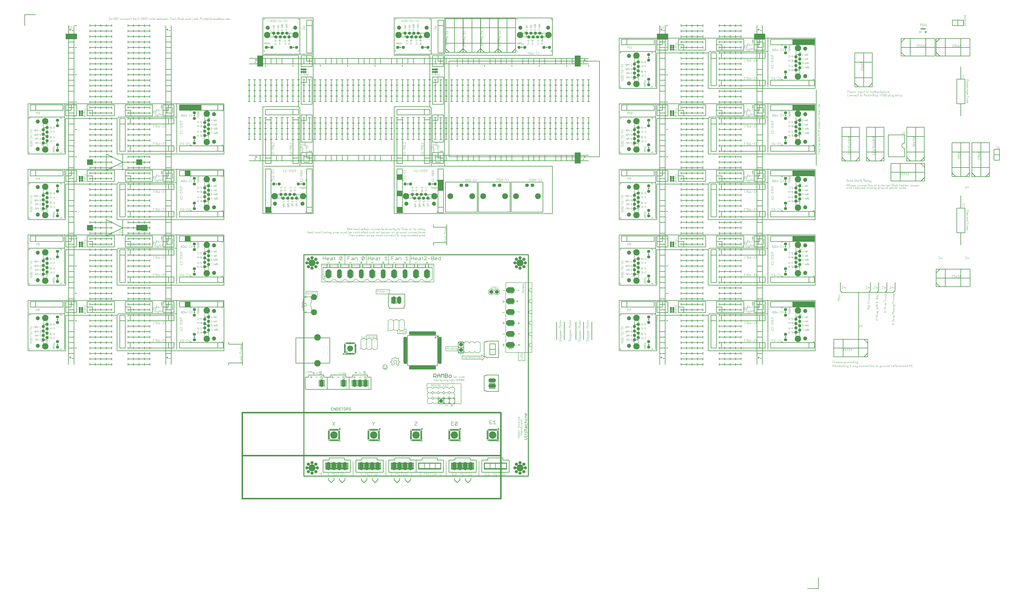
<source format=gbr>
G04 start of page 10 for group -4079 idx -4079 *
G04 Title: (unknown), topsilk *
G04 Creator: pcb 4.2.0 *
G04 CreationDate: Thu Sep 17 11:22:56 2020 UTC *
G04 For: commonadmin *
G04 Format: Gerber/RS-274X *
G04 PCB-Dimensions (mil): 18000.00 11000.00 *
G04 PCB-Coordinate-Origin: lower left *
%MOIN*%
%FSLAX25Y25*%
%LNTOPSILK*%
%ADD111C,0.1060*%
%ADD110C,0.0660*%
%ADD109C,0.0038*%
%ADD108C,0.0729*%
%ADD107C,0.1162*%
%ADD106C,0.0572*%
%ADD105C,0.0400*%
%ADD104C,0.0350*%
%ADD103C,0.0510*%
%ADD102C,0.0940*%
%ADD101C,0.1080*%
%ADD100C,0.0650*%
%ADD99C,0.0651*%
%ADD98C,0.0178*%
%ADD97C,0.0120*%
%ADD96C,0.1186*%
%ADD95C,0.0090*%
%ADD94C,0.0250*%
%ADD93C,0.0792*%
%ADD92C,0.0160*%
%ADD91C,0.0140*%
%ADD90C,0.1339*%
%ADD89C,0.0136*%
%ADD88C,0.0040*%
%ADD87C,0.0050*%
%ADD86C,0.0070*%
%ADD85C,0.0030*%
%ADD84C,0.1261*%
%ADD83C,0.0580*%
%ADD82C,0.0720*%
%ADD81C,0.0080*%
%ADD80C,0.0870*%
%ADD79C,0.0060*%
%ADD78C,0.0100*%
%ADD77C,0.0001*%
G54D77*G36*
X755000Y777500D02*Y787500D01*
X765500D01*
Y777500D01*
X755000D01*
G37*
G36*
X680000Y767500D02*Y777500D01*
X690500D01*
Y767500D01*
X680000D01*
G37*
G36*
Y737500D02*Y747500D01*
X690500D01*
Y737500D01*
X680000D01*
G37*
G36*
X755000Y787500D02*Y797500D01*
X765500D01*
Y787500D01*
X755000D01*
G37*
G36*
X680000Y797500D02*Y807500D01*
X690500D01*
Y797500D01*
X680000D01*
G37*
G36*
X292500Y805000D02*Y815000D01*
X303000D01*
Y805000D01*
X292500D01*
G37*
G36*
X114000Y825000D02*Y835000D01*
X124500D01*
Y825000D01*
X114000D01*
G37*
G36*
X204000D02*Y835000D01*
X214500D01*
Y825000D01*
X204000D01*
G37*
G36*
X114000Y705000D02*Y715000D01*
X124500D01*
Y705000D01*
X114000D01*
G37*
G36*
X204000D02*Y715000D01*
X214500D01*
Y705000D01*
X204000D01*
G37*
G36*
X213500D02*Y715000D01*
X224000D01*
Y705000D01*
X213500D01*
G37*
G36*
X282500Y935000D02*X323000D01*
Y925000D01*
X282500D01*
Y935000D01*
G37*
G36*
X292500Y685000D02*Y695000D01*
X303000D01*
Y685000D01*
X292500D01*
G37*
G36*
X440000Y737500D02*Y747500D01*
X450500D01*
Y737500D01*
X440000D01*
G37*
G36*
X292500Y565000D02*Y575000D01*
X303000D01*
Y565000D01*
X292500D01*
G37*
G36*
X425000Y1015000D02*Y1025000D01*
X435500D01*
Y1015000D01*
X425000D01*
G37*
G36*
X85000Y1055000D02*Y1065000D01*
X95500D01*
Y1055000D01*
X85000D01*
G37*
G36*
X75000D02*Y1065000D01*
X85500D01*
Y1055000D01*
X75000D01*
G37*
G36*
X425000Y1005000D02*Y1015000D01*
X435500D01*
Y1005000D01*
X425000D01*
G37*
G36*
X1155000Y1055000D02*Y1065000D01*
X1165500D01*
Y1055000D01*
X1155000D01*
G37*
G36*
X1165000D02*Y1065000D01*
X1175500D01*
Y1055000D01*
X1165000D01*
G37*
G36*
X1332500D02*Y1065000D01*
X1343000D01*
Y1055000D01*
X1332500D01*
G37*
G36*
X1342500D02*Y1065000D01*
X1353000D01*
Y1055000D01*
X1342500D01*
G37*
G36*
X1005000Y1015000D02*Y1025000D01*
X1015500D01*
Y1015000D01*
X1005000D01*
G37*
G36*
Y1005000D02*Y1015000D01*
X1015500D01*
Y1005000D01*
X1005000D01*
G37*
G36*
Y837500D02*Y847500D01*
X1015500D01*
Y837500D01*
X1005000D01*
G37*
G36*
Y827500D02*Y837500D01*
X1015500D01*
Y827500D01*
X1005000D01*
G37*
G36*
X1432500Y1045000D02*Y1055000D01*
X1443000D01*
Y1045000D01*
X1432500D01*
G37*
G36*
X1422500D02*Y1055000D01*
X1433000D01*
Y1045000D01*
X1422500D01*
G37*
G36*
X1412500D02*Y1055000D01*
X1423000D01*
Y1045000D01*
X1412500D01*
G37*
G36*
X1402500D02*Y1055000D01*
X1413000D01*
Y1045000D01*
X1402500D01*
G37*
G36*
X1432500Y805000D02*Y815000D01*
X1443000D01*
Y805000D01*
X1432500D01*
G37*
G36*
X1422500D02*Y815000D01*
X1433000D01*
Y805000D01*
X1422500D01*
G37*
G36*
X1412500D02*Y815000D01*
X1423000D01*
Y805000D01*
X1412500D01*
G37*
G36*
X1432500Y925000D02*Y935000D01*
X1443000D01*
Y925000D01*
X1432500D01*
G37*
G36*
X1422500D02*Y935000D01*
X1433000D01*
Y925000D01*
X1422500D01*
G37*
G36*
X1412500D02*Y935000D01*
X1423000D01*
Y925000D01*
X1412500D01*
G37*
G36*
X1402500Y805000D02*Y815000D01*
X1413000D01*
Y805000D01*
X1402500D01*
G37*
G36*
Y925000D02*Y935000D01*
X1413000D01*
Y925000D01*
X1402500D01*
G37*
G36*
X1432500Y685000D02*Y695000D01*
X1443000D01*
Y685000D01*
X1432500D01*
G37*
G36*
Y565000D02*Y575000D01*
X1443000D01*
Y565000D01*
X1432500D01*
G37*
G36*
X1422500Y685000D02*Y695000D01*
X1433000D01*
Y685000D01*
X1422500D01*
G37*
G36*
Y565000D02*Y575000D01*
X1433000D01*
Y565000D01*
X1422500D01*
G37*
G36*
X1412500D02*Y575000D01*
X1423000D01*
Y565000D01*
X1412500D01*
G37*
G36*
X1402500D02*Y575000D01*
X1413000D01*
Y565000D01*
X1402500D01*
G37*
G36*
X1412500Y685000D02*Y695000D01*
X1423000D01*
Y685000D01*
X1412500D01*
G37*
G36*
X1402500D02*Y695000D01*
X1413000D01*
Y685000D01*
X1402500D01*
G37*
G54D78*X775000Y1015000D02*Y840000D01*
X0Y1100000D02*X20000D01*
X0D02*Y1080000D01*
X775000Y840000D02*X1050000D01*
Y1015000D02*X775000D01*
X1050000Y840000D02*Y1015000D01*
X1007000Y537500D02*Y505000D01*
X1021000Y537500D02*Y505000D01*
X985500Y537500D02*Y505000D01*
X971500Y537500D02*Y505000D01*
X1036000Y537500D02*Y505000D01*
G54D79*X921618Y513472D02*X926618Y511972D01*
X921618Y517472D02*Y513472D01*
Y517472D02*X926618Y518972D01*
G54D80*X883168Y515472D02*X891068D01*
X883168Y535472D02*X891068D01*
X883168Y555472D02*X891068D01*
G54D79*X926618Y609472D02*Y578972D01*
G54D81*X847618Y594972D02*Y589971D01*
X850118Y587472D01*
X855118D01*
G54D82*X852618Y592472D03*
G54D81*X855118Y587472D02*X857618Y589971D01*
X860118Y587472D01*
X865118D01*
G54D80*X883168Y575472D02*X891068D01*
G54D81*X865118Y587472D02*X867618Y589971D01*
Y594972D02*Y589971D01*
X865118Y597472D02*X867618Y594972D01*
X860118Y597472D02*X865118D01*
G54D82*X862618Y592472D03*
G54D81*X857618Y594972D02*X860118Y597472D01*
G54D80*X883168Y595472D02*X891068D01*
G54D81*X855118Y597472D02*X857618Y594972D01*
X850118Y597472D02*X855118D01*
X847618Y594972D02*X850118Y597472D01*
G54D83*X905118Y635971D03*
X898368Y638722D03*
X895618Y645472D03*
X914618D03*
X898368Y652222D03*
X905118Y654972D03*
X911868Y652222D03*
Y638722D03*
G54D84*X905118Y645472D03*
G54D85*X909068Y590621D02*X910038Y591593D01*
X909068Y592561D02*X910038Y591593D01*
X909068Y592561D02*X911968D01*
X911488Y593572D02*X911968Y594051D01*
X910038Y593572D02*X910518Y594051D01*
X909548Y593572D02*X910038D01*
X909068Y594051D02*X909548Y593572D01*
G54D86*X899078Y595593D02*X903288D01*
G54D85*X909068Y590621D02*X911968D01*
Y595022D02*Y594051D01*
X911488Y595502D02*X911968Y595022D01*
X910998Y595502D02*X911488D01*
X910518Y595022D02*X910998Y595502D01*
X910518Y595022D02*Y594051D01*
X909068Y595022D02*Y594051D01*
Y595022D02*X909548Y595502D01*
X909068Y598452D02*Y596522D01*
Y597481D02*X911968D01*
Y600911D02*Y599461D01*
X911488Y601402D02*X911968Y600911D01*
X910998Y601402D02*X911488D01*
X910518Y600911D02*X910998Y601402D01*
X910518Y600911D02*Y599461D01*
X909068D02*X911968D01*
X909068Y600911D02*Y599461D01*
Y600911D02*X909548Y601402D01*
X910038D01*
X910518Y600911D01*
Y604341D02*Y602412D01*
X910038Y604341D02*X911968D01*
X910038Y602412D02*X911968D01*
X911488Y605362D02*X911968Y605843D01*
Y606812D02*Y605843D01*
X910518Y605362D02*X911488D01*
Y607293D02*X911968Y606812D01*
X910998Y607293D02*X911488D01*
X910518Y606812D02*X910998Y607293D01*
X910518Y606812D02*Y605362D01*
X909548Y606321D02*X910518Y605362D01*
X909068Y607293D02*X909548Y606321D01*
X909068Y603382D02*X910038Y604341D01*
X909068Y603382D02*X910038Y602412D01*
G54D86*X900658Y515672D02*X904858D01*
X902368Y537062D02*Y532862D01*
X900268Y534962D02*X904468D01*
G54D79*X872918Y515232D02*X877188D01*
G54D86*X899868Y555832D02*X904078D01*
X899968Y577612D02*Y573412D01*
X897868Y575512D02*X902078D01*
G54D79*X926618Y481472D02*Y578972D01*
G54D87*X884868Y489222D02*X886368Y487722D01*
G54D80*X883168Y495472D02*X891068D01*
G54D79*X879118Y512972D02*Y497972D01*
X872988Y495332D02*X877258D01*
X875118Y497472D02*Y493202D01*
X921618Y493472D02*X926618Y491972D01*
X921618Y497472D02*Y493472D01*
Y497472D02*X926618Y498972D01*
X879118Y492972D02*Y481472D01*
X926618D01*
G54D87*X889368Y490732D02*Y487722D01*
X884868Y489222D02*X889368D01*
G54D79*X921618Y533472D02*X926618Y531972D01*
X921618Y537472D02*Y533472D01*
Y537472D02*X926618Y538972D01*
X921618Y553472D02*X926618Y551972D01*
X921618Y557472D02*X926618Y558972D01*
X921618Y573472D02*X926618Y571972D01*
X921618Y577472D02*X926618Y578972D01*
X921618Y557472D02*Y553472D01*
Y577472D02*Y573472D01*
Y597472D02*Y593472D01*
X914618Y609472D02*Y481472D01*
X921618Y593472D02*X926618Y591972D01*
X921618Y597472D02*X926618Y598972D01*
Y609472D02*X879118D01*
Y597972D01*
X873248Y595152D02*X877518D01*
X879118Y592972D02*Y577972D01*
X873058Y574662D02*X877328D01*
X875188Y576802D02*Y572532D01*
X879118Y572972D02*Y557972D01*
X872458Y555032D02*X876728D01*
X873098Y535443D02*X877368D01*
X875238Y537582D02*Y533312D01*
X879118Y552972D02*Y537972D01*
Y532972D02*Y517972D01*
X794688Y501193D02*X799688D01*
X802188Y498693D01*
X804688Y501193D01*
X809688D01*
X812188Y498693D01*
X814688Y481193D02*X819688D01*
X812188Y483693D02*X814688Y481193D01*
X809688D02*X812188Y483693D01*
X804688Y481193D02*X809688D01*
X802188Y483693D02*X804688Y481193D01*
X799688D02*X802188Y483693D01*
X794688Y481193D02*X799688D01*
X792188Y483693D02*X794688Y481193D01*
X792188Y498693D02*Y483693D01*
Y498693D02*X794688Y501193D01*
G54D82*X797188Y486193D03*
Y496193D03*
G54D79*X812188Y498693D02*X814688Y501193D01*
X819688D01*
X822188Y498693D01*
X824688Y501193D01*
X829688D01*
X832188Y498693D01*
Y483693D01*
G54D78*X839258Y501243D02*Y473743D01*
G54D81*X835118Y477222D02*X835368D01*
G54D78*X865508Y502493D02*Y472493D01*
X843008Y502493D02*X865508D01*
X843008D02*Y501243D01*
X839258D02*X843008D01*
G54D79*X829688Y481193D02*X832188Y483693D01*
X824688Y481193D02*X829688D01*
X822188Y483693D02*X824688Y481193D01*
X819688D02*X822188Y483693D01*
G54D88*X835838Y470422D02*X836408Y470993D01*
X834708Y470422D02*X835838D01*
X834138Y470993D02*X834708Y470422D01*
Y472122D02*X835838D01*
X836408Y471562D01*
Y470993D01*
X834138Y472693D02*X834708Y472122D01*
X834138Y473262D02*Y472693D01*
Y473262D02*X834708Y473832D01*
X835838D01*
X836408Y473262D01*
X832908D02*Y472122D01*
X832348Y471562D02*X832908Y472122D01*
X832348Y473832D02*X832908Y473262D01*
G54D81*X839368Y473222D02*Y470972D01*
G54D78*X839258Y473743D02*X843008D01*
Y472493D01*
G54D81*X835618Y467222D02*X839368Y470972D01*
X835618Y469222D02*Y467222D01*
X835118Y477222D02*Y475222D01*
X835368Y477222D02*X839368Y473222D01*
G54D88*X830638Y471562D02*X832348D01*
X830638Y473832D02*Y470422D01*
X831778Y471562D02*X832908Y470422D01*
X830638Y473832D02*X832348D01*
X828848D02*X829408Y473262D01*
X827148D02*X827708Y473832D01*
X827148Y470993D02*X827708Y470422D01*
X829408Y473262D02*Y470993D01*
X827708Y473832D02*X828848D01*
X827148Y473262D02*Y470993D01*
X827708Y470422D02*X828848D01*
X829408Y470993D01*
G54D78*X843008Y472493D02*X865508D01*
G54D88*X823648Y473832D02*X825918D01*
X824778D02*Y470422D01*
X821848D02*X822418Y470993D01*
X820708Y470422D02*X821848D01*
X820148Y470993D02*X820708Y470422D01*
Y472122D02*X821848D01*
X822418Y471562D01*
Y470993D01*
X820148Y472693D02*X820708Y472122D01*
X820148Y473262D02*Y472693D01*
X818378Y473832D02*Y470422D01*
X817808D02*X818948D01*
X820148Y473262D02*X820708Y473832D01*
X821848D01*
X822418Y473262D01*
X817808Y473832D02*X818948D01*
X816578D02*Y470422D01*
X815448Y472693D02*X816578Y473832D01*
X814318D02*X815448Y472693D01*
X814318Y473832D02*Y470422D01*
X811948Y471562D02*X813088Y470422D01*
X807318D02*X809588D01*
G54D81*X798868Y469222D02*X835618D01*
G54D88*X810818Y471562D02*X812518D01*
X810818Y473832D02*Y470422D01*
Y473832D02*X812518D01*
X813088Y473262D01*
Y472122D01*
X812518Y471562D02*X813088Y472122D01*
X807318Y473832D02*Y470422D01*
Y473832D02*X809588D01*
X800318D02*X802588D01*
G54D81*X798868Y475222D02*X835118D01*
G54D88*X807318Y472122D02*X808448D01*
X803818D02*X806088D01*
X803818Y473832D02*Y470422D01*
X801448Y473832D02*Y470422D01*
X806088Y473832D02*Y470422D01*
G54D81*X798868Y475222D02*Y469222D01*
G54D79*X849788Y350793D02*X854058D01*
X849788Y357202D02*X854058D01*
X849788D02*Y350793D01*
Y354002D02*X851928D01*
X856238Y350793D02*X860508D01*
X858368Y357202D02*Y350793D01*
X856238Y355062D02*X858368Y357202D01*
G54D87*X845118Y340472D02*X865118D01*
G54D89*X861838Y341112D02*X862178D01*
X859868D02*X860208D01*
X857898D02*X858238D01*
X855928D02*X856268D01*
X853968D02*X854308D01*
X851998D02*X852338D01*
X850028D02*X850368D01*
X848058D02*X848398D01*
G54D78*X843008Y410493D02*X865508D01*
X843008Y411743D02*Y410493D01*
X839258Y411743D02*X843008D01*
X839258Y439241D02*Y411743D01*
Y439241D02*X843008D01*
Y440493D02*Y439241D01*
Y440493D02*X865508D01*
G54D82*X851058Y430493D02*X857458D01*
X851058Y420491D02*X857458D01*
G54D78*X865508Y440493D02*Y410493D01*
G54D79*X863538Y320432D02*X863558Y320682D01*
X863538Y320432D02*X863558Y320181D01*
Y320682D02*X863618Y320922D01*
X863708Y321152D01*
X863828Y321362D01*
X863988Y321552D01*
X864178Y321722D01*
X864388Y321852D01*
X864608Y321952D01*
X864388Y319012D02*X864608Y318912D01*
X864178Y319143D02*X864388Y319012D01*
X863988Y319312D02*X864178Y319143D01*
X863828Y319502D02*X863988Y319312D01*
X863708Y319712D02*X863828Y319502D01*
X863618Y319943D02*X863708Y319712D01*
X863558Y320181D02*X863618Y319943D01*
X864608Y321952D02*X864848Y322022D01*
X865098Y322052D01*
X865348Y322043D01*
X865588Y321993D01*
X865818Y321912D01*
G54D89*X865758Y323752D02*Y323412D01*
X863378D02*X865758D01*
G54D79*X865818Y321912D02*X866038Y321793D01*
X866238Y321643D01*
X866408Y321462D01*
X866548Y321262D01*
X866658Y321043D01*
X866738Y320802D01*
X866778Y320552D01*
Y320312D01*
X866738Y320062D02*X866778Y320312D01*
X866658Y319822D02*X866738Y320062D01*
X866548Y319602D02*X866658Y319822D01*
X866408Y319402D02*X866548Y319602D01*
X866238Y319222D02*X866408Y319402D01*
X866038Y319072D02*X866238Y319222D01*
X865818Y318951D02*X866038Y319072D01*
G54D89*X863378Y323752D02*X865758D01*
X863378Y325722D02*Y325382D01*
Y325722D02*X865758D01*
Y325382D01*
X863378D02*X865758D01*
X863378Y327693D02*Y327352D01*
Y327693D02*X865758D01*
Y327352D01*
X863378D02*X865758D01*
X863378Y329322D02*X865758D01*
X863378Y329662D02*X865758D01*
Y329322D01*
X863378Y331632D02*X865758D01*
Y331293D01*
X863378D02*X865758D01*
X863378Y333602D02*X865758D01*
Y333262D01*
X863378D02*X865758D01*
X863378Y335562D02*X865758D01*
Y335222D01*
X863378D02*X865758D01*
X863378Y337532D02*X865758D01*
X863378Y337193D02*X865758D01*
Y337532D02*Y337193D01*
G54D79*X793538Y320432D02*X793558Y320682D01*
X793618Y320922D01*
X793708Y321152D01*
X793828Y321362D01*
X793988Y321552D01*
X794178Y321722D01*
X794388Y321852D01*
X794608Y321952D01*
X794848Y322022D01*
G54D89*X795758Y337532D02*Y337193D01*
G54D87*X845118Y320472D02*X865118D01*
G54D89*X848058Y321182D02*X848398D01*
X850028D02*X850368D01*
X851998D02*X852338D01*
X853968D02*X854308D01*
X855928Y322212D02*X856268D01*
X855928Y321182D02*X856268D01*
X857898Y322212D02*X858238D01*
X857898Y321182D02*X858238D01*
X859868Y322212D02*X860208D01*
X859868Y321182D02*X860208D01*
X861838Y322212D02*X862178D01*
X861838Y321182D02*X862178D01*
X863378Y323752D02*Y323412D01*
Y329662D02*Y329322D01*
Y331632D02*Y331293D01*
Y333602D02*Y333262D01*
Y335562D02*Y335222D01*
Y337532D02*Y337193D01*
G54D90*X855118Y330472D03*
G54D87*X845118Y340472D02*Y320472D01*
G54D89*X844478Y333602D02*X846858D01*
Y333262D01*
X844478D02*X846858D01*
X844478Y331632D02*X846858D01*
Y331293D01*
X844478D02*X846858D01*
X844478Y329662D02*X846858D01*
X844478Y337532D02*Y337193D01*
Y335562D02*Y335222D01*
Y333602D02*Y333262D01*
Y331632D02*Y331293D01*
Y337532D02*X846858D01*
Y337193D01*
X844478D02*X846858D01*
X844478Y335562D02*X846858D01*
Y335222D01*
X844478D02*X846858D01*
X844478Y329662D02*Y329322D01*
Y327693D02*Y327352D01*
Y325722D02*Y325382D01*
X846858Y329662D02*Y329322D01*
X844478D02*X846858D01*
X844478Y327693D02*X846858D01*
Y327352D01*
X844478D02*X846858D01*
X844478Y325722D02*X846858D01*
Y325382D01*
X844478D02*X846858D01*
G54D87*X865118Y340472D02*Y320472D01*
G54D91*X864918Y341722D02*X864938Y341882D01*
X864988Y342032D01*
X865078Y342172D01*
X865198Y342282D01*
X865338Y342362D01*
X865498Y342412D01*
X865658Y342422D01*
X865818Y342393D01*
X865968Y342332D01*
X866098Y342232D01*
X866198Y342102D01*
X866278Y341962D01*
X866318Y341802D01*
Y341643D01*
X866278Y341482D02*X866318Y341643D01*
X866198Y341343D02*X866278Y341482D01*
X866098Y341212D02*X866198Y341343D01*
X865968Y341112D02*X866098Y341212D01*
X865818Y341052D02*X865968Y341112D01*
X865658Y341022D02*X865818Y341052D01*
X865498Y341032D02*X865658Y341022D01*
X865338Y341082D02*X865498Y341032D01*
X865198Y341162D02*X865338Y341082D01*
X865078Y341272D02*X865198Y341162D01*
X864988Y341412D02*X865078Y341272D01*
X864938Y341562D02*X864988Y341412D01*
X864918Y341722D02*X864938Y341562D01*
G54D89*X844478Y323752D02*Y323412D01*
Y323752D02*X846858D01*
X844478Y323412D02*X846858D01*
Y323752D02*Y323412D01*
X848058Y322212D02*X848398D01*
X848058Y319832D02*X848398D01*
X848058Y322212D02*Y319832D01*
X848398Y322212D02*Y319832D01*
X850028D02*X850368D01*
X850028Y322212D02*Y319832D01*
Y322212D02*X850368D01*
Y319832D01*
X851998D02*X852338D01*
X851998Y322212D02*Y319832D01*
X852338Y322212D02*Y319832D01*
X851998Y322212D02*X852338D01*
X853968Y319832D02*X854308D01*
X853968Y322212D02*Y319832D01*
Y322212D02*X854308D01*
Y319832D01*
X855928D02*X856268D01*
X857898D02*X858238D01*
X859868D02*X860208D01*
X861838D02*X862178D01*
X855928Y322212D02*Y319832D01*
X856268Y322212D02*Y319832D01*
X857898Y322212D02*Y319832D01*
X858238Y322212D02*Y319832D01*
X859868Y322212D02*Y319832D01*
X860208Y322212D02*Y319832D01*
X861838Y322212D02*Y319832D01*
X862178Y322212D02*Y319832D01*
X861838Y338732D02*X862178D01*
X861838Y341112D02*Y338732D01*
X862178Y341112D02*Y338732D01*
X861838Y340082D02*X862178D01*
X860208Y341112D02*Y338732D01*
X859868D02*X860208D01*
X859868Y341112D02*Y338732D01*
Y340082D02*X860208D01*
X858238Y341112D02*Y338732D01*
X857898Y340082D02*X858238D01*
X857898Y338732D02*X858238D01*
X857898Y341112D02*Y338732D01*
X856268Y341112D02*Y338732D01*
X855928D02*X856268D01*
X855928Y341112D02*Y338732D01*
Y340082D02*X856268D01*
X853968Y338732D02*X854308D01*
X853968Y341112D02*Y338732D01*
X854308Y341112D02*Y338732D01*
X853968Y340082D02*X854308D01*
X851998Y338732D02*X852338D01*
X851998Y341112D02*Y338732D01*
X852338Y341112D02*Y338732D01*
X851998Y340082D02*X852338D01*
X850368Y341112D02*Y338732D01*
X850028D02*X850368D01*
X850028Y341112D02*Y338732D01*
Y340082D02*X850368D01*
X848398Y341112D02*Y338732D01*
X848058Y340082D02*X848398D01*
X848058Y338732D02*X848398D01*
X848058Y341112D02*Y338732D01*
G54D79*X779708Y348293D02*X783978D01*
X779708Y354702D02*X783978D01*
X779708D02*Y348293D01*
Y351502D02*X781847D01*
X786157Y349362D02*X790428Y353632D01*
Y349362D01*
X786157Y353632D02*Y349362D01*
Y353632D02*X787218Y354702D01*
X789357D01*
X790428Y353632D01*
X787218Y348293D02*X789357D01*
X786157Y349362D02*X787218Y348293D01*
X789357D02*X790428Y349362D01*
G54D91*X794918Y341722D02*X794938Y341882D01*
X794988Y342032D01*
X795078Y342172D01*
X795198Y342282D01*
X795338Y342362D01*
X795498Y342412D01*
X795658Y342422D01*
X795818Y342393D01*
X795968Y342332D01*
X796098Y342232D01*
X796198Y342102D01*
X796278Y341962D01*
X796318Y341802D01*
Y341643D01*
X796278Y341482D02*X796318Y341643D01*
X796198Y341343D02*X796278Y341482D01*
X796098Y341212D02*X796198Y341343D01*
X795968Y341112D02*X796098Y341212D01*
X795818Y341052D02*X795968Y341112D01*
X795658Y341022D02*X795818Y341052D01*
X795498Y341032D02*X795658Y341022D01*
G54D89*X791838Y341112D02*X792177D01*
X789868D02*X790208D01*
X787898D02*X788238D01*
X785927D02*X786267D01*
X783968D02*X784308D01*
X781998D02*X782338D01*
G54D81*X775618Y415532D02*X778117Y418031D01*
X783118D01*
X785618Y415532D01*
Y410532D01*
X783118Y408032D02*X785618Y410532D01*
X778117Y408032D02*X783118D01*
X775618Y410532D02*X778117Y408032D01*
X775618Y405531D02*X778117Y408032D01*
X783118D02*X785618Y405531D01*
Y400532D01*
Y395532D02*Y390532D01*
X783118Y388032D02*X785618Y390532D01*
X783118Y398032D02*X785618Y400532D01*
X778117Y398032D02*X783118D01*
X775618Y400532D02*X778117Y398032D01*
X783118D02*X785618Y395532D01*
X775618D02*X778117Y398032D01*
Y388032D02*X783118D01*
X775618Y390532D02*X778117Y388032D01*
G54D89*X780028Y341112D02*X780368D01*
X778058D02*X778398D01*
G54D81*X797368Y424471D02*Y387972D01*
G54D91*X795338Y341082D02*X795498Y341032D01*
X795198Y341162D02*X795338Y341082D01*
X795078Y341272D02*X795198Y341162D01*
X794988Y341412D02*X795078Y341272D01*
X794938Y341562D02*X794988Y341412D01*
X794918Y341722D02*X794938Y341562D01*
G54D85*X800798Y431322D02*X801278Y431812D01*
X799788Y432293D02*Y431812D01*
Y430843D02*Y430361D01*
X801278Y431812D02*X802248D01*
X802728Y431322D01*
X801918Y435622D02*X802878D01*
X801918Y437562D02*X802878D01*
X802728Y431322D02*Y430361D01*
X802248Y429872D02*X802728Y430361D01*
X801278Y429872D02*X802248D01*
X800798Y430361D02*X801278Y429872D01*
X800798Y431322D02*Y430361D01*
X799938Y438532D02*X800418Y438043D01*
Y437562D01*
X801428Y436112D02*X801918Y435622D01*
X801428Y437072D02*X801918Y437562D01*
X801428Y437072D02*Y436112D01*
Y436591D02*X803368D01*
Y437072D02*Y436591D01*
X802878Y437562D02*X803368Y437072D01*
G54D89*X776857Y337532D02*Y337193D01*
Y335562D02*Y335222D01*
Y333602D02*Y333262D01*
Y331632D02*Y331293D01*
Y329662D02*Y329322D01*
Y327693D02*Y327352D01*
Y325722D02*Y325382D01*
Y323752D02*Y323412D01*
X778058Y319832D02*X778398D01*
X778058Y322212D02*Y319832D01*
Y322212D02*X778398D01*
Y319832D01*
X778058Y321182D02*X778398D01*
X780028Y319832D02*X780368D01*
X780028Y322212D02*Y319832D01*
Y322212D02*X780368D01*
Y319832D01*
X780028Y321182D02*X780368D01*
X781998Y319832D02*X782338D01*
X781998Y322212D02*Y319832D01*
Y322212D02*X782338D01*
Y319832D01*
X781998Y321182D02*X782338D01*
X783968Y322212D02*Y319832D01*
Y322212D02*X784308D01*
Y319832D01*
X783968Y321182D02*X784308D01*
X783968Y319832D02*X784308D01*
X785927D02*X786267D01*
X789868D02*X790208D01*
X785927Y322212D02*Y319832D01*
Y322212D02*X786267D01*
Y319832D01*
X785927Y321182D02*X786267D01*
X787898Y319832D02*X788238D01*
X787898Y322212D02*Y319832D01*
X788238Y322212D02*Y319832D01*
X787898Y321182D02*X788238D01*
X787898Y322212D02*X788238D01*
X789868D02*Y319832D01*
Y322212D02*X790208D01*
G54D79*X794848Y322022D02*X795098Y322052D01*
X795348Y322043D01*
X795588Y321993D01*
X795818Y321912D01*
X796038Y321793D02*X796238Y321643D01*
G54D89*X791838Y322212D02*X792177D01*
X793378Y323752D02*Y323412D01*
Y323752D02*X795758D01*
Y323412D01*
X793378D02*X795758D01*
X793378Y325722D02*Y325382D01*
Y325722D02*X795758D01*
Y325382D01*
G54D79*X796658Y321043D02*X796738Y320802D01*
X796778Y320552D01*
Y320312D01*
X796738Y320062D02*X796778Y320312D01*
X796658Y319822D02*X796738Y320062D01*
X796548Y319602D02*X796658Y319822D01*
X796408Y319402D02*X796548Y319602D01*
X796238Y319222D02*X796408Y319402D01*
X796038Y319072D02*X796238Y319222D01*
X795818Y318951D02*X796038Y319072D01*
X794388Y319012D02*X794608Y318912D01*
X794178Y319143D02*X794388Y319012D01*
X793988Y319312D02*X794178Y319143D01*
X793828Y319502D02*X793988Y319312D01*
X793708Y319712D02*X793828Y319502D01*
X793618Y319943D02*X793708Y319712D01*
X793558Y320181D02*X793618Y319943D01*
X793538Y320432D02*X793558Y320181D01*
G54D89*X790208Y322212D02*Y319832D01*
X791838D02*X792177D01*
X791838Y322212D02*Y319832D01*
X792177Y322212D02*Y319832D01*
G54D87*X775118Y340472D02*X795118D01*
G54D89*X774478Y337532D02*Y337193D01*
Y337532D02*X776857D01*
X774478Y337193D02*X776857D01*
X778058Y338732D02*X778398D01*
G54D87*X775118Y340472D02*Y320472D01*
G54D89*X774478Y335562D02*Y335222D01*
Y333602D02*Y333262D01*
Y331632D02*Y331293D01*
Y335562D02*X776857D01*
X774478Y335222D02*X776857D01*
X774478Y333602D02*X776857D01*
X774478Y333262D02*X776857D01*
X774478Y331632D02*X776857D01*
X774478Y331293D02*X776857D01*
X774478Y329662D02*X776857D01*
X774478Y329322D02*X776857D01*
X774478Y323752D02*X776857D01*
X774478Y323412D02*X776857D01*
X774478Y327693D02*X776857D01*
X774478Y327352D02*X776857D01*
X774478Y325722D02*X776857D01*
X774478Y325382D02*X776857D01*
X774478Y329662D02*Y329322D01*
Y327693D02*Y327352D01*
Y325722D02*Y325382D01*
Y323752D02*Y323412D01*
X793378Y325382D02*X795758D01*
X793378Y327693D02*X795758D01*
X793378Y327352D02*X795758D01*
X793378Y329322D02*X795758D01*
Y327693D02*Y327352D01*
X793378Y327693D02*Y327352D01*
Y329662D02*Y329322D01*
Y331632D02*Y331293D01*
Y335562D02*Y335222D01*
Y329662D02*X795758D01*
Y329322D01*
X793378Y331632D02*X795758D01*
Y331293D01*
X793378D02*X795758D01*
X793378Y333602D02*Y333262D01*
Y333602D02*X795758D01*
Y333262D01*
X793378D02*X795758D01*
X793378Y335562D02*X795758D01*
Y335222D01*
X793378D02*X795758D01*
G54D90*X785118Y330472D03*
G54D79*X795818Y321912D02*X796038Y321793D01*
G54D87*X795118Y340472D02*Y320472D01*
G54D79*X796238Y321643D02*X796408Y321462D01*
X796548Y321262D01*
X796658Y321043D01*
G54D87*X775118Y320472D02*X795118D01*
G54D89*X789868Y321182D02*X790208D01*
X791838D02*X792177D01*
X787898Y338732D02*X788238D01*
X785927D02*X786267D01*
X783968D02*X784308D01*
X781998D02*X782338D01*
X780028D02*X780368D01*
X793378Y337532D02*Y337193D01*
Y337532D02*X795758D01*
X793378Y337193D02*X795758D01*
X791838Y338732D02*X792177D01*
X791838Y341112D02*Y338732D01*
X792177Y341112D02*Y338732D01*
X791838Y340082D02*X792177D01*
X790208Y341112D02*Y338732D01*
X789868D02*X790208D01*
X789868Y341112D02*Y338732D01*
Y340082D02*X790208D01*
X788238Y341112D02*Y338732D01*
X787898Y341112D02*Y338732D01*
Y340082D02*X788238D01*
X786267Y341112D02*Y338732D01*
X785927Y341112D02*Y338732D01*
Y340082D02*X786267D01*
X784308Y341112D02*Y338732D01*
X783968Y341112D02*Y338732D01*
Y340082D02*X784308D01*
X782338Y341112D02*Y338732D01*
X781998Y341112D02*Y338732D01*
Y340082D02*X782338D01*
X780368Y341112D02*Y338732D01*
X780028Y341112D02*Y338732D01*
Y340082D02*X780368D01*
X778398Y341112D02*Y338732D01*
X778058Y340082D02*X778398D01*
X778058Y341112D02*Y338732D01*
G54D78*X1523346Y490000D02*Y591654D01*
X1571654D02*X1575000Y595000D01*
Y610000D01*
X1586654Y591654D02*X1590000Y595000D01*
Y610000D01*
X1541654Y591654D02*X1545000Y595000D01*
Y610000D01*
X1556654Y591654D02*X1560000Y595000D01*
Y610000D01*
X1493346Y591654D02*X1586654D01*
X1493346D02*X1490000Y595000D01*
Y610000D01*
X1450000Y50000D02*Y70000D01*
Y50000D02*X1430000D01*
X1446000Y824000D02*Y962500D01*
G54D85*X901788Y363593D02*X902408Y364212D01*
X903018D01*
X901788Y363593D02*Y362362D01*
X903018Y364212D02*Y361743D01*
X901788Y362362D02*X902408Y361743D01*
X903638D01*
X904258Y362362D01*
Y363593D02*Y362362D01*
Y360522D02*Y358672D01*
X903638Y358062D02*X904258Y358672D01*
X902408Y358062D02*X903638D01*
X901788Y358672D02*X902408Y358062D01*
X901788Y360522D02*Y358672D01*
Y356843D02*Y356222D01*
X903018Y354993D01*
X901788D02*X904258D01*
X901788Y353772D02*X904258D01*
X901788Y351302D02*X903638D01*
X904258Y351922D01*
Y353772D02*Y351922D01*
X906498Y354712D02*Y354093D01*
X907738Y352862D01*
X906498Y351032D02*X907118Y351643D01*
G54D88*X905788Y479762D02*X910388D01*
X905788Y476693D02*X910388Y479762D01*
X905788Y476693D02*X910388D01*
Y475162D02*Y473622D01*
X905788Y474393D02*X910388D01*
X905788Y475162D02*Y473622D01*
Y472093D02*X908858D01*
X910388Y470552D01*
G54D81*X901868Y481472D02*Y466722D01*
G54D88*X908858Y469022D02*X910388Y470552D01*
X905788Y469022D02*X908858D01*
G54D81*X901868Y466722D02*X913868D01*
Y481472D02*Y466722D01*
G54D92*X920118Y660472D02*Y255472D01*
G54D85*X907738Y351643D02*Y349793D01*
X908348Y349172D01*
X908968Y349793D01*
Y351643D02*Y349793D01*
X907118Y351643D02*X908968D01*
X906498Y347962D02*X908348D01*
X908968Y347343D01*
X908348Y346732D02*X908968Y347343D01*
X908348Y346732D02*X908968Y346112D01*
X908348Y345493D02*X908968Y346112D01*
X906498Y352862D02*X908968D01*
X907118Y355932D02*X908348D01*
X908968Y356543D01*
Y357782D02*Y356543D01*
X906498D02*X907118Y355932D01*
G54D83*X905118Y279972D03*
Y260972D03*
X911868Y263722D03*
X914618Y270472D03*
X911868Y277222D03*
G54D85*X906498Y357782D02*Y356543D01*
Y357782D02*X907118Y358402D01*
X907738D01*
Y355932D01*
X906498Y351032D02*Y349793D01*
Y344282D02*Y342432D01*
X907118Y341812D01*
X906498Y345493D02*X908348D01*
X907118Y341812D02*X908348D01*
X905268Y344282D02*X908968D01*
X908348Y341812D02*X908968Y342432D01*
Y344282D02*Y342432D01*
G54D86*X912618Y325582D02*X916698D01*
X912618Y322312D02*X916698D01*
Y325582D02*X917518Y324762D01*
Y323132D01*
X916698Y322312D02*X917518Y323132D01*
G54D85*X903638Y343943D02*X904258Y344552D01*
Y345793D02*Y344552D01*
X903638Y346412D02*X904258Y345793D01*
X903018Y346412D02*X903638D01*
X902408Y345793D02*X903018Y346412D01*
X902408Y345793D02*Y344552D01*
X901788Y343943D02*X902408Y344552D01*
X901168Y343943D02*X901788D01*
X900548Y344552D02*X901168Y343943D01*
X900548Y345793D02*Y344552D01*
Y345793D02*X901168Y346412D01*
X902408Y347622D02*X903638D01*
X901788Y348243D02*X902408Y347622D01*
X903638D02*X904258Y348243D01*
Y349472D02*Y348243D01*
X903638Y350093D02*X904258Y349472D01*
X902408Y350093D02*X903638D01*
X901788Y349472D02*X902408Y350093D01*
X901788Y349472D02*Y348243D01*
G54D88*X781317Y256672D02*X784388D01*
X781317Y261282D02*Y256672D01*
Y258982D02*X782848D01*
X785918Y257443D02*X788988Y260512D01*
Y257443D01*
X788228Y256672D02*X788988Y257443D01*
X786687Y256672D02*X788228D01*
X785918Y257443D02*X786687Y256672D01*
X785918Y260512D02*Y257443D01*
Y260512D02*X786687Y261282D01*
G54D78*X786098Y288772D02*Y285022D01*
G54D88*X786687Y261282D02*X788228D01*
X788988Y260512D01*
X781317Y261282D02*X784388D01*
G54D78*X779338Y279482D02*Y268062D01*
G54D93*X784848Y277343D02*Y270212D01*
G54D88*X795128Y261282D02*X796668Y259743D01*
X798198Y261282D01*
Y256672D01*
X795128Y261282D02*Y256672D01*
X799738Y257443D02*X800498Y256672D01*
X802038D01*
X802798Y257443D01*
Y260512D02*Y257443D01*
X799738Y260512D02*Y257443D01*
X802038Y261282D02*X802798Y260512D01*
X800498Y261282D02*X802038D01*
X799738Y260512D02*X800498Y261282D01*
G54D93*X794848Y277343D02*Y270212D01*
G54D88*X804338Y261282D02*X807408D01*
X805868D02*Y256672D01*
G54D93*X804848Y277343D02*Y270212D01*
G54D88*X812008Y260512D02*Y257443D01*
X811248Y261282D02*X812008Y260512D01*
X809708Y261282D02*X811248D01*
X808938Y260512D02*X809708Y261282D01*
X808938Y260512D02*Y257443D01*
X813548Y261282D02*Y256672D01*
Y261282D02*X815848D01*
X816618Y260512D01*
Y258982D01*
X815848Y258212D02*X816618Y258982D01*
X813548Y258212D02*X815848D01*
X815078D02*X816618Y256672D01*
G54D78*X813598Y288772D02*Y285022D01*
X786098Y288772D02*X813598D01*
G54D88*X808938Y257443D02*X809708Y256672D01*
X811248D01*
X812008Y257443D01*
X841818Y256672D02*X844888D01*
X846418D02*X849488D01*
X841818Y261282D02*Y256672D01*
Y258982D02*X843348D01*
G54D78*X820368Y279482D02*Y268062D01*
G54D93*X814848Y277343D02*Y270212D01*
G54D78*X774848Y262522D02*X824848D01*
X779338Y268062D02*X820368D01*
X774848Y285022D02*Y262522D01*
Y285022D02*X786098D01*
X813598D02*X824848D01*
X779338Y279482D02*X820368D01*
G54D88*X847958Y261282D02*Y256672D01*
X846418Y259743D02*X847958Y261282D01*
X841818D02*X844888D01*
X860998D02*X862538D01*
X864838D02*X867908D01*
G54D78*X834848Y262522D02*X884848D01*
X839338Y268062D02*X880368D01*
X839338Y279482D02*X880368D01*
G54D83*X898368Y277222D03*
X895618Y270472D03*
X898368Y263722D03*
G54D84*X905118Y270472D03*
G54D88*X855628Y261282D02*Y256672D01*
Y261282D02*X857168Y259743D01*
X858698Y261282D01*
Y256672D01*
X860238Y260512D02*Y257443D01*
Y260512D02*X860998Y261282D01*
X862538D02*X863298Y260512D01*
Y257443D01*
X860998Y256672D02*X862538D01*
X860238Y257443D02*X860998Y256672D01*
G54D81*X830118Y282972D02*Y255472D01*
G54D78*X834848Y285022D02*Y262522D01*
X839338Y279482D02*Y268062D01*
X824848Y285022D02*Y262522D01*
X846098Y288772D02*Y285022D01*
Y288772D02*X873598D01*
X834848Y285022D02*X846098D01*
G54D88*X862538Y256672D02*X863298Y257443D01*
X869438D02*X870208Y256672D01*
X871748D01*
X872508Y257443D01*
X866368Y261282D02*Y256672D01*
X872508Y260512D02*Y257443D01*
X871748Y261282D02*X872508Y260512D01*
X870208Y261282D02*X871748D01*
X869438Y260512D02*X870208Y261282D01*
X869438Y260512D02*Y257443D01*
X874048Y261282D02*Y256672D01*
Y261282D02*X876348D01*
X874048Y258212D02*X876348D01*
Y261282D02*X877118Y260512D01*
Y258982D01*
X876348Y258212D02*X877118Y258982D01*
X875578Y258212D02*X877118Y256672D01*
G54D78*X884848Y285022D02*Y262522D01*
X880368Y279482D02*Y268062D01*
X873598Y285022D02*X884848D01*
X873598Y288772D02*Y285022D01*
G54D79*X864608Y318912D02*X864848Y318843D01*
X794608Y318912D02*X794848Y318843D01*
X795098Y318812D01*
X795348Y318822D01*
X795588Y318872D01*
X795818Y318951D01*
X864848Y318843D02*X865098Y318812D01*
X865348Y318822D01*
X865588Y318872D01*
X865818Y318951D01*
X646038Y320432D02*X646058Y320682D01*
X646118Y320922D01*
X646208Y321152D01*
X646038Y320432D02*X646058Y320181D01*
X646888Y319012D02*X647108Y318912D01*
X646678Y319143D02*X646888Y319012D01*
X646488Y319312D02*X646678Y319143D01*
X646328Y319502D02*X646488Y319312D01*
X646208Y319712D02*X646328Y319502D01*
X646118Y319943D02*X646208Y319712D01*
X646058Y320181D02*X646118Y319943D01*
X647108Y321952D02*X647348Y322022D01*
X647598Y322052D01*
X647848Y322043D01*
X648088Y321993D01*
X648318Y321912D01*
X648538Y321793D01*
X648738Y321643D01*
X648908Y321462D01*
X649048Y321262D01*
X649158Y321043D01*
X649238Y320802D01*
X649278Y320552D01*
Y320312D01*
X649238Y320062D02*X649278Y320312D01*
X649158Y319822D02*X649238Y320062D01*
X649048Y319602D02*X649158Y319822D01*
X648908Y319402D02*X649048Y319602D01*
X648738Y319222D02*X648908Y319402D01*
X648538Y319072D02*X648738Y319222D01*
X648318Y318951D02*X648538Y319072D01*
X646678Y321722D02*X646888Y321852D01*
X647108Y321952D01*
X646208Y321152D02*X646328Y321362D01*
X646488Y321552D01*
X646678Y321722D01*
G54D87*X627618Y320472D02*X647618D01*
X627618Y340472D02*Y320472D01*
X647618Y340472D02*Y320472D01*
G54D91*X648168Y341722D02*X648188Y341882D01*
X648238Y342032D01*
X648328Y342172D01*
X648448Y342282D01*
X648588Y342362D01*
G54D90*X637618Y330472D03*
G54D94*X397638Y371654D02*X870079D01*
G54D91*X576198Y341343D02*X576278Y341482D01*
X576098Y341212D02*X576198Y341343D01*
X575968Y341112D02*X576098Y341212D01*
X575818Y341052D02*X575968Y341112D01*
X575658Y341022D02*X575818Y341052D01*
X575498Y341032D02*X575658Y341022D01*
X575338Y341082D02*X575498Y341032D01*
X575198Y341162D02*X575338Y341082D01*
X575078Y341272D02*X575198Y341162D01*
X574988Y341412D02*X575078Y341272D01*
X574938Y341562D02*X574988Y341412D01*
X574918Y341722D02*X574938Y341562D01*
G54D89*X558058Y341112D02*X558398D01*
X560028D02*X560368D01*
X561998D02*X562338D01*
X563968D02*X564308D01*
X565928D02*X566268D01*
X567898D02*X568238D01*
X569868D02*X570208D01*
X571838D02*X572178D01*
X721838D02*X722178D01*
X719868D02*X720208D01*
X717898D02*X718238D01*
X715928D02*X716268D01*
X713968D02*X714308D01*
X711997D02*X712337D01*
X710028D02*X710368D01*
X708058D02*X708398D01*
G54D79*X635218Y354702D02*Y353632D01*
X637358Y351502D01*
Y348293D01*
Y351502D02*X639488Y353632D01*
Y354702D02*Y353632D01*
G54D87*X627618Y340472D02*X647618D01*
G54D89*X630558Y341112D02*X630898D01*
X632528D02*X632868D01*
X634498D02*X634838D01*
X636468D02*X636808D01*
X638428D02*X638768D01*
X640398D02*X640738D01*
X642368D02*X642708D01*
X644338D02*X644678D01*
Y338732D01*
X644338Y340082D02*X644678D01*
X645878Y337532D02*Y337193D01*
Y337532D02*X648258D01*
X645878Y337193D02*X648258D01*
Y337532D02*Y337193D01*
X645878Y335562D02*Y335222D01*
Y335562D02*X648258D01*
Y335222D01*
X645878D02*X648258D01*
X645878Y333602D02*Y333262D01*
Y333602D02*X648258D01*
X645878Y333262D02*X648258D01*
Y333602D02*Y333262D01*
X645878Y331632D02*Y331293D01*
Y331632D02*X648258D01*
Y331293D01*
X645878D02*X648258D01*
X645878Y329662D02*X648258D01*
Y329322D01*
X645878D02*X648258D01*
X556858Y337532D02*Y337193D01*
X554478D02*X556858D01*
X558398Y341112D02*Y338732D01*
X558058D02*X558398D01*
X558058Y341112D02*Y338732D01*
Y340082D02*X558398D01*
X560368Y341112D02*Y338732D01*
X560028D02*X560368D01*
X560028Y341112D02*Y338732D01*
Y340082D02*X560368D01*
X562338Y341112D02*Y338732D01*
X561998Y341112D02*Y338732D01*
Y340082D02*X562338D01*
X561998Y338732D02*X562338D01*
X564308Y341112D02*Y338732D01*
X563968D02*X564308D01*
X563968Y341112D02*Y338732D01*
Y340082D02*X564308D01*
X566268Y341112D02*Y338732D01*
X565928Y341112D02*Y338732D01*
Y340082D02*X566268D01*
X565928Y338732D02*X566268D01*
G54D90*X565118Y330472D03*
G54D89*X568238Y341112D02*Y338732D01*
X567898D02*X568238D01*
X567898Y341112D02*Y338732D01*
Y340082D02*X568238D01*
X570208Y341112D02*Y338732D01*
X569868Y341112D02*Y338732D01*
Y340082D02*X570208D01*
X571838Y341112D02*Y338732D01*
X572178Y341112D02*Y338732D01*
X571838Y340082D02*X572178D01*
X569868Y338732D02*X570208D01*
X571838D02*X572178D01*
X645878Y329662D02*Y329322D01*
Y327693D02*Y327352D01*
Y325722D02*Y325382D01*
Y323752D02*Y323412D01*
Y327693D02*X648258D01*
Y327352D01*
X645878D02*X648258D01*
X645878Y325722D02*X648258D01*
Y325382D01*
X645878D02*X648258D01*
X645878Y323752D02*X648258D01*
Y323412D01*
X645878D02*X648258D01*
X644338Y322212D02*X644678D01*
X644338Y321182D02*X644678D01*
X642368Y322212D02*X642708D01*
X642368Y321182D02*X642708D01*
X640398Y322212D02*X640738D01*
X640398Y321182D02*X640738D01*
X638428Y322212D02*X638768D01*
X638428Y321182D02*X638768D01*
X636468Y322212D02*X636808D01*
X636468Y321182D02*X636808D01*
X634498Y322212D02*X634838D01*
X634498Y321182D02*X634838D01*
X632528Y322212D02*X632868D01*
X632528Y321182D02*X632868D01*
X630558Y322212D02*X630898D01*
X630558Y321182D02*X630898D01*
X629358Y323752D02*Y323412D01*
X626978Y323752D02*Y323412D01*
Y323752D02*X629358D01*
X626978Y323412D02*X629358D01*
X626978Y325722D02*Y325382D01*
Y325722D02*X629358D01*
Y325382D01*
X626978D02*X629358D01*
X626978Y327693D02*Y327352D01*
Y327693D02*X629358D01*
Y327352D01*
X626978D02*X629358D01*
X626978Y329662D02*Y329322D01*
Y331632D02*Y331293D01*
Y333602D02*Y333262D01*
Y329662D02*X629358D01*
Y329322D01*
X626978D02*X629358D01*
X626978Y331632D02*X629358D01*
Y331293D01*
X626978D02*X629358D01*
X626978Y333602D02*X629358D01*
Y333262D01*
X626978D02*X629358D01*
X626978Y335562D02*Y335222D01*
Y337532D02*Y337193D01*
Y335562D02*X629358D01*
Y335222D01*
X626978D02*X629358D01*
X626978Y337532D02*X629358D01*
Y337193D01*
X626978D02*X629358D01*
X723378Y335562D02*Y335222D01*
Y337532D02*Y337193D01*
Y335562D02*X725758D01*
X723378Y335222D02*X725758D01*
X723378Y337532D02*X725758D01*
Y337193D01*
X723378D02*X725758D01*
Y335562D02*Y335222D01*
X721838Y338732D02*X722178D01*
X721838Y341112D02*Y338732D01*
X722178Y341112D02*Y338732D01*
X721838Y340082D02*X722178D01*
X719868Y338732D02*X720208D01*
X719868Y341112D02*Y338732D01*
X720208Y341112D02*Y338732D01*
X719868Y340082D02*X720208D01*
X717898Y338732D02*X718238D01*
X717898Y341112D02*Y338732D01*
X718238Y341112D02*Y338732D01*
X717898Y340082D02*X718238D01*
X716268Y341112D02*Y338732D01*
X715928D02*X716268D01*
X715928Y341112D02*Y338732D01*
Y340082D02*X716268D01*
G54D90*X715117Y330472D03*
G54D89*X714308Y341112D02*Y338732D01*
X713968Y340082D02*X714308D01*
X713968Y338732D02*X714308D01*
X713968Y341112D02*Y338732D01*
X712337Y341112D02*Y338732D01*
X711997D02*X712337D01*
X711997Y341112D02*Y338732D01*
Y340082D02*X712337D01*
X710028Y338732D02*X710368D01*
X710028Y341112D02*Y338732D01*
X710368Y341112D02*Y338732D01*
X710028Y340082D02*X710368D01*
X708398Y341112D02*Y338732D01*
X708058Y340082D02*X708398D01*
X708058Y338732D02*X708398D01*
X708058Y341112D02*Y338732D01*
X573378Y337532D02*Y337193D01*
Y335562D02*Y335222D01*
Y333602D02*Y333262D01*
Y337532D02*X575758D01*
X573378Y337193D02*X575758D01*
Y337532D02*Y337193D01*
X573378Y335562D02*X575758D01*
Y335222D01*
X573378D02*X575758D01*
X573378Y333602D02*X575758D01*
Y333262D01*
X573378D02*X575758D01*
X573378Y331632D02*Y331293D01*
Y329662D02*Y329322D01*
Y327693D02*Y327352D01*
Y323752D02*Y323412D01*
Y331632D02*X575758D01*
Y331293D01*
X573378D02*X575758D01*
X573378Y329662D02*X575758D01*
Y329322D01*
X573378D02*X575758D01*
X573378Y327693D02*X575758D01*
Y327352D01*
X573378D02*X575758D01*
X573378Y325722D02*Y325382D01*
Y325722D02*X575758D01*
Y325382D01*
X573378D02*X575758D01*
X573378Y323752D02*X575758D01*
Y323412D01*
X573378D02*X575758D01*
X571838Y319832D02*X572178D01*
X569868D02*X570208D01*
X567898D02*X568238D01*
X571838Y322212D02*Y319832D01*
Y321182D02*X572178D01*
X571838Y322212D02*X572178D01*
Y319832D01*
X569868Y322212D02*Y319832D01*
Y322212D02*X570208D01*
Y319832D01*
X569868Y321182D02*X570208D01*
X567898Y322212D02*Y319832D01*
Y322212D02*X568238D01*
Y319832D01*
X567898Y321182D02*X568238D01*
X565928Y322212D02*Y319832D01*
Y322212D02*X566268D01*
Y319832D01*
X565928Y321182D02*X566268D01*
X563968Y322212D02*Y319832D01*
Y322212D02*X564308D01*
Y319832D01*
X563968Y321182D02*X564308D01*
X561998Y322212D02*Y319832D01*
Y322212D02*X562338D01*
Y319832D01*
X561998Y321182D02*X562338D01*
X565928Y319832D02*X566268D01*
X563968D02*X564308D01*
X561998D02*X562338D01*
X560028D02*X560368D01*
X558058D02*X558398D01*
X560028Y322212D02*Y319832D01*
X558058Y322212D02*Y319832D01*
Y322212D02*X558398D01*
Y319832D01*
X558058Y321182D02*X558398D01*
X560028Y322212D02*X560368D01*
Y319832D01*
X560028Y321182D02*X560368D01*
X554478Y323752D02*Y323412D01*
Y323752D02*X556858D01*
Y323412D01*
X554478D02*X556858D01*
X554478Y325722D02*Y325382D01*
Y325722D02*X556858D01*
Y325382D01*
X554478D02*X556858D01*
X554478Y327352D02*X556858D01*
X554478Y327693D02*Y327352D01*
Y329662D02*Y329322D01*
Y331632D02*Y331293D01*
Y327693D02*X556858D01*
X554478Y329662D02*X556858D01*
Y329322D01*
X554478D02*X556858D01*
Y327693D02*Y327352D01*
X554478Y331632D02*X556858D01*
Y331293D01*
X554478D02*X556858D01*
X554478Y333602D02*Y333262D01*
Y335562D02*Y335222D01*
Y337532D02*Y337193D01*
Y333602D02*X556858D01*
Y333262D01*
X554478D02*X556858D01*
X554478Y335562D02*X556858D01*
Y335222D01*
X554478D02*X556858D01*
X554478Y337532D02*X556858D01*
G54D91*X725168Y341722D02*X725188Y341882D01*
X725238Y342032D01*
X725328Y342172D01*
X725447Y342282D01*
X725588Y342362D01*
X725748Y342412D01*
X725907Y342422D01*
X726068Y342393D01*
X726218Y342332D01*
G54D79*X723538Y320432D02*X723558Y320682D01*
Y320181D02*X723617Y319943D01*
X723538Y320432D02*X723558Y320181D01*
Y320682D02*X723617Y320922D01*
X723708Y321152D01*
X723828Y321362D01*
X723988Y321552D01*
X724178Y321722D01*
X724388Y321852D01*
X724607Y321952D01*
X724848Y322022D01*
X724388Y319012D02*X724607Y318912D01*
X724178Y319143D02*X724388Y319012D01*
X723988Y319312D02*X724178Y319143D01*
X723828Y319502D02*X723988Y319312D01*
X723708Y319712D02*X723828Y319502D01*
X723617Y319943D02*X723708Y319712D01*
X726658Y321043D02*X726738Y320802D01*
X726778Y320552D01*
Y320312D01*
X726738Y320062D02*X726778Y320312D01*
X726658Y319822D02*X726738Y320062D01*
X726548Y319602D02*X726658Y319822D01*
X726408Y319402D02*X726548Y319602D01*
X726238Y319222D02*X726408Y319402D01*
X726038Y319072D02*X726238Y319222D01*
X725818Y318951D02*X726038Y319072D01*
G54D89*X708058Y319832D02*X708398D01*
X708058Y322212D02*Y319832D01*
X708398Y322212D02*Y319832D01*
X710028D02*X710368D01*
X710028Y322212D02*Y319832D01*
X710368Y322212D02*Y319832D01*
X711997D02*X712337D01*
X711997Y322212D02*Y319832D01*
X712337Y322212D02*Y319832D01*
X713968D02*X714308D01*
X717898D02*X718238D01*
X719868D02*X720208D01*
X721838D02*X722178D01*
X713968Y322212D02*Y319832D01*
X714308Y322212D02*Y319832D01*
X715928D02*X716268D01*
X715928Y322212D02*Y319832D01*
X716268Y322212D02*Y319832D01*
X717898Y322212D02*Y319832D01*
X718238Y322212D02*Y319832D01*
X717898Y321182D02*X718238D01*
X721838Y322212D02*X722178D01*
Y319832D01*
X721838Y321182D02*X722178D01*
X719868Y322212D02*X720208D01*
X719868D02*Y319832D01*
X720208Y322212D02*Y319832D01*
X719868Y321182D02*X720208D01*
X721838Y322212D02*Y319832D01*
G54D79*X724848Y322022D02*X725098Y322052D01*
G54D87*X725118Y340472D02*Y320472D01*
G54D89*X723378Y327693D02*Y327352D01*
Y327693D02*X725758D01*
Y327352D01*
X723378D02*X725758D01*
X723378Y329662D02*X725758D01*
X723378Y331632D02*X725758D01*
Y331293D01*
X723378D02*X725758D01*
Y329662D02*Y329322D01*
X723378D02*X725758D01*
X704478Y323752D02*X706858D01*
Y323412D01*
X704478D02*X706858D01*
X708058Y322212D02*X708398D01*
X708058Y321182D02*X708398D01*
X710028Y322212D02*X710368D01*
X710028Y321182D02*X710368D01*
G54D87*X705118Y320472D02*X725118D01*
G54D89*X711997Y322212D02*X712337D01*
X711997Y321182D02*X712337D01*
X713968Y322212D02*X714308D01*
X713968Y321182D02*X714308D01*
X715928Y322212D02*X716268D01*
X715928Y321182D02*X716268D01*
X717898Y322212D02*X718238D01*
X723378Y323752D02*Y323412D01*
Y323752D02*X725758D01*
X723378Y323412D02*X725758D01*
G54D79*X725098Y322052D02*X725348Y322043D01*
X725588Y321993D01*
X725818Y321912D01*
X726038Y321793D01*
X726238Y321643D01*
X726408Y321462D01*
X726548Y321262D01*
X726658Y321043D01*
G54D89*X725758Y323752D02*Y323412D01*
X723378Y325722D02*Y325382D01*
Y325722D02*X725758D01*
Y325382D01*
X723378D02*X725758D01*
X723378Y329662D02*Y329322D01*
Y331632D02*Y331293D01*
Y333602D02*Y333262D01*
Y333602D02*X725758D01*
Y333262D01*
X723378D02*X725758D01*
G54D79*X712778Y348293D02*X717048D01*
X712778Y349362D02*Y348293D01*
Y349362D02*X717048Y353632D01*
Y354702D02*Y353632D01*
X712778Y354702D02*X717048D01*
G54D89*X704478Y337532D02*Y337193D01*
Y337532D02*X706858D01*
X704478Y337193D02*X706858D01*
Y337532D02*Y337193D01*
X704478Y335562D02*Y335222D01*
Y335562D02*X706858D01*
Y335222D01*
X704478D02*X706858D01*
X704478Y333602D02*Y333262D01*
Y333602D02*X706858D01*
X704478Y333262D02*X706858D01*
Y333602D02*Y333262D01*
X704478Y331632D02*Y331293D01*
Y331632D02*X706858D01*
Y331293D01*
G54D87*X705118Y340472D02*X725118D01*
G54D89*X704478Y331293D02*X706858D01*
X704478Y329662D02*Y329322D01*
Y329662D02*X706858D01*
Y329322D01*
X704478D02*X706858D01*
G54D87*X705118Y340472D02*Y320472D01*
G54D89*X704478Y327693D02*Y327352D01*
Y325722D02*Y325382D01*
Y323752D02*Y323412D01*
Y327693D02*X706858D01*
X704478Y327352D02*X706858D01*
Y327693D02*Y327352D01*
X704478Y325722D02*X706858D01*
Y325382D01*
X704478D02*X706858D01*
G54D78*X815000Y252000D02*Y248500D01*
X810000Y243500D01*
X785000Y252000D02*Y248500D01*
G54D94*X870079Y371654D02*Y214173D01*
Y292913D02*Y371654D01*
G54D78*X810000Y243500D02*X805000Y248500D01*
Y252000D02*Y248500D01*
X795000Y252000D02*Y248500D01*
X790000Y243500D01*
G54D79*X839778Y269443D02*X879928D01*
G54D78*X790000Y243500D02*X785000Y248500D01*
X560000Y243500D02*X555000Y248500D01*
Y252000D02*Y248500D01*
G54D88*X622778Y261532D02*Y256922D01*
X625848Y261532D02*Y256922D01*
X622778Y261532D02*X624308Y259993D01*
G54D78*X604848Y285022D02*X616098D01*
Y288772D02*Y285022D01*
G54D79*X574608Y318912D02*X574848Y318843D01*
X575098Y318812D01*
X575348Y318822D01*
X575588Y318872D01*
X575818Y318951D01*
G54D88*X624308Y259993D02*X625848Y261532D01*
X631988D02*X635048D01*
X627378Y260762D02*Y257693D01*
X628148Y256922D01*
X629678D01*
X627378Y260762D02*X628148Y261532D01*
X629678Y256922D02*X630448Y257693D01*
Y260762D02*Y257693D01*
X629678Y261532D02*X630448Y260762D01*
X628148Y261532D02*X629678D01*
X633518D02*Y256922D01*
X636588Y260762D02*Y257693D01*
Y260762D02*X637358Y261532D01*
G54D93*X644848Y277343D02*Y270212D01*
X674848Y277343D02*Y270212D01*
X634848Y277343D02*Y270212D01*
X624848Y277343D02*Y270212D01*
X684848Y277343D02*Y270212D01*
X694847Y277343D02*Y270212D01*
X704848Y277343D02*Y270212D01*
G54D78*X676097Y288772D02*X703598D01*
X726097D02*X753598D01*
G54D79*X724607Y318912D02*X724848Y318843D01*
X647108Y318912D02*X647348Y318843D01*
X647598Y318812D01*
X647848Y318822D01*
X648088Y318872D01*
X648318Y318951D01*
X724848Y318843D02*X725098Y318812D01*
X725348Y318822D01*
X725588Y318872D01*
X725818Y318951D01*
G54D88*X562028Y261532D02*Y256922D01*
X565098Y261532D02*Y256922D01*
X566628Y260762D02*Y257693D01*
X567398Y256922D01*
X566628Y260762D02*X567398Y261532D01*
X563558Y259993D02*X565098Y261532D01*
X562028D02*X563558Y259993D01*
X567398Y256922D02*X568928D01*
X569698Y257693D01*
Y260762D02*Y257693D01*
X568928Y261532D02*X569698Y260762D01*
X567398Y261532D02*X568928D01*
X571238D02*X574298D01*
X580438D02*X582748D01*
X583508Y260762D01*
X572768Y261532D02*Y256922D01*
X575838Y257693D02*X576608Y256922D01*
X578138D01*
X578908Y257693D01*
X613568Y260762D02*X615098Y259232D01*
Y256922D01*
Y259232D02*X616638Y260762D01*
Y261532D02*Y260762D01*
X613568Y261532D02*Y260762D01*
G54D93*X614848Y277343D02*Y270212D01*
G54D78*X616098Y288772D02*X643598D01*
G54D88*X578908Y260762D02*Y257693D01*
X578138Y261532D02*X578908Y260762D01*
X576608Y261532D02*X578138D01*
X575838Y260762D02*X576608Y261532D01*
X575838Y260762D02*Y257693D01*
G54D93*X575118Y277343D02*Y270212D01*
G54D88*X580438Y261532D02*Y256922D01*
X583508Y260762D02*Y259232D01*
X582748Y258462D02*X583508Y259232D01*
X580438Y258462D02*X582748D01*
X581978D02*X583508Y256922D01*
G54D93*X585118Y277343D02*Y270212D01*
X565118Y277343D02*Y270212D01*
G54D78*X556368Y288772D02*X583868D01*
G54D85*X766888Y429872D02*X767378Y430361D01*
Y431322D02*Y430361D01*
X764448D02*Y429872D01*
X763968Y430361D02*Y429872D01*
Y430361D02*X764448D01*
X780168Y433262D02*Y432781D01*
X781648D02*Y429872D01*
X763968D02*X764448D01*
X761018D02*X762468D01*
X752668D02*X754118D01*
X750208D02*X751178D01*
X762468D02*X762958Y430361D01*
X761018Y431812D02*Y428911D01*
Y431812D02*X762468D01*
X762958Y431322D01*
Y430361D01*
X758067D02*X758558Y430843D01*
X758067Y430361D02*X758558Y429872D01*
X760008D01*
X758558Y430843D02*X760008D01*
Y431322D02*Y429872D01*
X759528Y431812D02*X760008Y431322D01*
X758558Y431812D02*X759528D01*
X756588D02*X757068D01*
X755618Y430843D02*X756588Y431812D01*
X755618D02*Y429872D01*
X754608Y431322D02*Y430361D01*
X754118Y429872D02*X754608Y430361D01*
X752668Y431812D02*Y428911D01*
Y431812D02*X754118D01*
X754608Y431322D01*
G54D95*X747068Y442631D02*Y435922D01*
Y442631D02*X750418D01*
X751538Y441512D01*
Y439282D01*
X750418Y438162D02*X751538Y439282D01*
X747068Y438162D02*X750418D01*
X749308D02*X751538Y435922D01*
X754067Y440393D02*Y435922D01*
Y440393D02*X756298Y442631D01*
X758538Y440393D01*
X761068Y442631D02*X763298Y440393D01*
X765537Y442631D01*
X758538Y440393D02*Y435922D01*
X761068Y442631D02*Y435922D01*
G54D82*X760618Y393031D03*
G54D95*X765537Y442631D02*Y435922D01*
X768058Y442631D02*X771418D01*
X768058Y435922D02*X771418D01*
X772528Y437043D01*
Y438162D02*Y437043D01*
X771418Y439282D02*X772528Y438162D01*
X768058Y439282D02*X771418D01*
Y442631D02*X772528Y441512D01*
Y440393D01*
X771418Y439282D02*X772528Y440393D01*
X775058Y439282D02*Y437043D01*
X776178Y435922D01*
G54D85*X772218Y491012D02*X773458Y489772D01*
X774668D02*X776518D01*
X777138Y489162D01*
X773458Y489772D02*Y487302D01*
X774668Y489772D02*Y487302D01*
X777138Y489162D02*Y487302D01*
X770987Y489772D02*Y487302D01*
G54D81*X769118Y492722D02*Y484722D01*
G54D85*X770987Y489772D02*X772218Y491012D01*
X770987Y489162D02*X773458D01*
X778348Y487922D02*X778968Y487302D01*
X780817D01*
X778348Y487922D02*X778968Y488543D01*
X782037Y487302D02*X783268D01*
X784488Y489162D02*Y487922D01*
X785108Y487302D01*
X782658Y491012D02*Y487302D01*
X782037Y491012D02*X782658D01*
X780817Y489162D02*Y487302D01*
X780208Y489772D02*X780817Y489162D01*
X778968Y489772D02*X780208D01*
X778968Y488543D02*X780817D01*
G54D81*X769118Y484722D02*X792118D01*
X769118Y492722D02*X792118D01*
G54D85*X785108Y487302D02*X786338D01*
X786957Y487922D01*
Y489162D02*Y487922D01*
X786338Y489772D02*X786957Y489162D01*
X785108Y489772D02*X786338D01*
X784488Y489162D02*X785108Y489772D01*
X788177Y489162D02*Y487922D01*
X788787Y487302D01*
Y489772D02*X790648D01*
X788177Y489162D02*X788787Y489772D01*
Y487302D02*X790648D01*
Y489772D02*Y486693D01*
X789408Y486072D02*X790028D01*
X790648Y486693D01*
X795348Y479152D02*X796318Y480122D01*
X795348Y477222D02*X797278D01*
X796318Y480122D02*Y477222D01*
G54D87*X660138Y457432D02*Y452843D01*
X659218Y451922D02*X660138Y452843D01*
X657388Y451922D02*X659218D01*
X656468Y452843D02*X657388Y451922D01*
X656468Y457432D02*Y452843D01*
X654818Y457262D02*X655058Y457593D01*
X655318Y457893D01*
X655618Y458172D01*
X655938Y458422D01*
X656288Y458632D01*
X656648Y458812D01*
X657028Y458952D01*
X657418Y459062D01*
X657818Y459132D01*
X658228Y459162D01*
X658628Y459152D01*
X654128Y454962D02*X654148Y455372D01*
X654208Y455772D01*
X654308Y456162D01*
X654438Y456543D01*
X654608Y456912D01*
X654818Y457262D01*
X655618Y451752D02*X655938Y451502D01*
X655318Y452032D02*X655618Y451752D01*
G54D82*X622618Y428672D02*Y422272D01*
X602618Y428672D02*Y422272D01*
G54D78*X632618Y436722D02*Y414221D01*
G54D82*X612618Y428672D02*Y422272D01*
X582618Y428672D02*Y422272D01*
G54D87*X655058Y452331D02*X655318Y452032D01*
X654818Y452662D02*X655058Y452331D01*
X654608Y453012D02*X654818Y452662D01*
X654438Y453382D02*X654608Y453012D01*
X654308Y453762D02*X654438Y453382D01*
X654208Y454152D02*X654308Y453762D01*
X654148Y454552D02*X654208Y454152D01*
X654128Y454962D02*X654148Y454552D01*
X658628Y459152D02*X659038Y459102D01*
X659428Y459012D01*
X659818Y458893D01*
X660188Y458722D01*
X660548Y458532D01*
X660878Y458302D01*
X661188Y458043D01*
X661468Y457752D01*
X661728Y457432D01*
X661948Y457093D01*
X662138Y456732D01*
X662288Y456352D01*
X662408Y455972D01*
X662488Y455572D01*
X662528Y455162D01*
Y454762D01*
X662488Y454352D02*X662528Y454762D01*
X662408Y453952D02*X662488Y454352D01*
X662288Y453572D02*X662408Y453952D01*
X662138Y453193D02*X662288Y453572D01*
X661948Y452832D02*X662138Y453193D01*
X661728Y452493D02*X661948Y452832D01*
X661468Y452172D02*X661728Y452493D01*
X661188Y451882D02*X661468Y452172D01*
X660878Y451622D02*X661188Y451882D01*
X660548Y451393D02*X660878Y451622D01*
X660188Y451202D02*X660548Y451393D01*
X659818Y451032D02*X660188Y451202D01*
X659428Y450912D02*X659818Y451032D01*
X659038Y450822D02*X659428Y450912D01*
X658628Y450772D02*X659038Y450822D01*
X658228Y450762D02*X658628Y450772D01*
X657818Y450793D02*X658228Y450762D01*
X657418Y450862D02*X657818Y450793D01*
X657028Y450972D02*X657418Y450862D01*
X656648Y451111D02*X657028Y450972D01*
X656288Y451293D02*X656648Y451111D01*
X655938Y451502D02*X656288Y451293D01*
G54D81*X683118Y463172D02*X685317Y463572D01*
X683118Y465972D02*X685317Y465572D01*
Y463572D01*
X683018Y466382D02*X683138Y465982D01*
X682868Y466772D02*X683018Y466382D01*
X682687Y467152D02*X682868Y466772D01*
X680218Y469872D02*X682218Y471172D01*
X683618Y469772D01*
X682218Y467872D02*X683618Y469772D01*
X682488Y467512D02*X682687Y467152D01*
X682267Y467862D02*X682488Y467512D01*
X682318Y461172D02*X683618Y459372D01*
X682218Y457972D02*X683618Y459372D01*
X680418Y459172D02*X682218Y457972D01*
X679618Y458772D02*X680418Y459172D01*
X678218Y462172D02*X679618Y458772D01*
X678218Y462172D02*X678497Y462332D01*
X678768Y462522D01*
X678998Y462743D01*
X679208Y462993D01*
X679388Y463272D01*
X679538Y463562D01*
X679637Y463872D01*
X679717Y464182D01*
X679748Y464512D01*
X679738Y464832D02*X679748Y464512D01*
X679698Y465162D02*X679738Y464832D01*
X679608Y465472D02*X679698Y465162D01*
X679487Y465772D02*X679608Y465472D01*
X679338Y466062D02*X679487Y465772D01*
X679148Y466332D02*X679338Y466062D01*
X678928Y466572D02*X679148Y466332D01*
X678687Y466782D02*X678928Y466572D01*
X678417Y466972D02*X678687Y466782D01*
X675518Y470572D02*X676017Y472972D01*
X677918D02*X678417Y470572D01*
X678128Y467122D02*X678417Y466972D01*
X677818Y467232D02*X678128Y467122D01*
X677507Y467312D02*X677818Y467232D01*
X677178Y467352D02*X677507Y467312D01*
X676857Y467352D02*X677178D01*
X676528Y467312D02*X676857Y467352D01*
X676218Y467232D02*X676528Y467312D01*
X675907Y467122D02*X676218Y467232D01*
X675618Y466972D02*X675907Y467122D01*
X675348Y466782D02*X675618Y466972D01*
X676017Y472972D02*X677918D01*
X674318Y458772D02*X675818Y462172D01*
X673617Y459172D02*X674318Y458772D01*
X671818Y457972D02*X673617Y459172D01*
X670417Y459372D02*X671818Y457972D01*
X674288Y464512D02*X674298Y464832D01*
X674288Y464512D02*X674318Y464182D01*
X674398Y463872D01*
X674497Y463562D01*
X674647Y463272D01*
X674828Y462993D01*
X675038Y462743D01*
X668618Y465572D02*X670918Y465972D01*
X670417Y469772D02*X671718Y467872D01*
X670417Y469772D02*X671818Y471172D01*
X673718Y469872D01*
X675108Y466572D02*X675348Y466782D01*
X674888Y466332D02*X675108Y466572D01*
X674698Y466062D02*X674888Y466332D01*
X674548Y465772D02*X674698Y466062D01*
X674428Y465472D02*X674548Y465772D01*
X670417Y459372D02*X671618Y461172D01*
X668618Y463572D02*X670818Y463172D01*
X668618Y465572D02*Y463572D01*
X674338Y465162D02*X674428Y465472D01*
X674298Y464832D02*X674338Y465162D01*
G54D87*X584778Y498822D02*Y480382D01*
X604458Y498822D02*Y479132D01*
X599318Y487262D02*X599538Y488102D01*
X598948Y486472D02*X599318Y487262D01*
X584778Y498822D02*X604458D01*
X596328Y493672D02*X597118Y493302D01*
X597828Y492802D01*
X591238Y492643D02*X597998D01*
X591858Y493122D02*X597378D01*
X592778Y493612D02*X596458D01*
X589798Y490212D02*X599438D01*
X589928Y490702D02*X599308D01*
X590158Y491182D02*X599078D01*
X590428Y491672D02*X598808D01*
X590768Y492152D02*X598468D01*
X597828Y492802D02*X598448Y492193D01*
X598948Y491472D01*
X599318Y490682D01*
X599538Y489843D01*
X599618Y488972D01*
X599538Y488102D02*X599618Y488972D01*
X590388Y486332D02*X598848D01*
X590128Y486822D02*X599108D01*
X589908Y487302D02*X599328D01*
X589778Y487793D02*X599458D01*
X589678Y488272D02*X599558D01*
X589638Y488762D02*X599598D01*
X589638Y489243D02*X599598D01*
X589688Y489732D02*X599548D01*
X590728Y485852D02*X598508D01*
X591178Y485362D02*X598058D01*
X591778Y484882D02*X597458D01*
X592648Y484393D02*X596588D01*
G54D94*X397638Y214173D02*Y371654D01*
Y292913D01*
G54D78*X397500Y501000D02*Y458500D01*
Y462500D02*X372500D01*
Y458500D01*
X397500Y497000D02*X372500D01*
Y501000D01*
G54D85*X547768Y418122D02*X549698D01*
X548738Y421032D02*Y418122D01*
X547768Y420062D02*X548738Y421032D01*
G54D78*X545118Y285022D02*Y262522D01*
Y285022D02*X556368D01*
Y288772D02*Y285022D01*
X549608Y279482D02*Y268062D01*
G54D93*X555118Y277343D02*Y270212D01*
G54D85*X525008Y447532D02*Y444622D01*
X523068Y447532D02*X525008Y444622D01*
X523068Y447532D02*Y444622D01*
X521108D02*X522078D01*
X521588Y447532D02*Y444622D01*
X521108Y447532D02*X522078D01*
X520098D02*Y444622D01*
X519128Y446562D02*X520098Y447532D01*
G54D86*X527818Y446081D02*Y441872D01*
X525718Y443982D02*X529918D01*
G54D85*X518158Y447532D02*Y444622D01*
Y447532D02*X519128Y446562D01*
X515218Y446072D02*X517148D01*
X512268Y447532D02*X514197Y444622D01*
X512268D02*X514197Y447532D01*
G54D78*X495158Y462243D02*X557168D01*
G54D86*X532338Y444032D02*X536538D01*
X538348Y445143D02*X539398Y446193D01*
X542548D01*
X538348Y445143D02*X539398Y444093D01*
X541498D01*
X538348Y441982D02*X541498D01*
X542548Y443043D01*
X541498Y444093D02*X542548Y443043D01*
G54D96*X535118Y461852D03*
G54D82*X542618Y428672D02*Y422272D01*
G54D78*X495158Y508702D02*Y462243D01*
Y508702D02*X557168D01*
Y462243D01*
G54D97*X553658Y480552D03*
X545788D03*
Y490393D03*
X553658D03*
G54D83*X515618Y270472D03*
X518368Y263722D03*
X525118Y260972D03*
X531868Y263722D03*
X534618Y270472D03*
X531868Y277222D03*
X525118Y279972D03*
X518368Y277222D03*
G54D84*X525118Y270472D03*
G54D85*X583688Y477893D02*X584658Y476922D01*
X583688Y477893D02*X586598D01*
Y478852D02*Y476922D01*
X587768Y415622D02*X589698D01*
X588738Y418532D02*Y415622D01*
X587768Y417562D02*X588738Y418532D01*
G54D87*X584778Y480382D02*X586028Y479132D01*
G54D89*X587898Y480332D02*Y478332D01*
X587558D02*X587898D01*
X587558Y480332D02*Y478332D01*
Y479682D02*X587898D01*
G54D85*X587008Y444782D02*Y441872D01*
X585068Y444782D02*X587008Y441872D01*
X585068Y444782D02*Y441872D01*
X583108D02*X584078D01*
X583588Y444782D02*Y441872D01*
X583108Y444782D02*X584078D01*
X582098D02*Y441872D01*
X580158Y444782D02*Y441872D01*
Y444782D02*X581128Y443812D01*
X577218Y443322D02*X579148D01*
X581128Y443812D02*X582098Y444782D01*
X576198D02*Y444293D01*
X575238Y443322D02*X576198Y444293D01*
X575238Y443322D02*Y441872D01*
X574268Y444293D02*X575238Y443322D01*
X574268Y444782D02*Y444293D01*
G54D79*X581488Y437543D02*X584688D01*
X580418Y436482D02*X581488Y437543D01*
X580418Y436482D02*X581488Y435411D01*
X583618D01*
X584688Y434341D01*
X583618Y433272D02*X584688Y434341D01*
X580418Y433272D02*X583618D01*
X570418Y436482D02*X574688D01*
X560418D02*X564688D01*
X562558Y438611D02*Y434341D01*
X543618Y435411D02*X544688Y434341D01*
X541488Y435411D02*X543618D01*
X541488Y437543D02*X544688D01*
X543618Y433272D02*X544688Y434341D01*
X540418Y436482D02*X541488Y435411D01*
X540418Y436482D02*X541488Y437543D01*
X540418Y433272D02*X543618D01*
X530808Y436482D02*X535078D01*
X521348D02*X525618D01*
X523477Y438611D02*Y434341D01*
G54D87*X585508Y380482D02*X586258Y379732D01*
X584008Y380482D02*X585508D01*
X586258Y379732D02*Y376732D01*
X585508Y375982D02*X586258Y376732D01*
X583258D02*X584008Y375982D01*
X583258Y379732D02*Y376732D01*
Y379732D02*X584008Y380482D01*
X580158D02*Y375982D01*
X587858Y380482D02*X590108D01*
X587858Y377482D02*X590108D01*
X587858Y380482D02*Y375982D01*
X590108Y380482D02*X590858Y379732D01*
Y378232D01*
X590108Y377482D02*X590858Y378232D01*
X592468Y379732D02*Y378982D01*
X593218Y378232D01*
X592468Y379732D02*X593218Y380482D01*
X594718D01*
X595468Y379732D01*
X593218Y378232D02*X594718D01*
X595468Y377482D01*
X594718Y375982D02*X595468Y376732D01*
X593218Y375982D02*X594718D01*
X592468Y376732D02*X593218Y375982D01*
X595468Y377482D02*Y376732D01*
X584008Y375982D02*X585508D01*
X576298D02*X577048Y376732D01*
X574798Y375982D02*X576298D01*
X574048Y376732D02*X574798Y375982D01*
X578648Y380482D02*X581658D01*
X569448D02*X571698D01*
X574798D02*X576298D01*
X574048Y378982D02*X574798Y378232D01*
X574048Y379732D02*X574798Y380482D01*
X574048Y379732D02*Y378982D01*
X574798Y378232D02*X576298D01*
X577048Y377482D01*
Y376732D01*
X576298Y380482D02*X577048Y379732D01*
X572448D02*Y376732D01*
X571698Y380482D02*X572448Y379732D01*
X569448Y375982D02*X571698D01*
X572448Y376732D01*
X569448Y380482D02*Y375982D01*
X567838Y380482D02*Y375982D01*
X564838Y380482D02*X567838Y375982D01*
G54D94*X870079Y214173D02*X397638D01*
G54D78*X645000Y252000D02*Y248500D01*
X640000Y243500D01*
X635000Y248500D01*
Y252000D02*Y248500D01*
X625000Y252000D02*Y248500D01*
X620000Y243500D01*
X615000Y248500D01*
Y252000D02*Y248500D01*
X585000Y252000D02*Y248500D01*
X580000Y243500D01*
X575000Y248500D01*
Y252000D02*Y248500D01*
X565000Y252000D02*Y248500D01*
X560000Y243500D01*
G54D85*X542268Y261632D02*X542758Y261143D01*
X542268Y260172D02*X542758Y259693D01*
Y259212D01*
X542268Y258722D02*X542758Y259212D01*
X541308Y258722D02*X542268D01*
X540818Y259212D02*X541308Y258722D01*
X540818Y259693D02*Y259212D01*
G54D78*X604848Y262522D02*X654848D01*
X609338Y268062D02*X650368D01*
X545118Y262522D02*X595118D01*
X549608Y268062D02*X590628D01*
G54D85*X540818Y259693D02*X541308Y260172D01*
X537878Y261632D02*X539808Y258722D01*
X537878D02*X539808Y261632D01*
G54D79*X550038Y269443D02*X590198D01*
G54D88*X552818Y261532D02*X555888Y256922D01*
X552818D02*X555888Y261532D01*
X747408Y260762D02*Y257693D01*
X748938Y261532D02*Y256922D01*
X746637Y261532D02*X747408Y260762D01*
X751247Y261532D02*X752007Y260762D01*
Y259232D01*
X751247Y258462D02*X752007Y259232D01*
X748938Y258462D02*X751247D01*
X750478D02*X752007Y256922D01*
X745108Y261532D02*X746637D01*
X748938D02*X751247D01*
G54D78*X719338Y268062D02*X760368D01*
X669338D02*X710368D01*
G54D88*X744338Y260762D02*X745108Y261532D01*
X744338Y260762D02*Y257693D01*
X758147Y256922D02*X761218Y259993D01*
X758147Y256922D02*X761218D01*
Y260762D02*Y259993D01*
X760448Y261532D02*X761218Y260762D01*
X758918Y261532D02*X760448D01*
X758147Y260762D02*X758918Y261532D01*
G54D78*X764848Y262522D02*X664848D01*
G54D79*X573538Y320432D02*X573558Y320682D01*
Y320181D02*X573618Y319943D01*
X573538Y320432D02*X573558Y320181D01*
Y320682D02*X573618Y320922D01*
X562778Y354702D02*X567048Y348293D01*
X562778D02*X567048Y354702D01*
X573618Y320922D02*X573708Y321152D01*
X573828Y321362D01*
X573988Y321552D01*
X574178Y321722D01*
X574388Y319012D02*X574608Y318912D01*
X574178Y319143D02*X574388Y319012D01*
X573988Y319312D02*X574178Y319143D01*
X573828Y319502D02*X573988Y319312D01*
X573708Y319712D02*X573828Y319502D01*
X573618Y319943D02*X573708Y319712D01*
X575818Y321912D02*X576038Y321793D01*
X576238Y321643D01*
X576408Y321462D01*
X576548Y321262D01*
X576658Y321043D01*
X576738Y320802D01*
X576778Y320552D01*
Y320312D01*
X576738Y320062D02*X576778Y320312D01*
X576658Y319822D02*X576738Y320062D01*
X576548Y319602D02*X576658Y319822D01*
X576408Y319402D02*X576548Y319602D01*
X576238Y319222D02*X576408Y319402D01*
X576038Y319072D02*X576238Y319222D01*
X575818Y318951D02*X576038Y319072D01*
G54D89*X644338Y319832D02*X644678D01*
X644338Y322212D02*Y319832D01*
X644678Y322212D02*Y319832D01*
X642368D02*X642708D01*
X642368Y322212D02*Y319832D01*
X642708Y322212D02*Y319832D01*
X640398D02*X640738D01*
X638428D02*X638768D01*
X636468D02*X636808D01*
X634498D02*X634838D01*
X640398Y322212D02*Y319832D01*
X640738Y322212D02*Y319832D01*
X638428Y322212D02*Y319832D01*
X638768Y322212D02*Y319832D01*
X636468Y322212D02*Y319832D01*
X636808Y322212D02*Y319832D01*
X634498Y322212D02*Y319832D01*
X634838Y322212D02*Y319832D01*
X632528D02*X632868D01*
X630558D02*X630898D01*
X632528Y322212D02*Y319832D01*
X630558Y322212D02*Y319832D01*
X630898Y322212D02*Y319832D01*
X632868Y322212D02*Y319832D01*
G54D85*X542758Y261143D02*Y260662D01*
X542268Y260172D02*X542758Y260662D01*
X541308Y260172D02*X542268D01*
X540818Y260662D02*X541308Y260172D01*
X540818Y261143D02*Y260662D01*
Y261143D02*X541308Y261632D01*
X542268D01*
G54D94*X397638Y292913D02*X870079D01*
G54D81*X660118Y282972D02*Y255472D01*
G54D78*X654848Y285022D02*Y262522D01*
X643598Y288772D02*Y285022D01*
X654848D01*
X650368Y279482D02*Y268062D01*
X719338Y279482D02*Y268062D01*
X703598Y288772D02*Y285022D01*
X726097D02*X703598D01*
X710368Y279482D02*Y268062D01*
X719338Y279482D02*X760368D01*
X669338D02*X710368D01*
X609338D02*X650368D01*
X664848Y285022D02*Y262522D01*
Y285022D02*X676097D01*
Y288772D02*Y285022D01*
X669338Y279482D02*Y268062D01*
X549608Y279482D02*X590628D01*
G54D79*X609778Y269443D02*X649928D01*
G54D88*X637358Y261532D02*X638888D01*
X641188D02*X643498D01*
X638888D02*X639658Y260762D01*
X643498Y261532D02*X644258Y260762D01*
Y259232D01*
X643498Y258462D02*X644258Y259232D01*
X641188Y258462D02*X643498D01*
X642728D02*X644258Y256922D01*
X639658Y260762D02*Y257693D01*
X638888Y256922D02*X639658Y257693D01*
X637358Y256922D02*X638888D01*
X636588Y257693D02*X637358Y256922D01*
X641188Y261532D02*Y256922D01*
X668568D02*X671637D01*
X668568Y257693D02*Y256922D01*
Y257693D02*X671637Y260762D01*
Y261532D02*Y260762D01*
X668568Y261532D02*X671637D01*
X677778D02*Y256922D01*
X680848Y261532D02*Y256922D01*
G54D79*X779778Y269443D02*X819928D01*
X719778D02*X759928D01*
G54D81*X770118Y282972D02*Y255472D01*
G54D78*X764848Y285022D02*Y262522D01*
X705000Y252000D02*Y248500D01*
G54D79*X669778Y269443D02*X709928D01*
G54D78*X714848Y285022D02*Y262522D01*
X705000Y248500D02*X700000Y243500D01*
X695000Y248500D01*
Y252000D02*Y248500D01*
X685000Y252000D02*Y248500D01*
X680000Y243500D01*
X675000Y248500D01*
Y252000D02*Y248500D01*
X726097Y288772D02*Y285022D01*
X753598Y288772D02*Y285022D01*
X764848D01*
X760368Y279482D02*Y268062D01*
G54D81*X600118Y282972D02*Y255472D01*
G54D78*X604848Y285022D02*Y262522D01*
X609338Y279482D02*Y268062D01*
X595118Y285022D02*Y262522D01*
X583868Y288772D02*Y285022D01*
X595118D01*
X590628Y279482D02*Y268062D01*
G54D88*X679308Y259993D02*X680848Y261532D01*
X686988D02*X690048D01*
X677778D02*X679308Y259993D01*
X682378Y260762D02*Y257693D01*
X685448Y260762D02*Y257693D01*
X684678Y261532D02*X685448Y260762D01*
X683147Y261532D02*X684678D01*
X682378Y260762D02*X683147Y261532D01*
X682378Y257693D02*X683147Y256922D01*
X684678D01*
X685448Y257693D01*
X688517Y261532D02*Y256922D01*
X691588Y260762D02*Y257693D01*
Y260762D02*X692358Y261532D01*
X693888D01*
X694657Y260762D01*
Y257693D01*
X693888Y256922D02*X694657Y257693D01*
X692358Y256922D02*X693888D01*
X691588Y257693D02*X692358Y256922D01*
X696188Y261532D02*Y256922D01*
Y261532D02*X698498D01*
X699258Y260762D01*
Y259232D01*
X698498Y258462D02*X699258Y259232D01*
X696188Y258462D02*X698498D01*
X697728D02*X699258Y256922D01*
X705398D02*X708468D01*
X706938Y261532D02*Y256922D01*
X705398Y259993D02*X706938Y261532D01*
X721318D02*X724388D01*
X739737D02*X742798D01*
X724388D02*Y260762D01*
X721318Y257693D02*X724388Y260762D01*
X721318Y257693D02*Y256922D01*
X724388D01*
X730528Y261532D02*Y256922D01*
Y261532D02*X732058Y259993D01*
X733598Y261532D01*
X737428Y256922D02*X738198Y257693D01*
Y260762D02*Y257693D01*
X737428Y261532D02*X738198Y260762D01*
X741268Y261532D02*Y256922D01*
X733598Y261532D02*Y256922D01*
X735127Y257693D02*X735898Y256922D01*
X737428D01*
X735898Y261532D02*X737428D01*
X735127Y260762D02*X735898Y261532D01*
X735127Y260762D02*Y257693D01*
X744338D02*X745108Y256922D01*
X746637D01*
X747408Y257693D01*
G54D91*X726218Y342332D02*X726348Y342232D01*
X726448Y342102D01*
X726528Y341962D01*
X726568Y341802D01*
Y341643D01*
X726528Y341482D02*X726568Y341643D01*
X726448Y341343D02*X726528Y341482D01*
X726348Y341212D02*X726448Y341343D01*
X726218Y341112D02*X726348Y341212D01*
X726068Y341052D02*X726218Y341112D01*
X725907Y341022D02*X726068Y341052D01*
X725748Y341032D02*X725907Y341022D01*
G54D89*X630898Y341112D02*Y338732D01*
X630558D02*X630898D01*
X630558Y341112D02*Y338732D01*
Y340082D02*X630898D01*
X632868Y341112D02*Y338732D01*
X632528D02*X632868D01*
X632528Y341112D02*Y338732D01*
Y340082D02*X632868D01*
X634838Y341112D02*Y338732D01*
X634498D02*X634838D01*
X634498Y341112D02*Y338732D01*
Y340082D02*X634838D01*
X636808Y341112D02*Y338732D01*
X636468D02*X636808D01*
X636468Y341112D02*Y338732D01*
Y340082D02*X636808D01*
X638768Y341112D02*Y338732D01*
X640398Y341112D02*Y338732D01*
Y340082D02*X640738D01*
X638428Y338732D02*X638768D01*
X638428Y341112D02*Y338732D01*
Y340082D02*X638768D01*
X640738Y341112D02*Y338732D01*
X640398D02*X640738D01*
X642708Y341112D02*Y338732D01*
X642368D02*X642708D01*
X642368Y341112D02*Y338732D01*
Y340082D02*X642708D01*
X644338Y338732D02*X644678D01*
X644338Y341112D02*Y338732D01*
G54D91*X725588Y341082D02*X725748Y341032D01*
X725447Y341162D02*X725588Y341082D01*
X725328Y341272D02*X725447Y341162D01*
X648588Y342362D02*X648748Y342412D01*
X648908Y342422D01*
X649068Y342393D01*
X649218Y342332D01*
X649348Y342232D01*
X649448Y342102D01*
X649528Y341962D01*
X649568Y341802D01*
Y341643D01*
X649528Y341482D02*X649568Y341643D01*
X649448Y341343D02*X649528Y341482D01*
X649348Y341212D02*X649448Y341343D01*
X649218Y341112D02*X649348Y341212D01*
X649068Y341052D02*X649218Y341112D01*
X648908Y341022D02*X649068Y341052D01*
X648748Y341032D02*X648908Y341022D01*
X648588Y341082D02*X648748Y341032D01*
X648448Y341162D02*X648588Y341082D01*
X725238Y341412D02*X725328Y341272D01*
X725188Y341562D02*X725238Y341412D01*
X725168Y341722D02*X725188Y341562D01*
X648328Y341272D02*X648448Y341162D01*
X648238Y341412D02*X648328Y341272D01*
X648188Y341562D02*X648238Y341412D01*
X648168Y341722D02*X648188Y341562D01*
G54D79*X574178Y321722D02*X574388Y321852D01*
X574608Y321952D01*
X574848Y322022D01*
X575098Y322052D01*
X575348Y322043D01*
X575588Y321993D01*
X575818Y321912D01*
G54D87*X575118Y340472D02*Y320472D01*
X555118D02*X575118D01*
X564838Y380482D02*Y375982D01*
X560238D02*X563238D01*
X560238Y380482D02*Y375982D01*
Y380482D02*X563238D01*
X560238Y378232D02*X561738D01*
X555118Y340472D02*X575118D01*
X555118D02*Y320472D01*
G54D91*X574918Y341722D02*X574938Y341882D01*
X574988Y342032D01*
X575078Y342172D01*
X575198Y342282D01*
X575338Y342362D01*
X575498Y342412D01*
X575658Y342422D01*
X575818Y342393D01*
X575968Y342332D01*
X576098Y342232D01*
X576198Y342102D01*
X576278Y341962D01*
X576318Y341802D01*
Y341643D01*
X576278Y341482D02*X576318Y341643D01*
G54D85*X751658Y431322D02*Y430843D01*
X749728D02*X751658D01*
X749728Y431322D02*Y430361D01*
Y431322D02*X750208Y431812D01*
X751178D01*
X751658Y431322D01*
X749728Y430361D02*X750208Y429872D01*
X748237Y431812D02*X748718D01*
X747268Y430843D02*X748237Y431812D01*
X747268D02*Y429872D01*
G54D78*X512618Y436722D02*Y414221D01*
X552618Y436722D02*Y414221D01*
X592618Y436722D02*Y414221D01*
X512618D02*X632618D01*
X626368Y436722D02*X632618D01*
X586368D02*X598868D01*
G54D95*X776178Y435922D02*X778408D01*
X779527Y437043D01*
Y439282D02*Y437043D01*
X778408Y440393D02*X779527Y439282D01*
X776178Y440393D02*X778408D01*
X775058Y439282D02*X776178Y440393D01*
X768058Y442631D02*Y435922D01*
X754067Y439282D02*X758538D01*
G54D78*X558868Y440472D02*Y436722D01*
X586368Y440472D02*Y436722D01*
X558868Y440472D02*X586368D01*
X626368D02*Y436722D01*
X598868Y440472D02*X626368D01*
X598868D02*Y436722D01*
X558868D02*X546368D01*
Y440472D02*Y436722D01*
X518868Y440472D02*X546368D01*
X518868D02*Y436722D01*
X512618D02*X518868D01*
G54D88*X757048Y422782D02*Y419172D01*
Y422782D02*X758848D01*
X759448Y422182D01*
Y420972D01*
X758848Y420372D02*X759448Y420972D01*
X757048Y420372D02*X758848D01*
X758248D02*X759448Y419172D01*
X755768Y422182D02*Y419772D01*
X755168Y419172D02*X755768Y419772D01*
X755168Y422782D02*X755768Y422182D01*
X771787Y422782D02*X774187D01*
X772988D02*Y419172D01*
X768098Y422782D02*X770498Y419172D01*
X764418Y422782D02*X766818D01*
X764418D02*Y419172D01*
X766818D01*
X768098D02*X770498Y422782D01*
X764418Y420972D02*X765617D01*
G54D85*X627768Y415622D02*X629698D01*
X628738Y418532D02*Y415622D01*
X627768Y417562D02*X628738Y418532D01*
G54D79*X623618Y435411D02*X624688Y434341D01*
X623618Y433272D02*X624688Y434341D01*
X620418Y433272D02*X623618D01*
X621488Y435411D02*X623618D01*
X620418Y436482D02*X621488Y435411D01*
X620418Y436482D02*X621488Y437543D01*
X624688D01*
X610418Y436482D02*X614688D01*
X600418D02*X604688D01*
X602558Y438611D02*Y434341D01*
X605038Y446762D02*Y442493D01*
X602898Y444631D02*X607168D01*
X610628Y443962D02*X614898D01*
X619168Y442522D02*X622368D01*
X623438Y443593D01*
X622368Y444662D02*X623438Y443593D01*
X620238Y444662D02*X622368D01*
X619168Y445732D02*X620238Y444662D01*
X619168Y445732D02*X620238Y446793D01*
X623438D01*
G54D87*X586028Y479132D02*X604458D01*
G54D89*X593468Y480332D02*X593808D01*
X593468Y479682D02*X593808D01*
X595428Y480332D02*X595768D01*
X595428Y479682D02*X595768D01*
X597398Y480332D02*X597738D01*
X597398Y479682D02*X597738D01*
X599368Y480332D02*X599708D01*
X599368Y479682D02*X599708D01*
X601338Y480332D02*X601678D01*
X601338Y479682D02*X601678D01*
X603268Y482252D02*Y481912D01*
Y482252D02*X605268D01*
Y481912D01*
X603268D02*X605268D01*
X603268Y484222D02*Y483882D01*
Y486193D02*Y485852D01*
Y488162D02*Y487822D01*
Y484222D02*X605268D01*
X603268Y483882D02*X605268D01*
X603268Y485852D02*X605268D01*
Y484222D02*Y483882D01*
X603268Y486193D02*X605268D01*
Y485852D01*
X603268Y488162D02*X605268D01*
Y487822D01*
X603268D02*X605268D01*
X603268Y490132D02*Y489793D01*
Y492102D02*Y491762D01*
Y494062D02*Y493722D01*
Y490132D02*X605268D01*
Y489793D01*
X603268D02*X605268D01*
X603268Y492102D02*X605268D01*
Y491762D01*
X603268D02*X605268D01*
X603268Y494062D02*X605268D01*
Y493722D01*
X603268D02*X605268D01*
X603268Y496032D02*Y495693D01*
X601338Y497622D02*X601678D01*
X603268Y496032D02*X605268D01*
X603268Y495693D02*X605268D01*
Y496032D02*Y495693D01*
X601338Y499622D02*X601678D01*
Y497622D01*
X601338Y499622D02*Y497622D01*
Y498972D02*X601678D01*
X599368Y499622D02*X599708D01*
Y497622D01*
X599368D02*X599708D01*
X599368Y499622D02*Y497622D01*
Y498972D02*X599708D01*
X597398Y499622D02*X597738D01*
Y497622D01*
X597398D02*X597738D01*
X597398Y499622D02*Y497622D01*
Y498972D02*X597738D01*
G54D87*X598448Y485762D02*X598948Y486472D01*
X597828Y485143D02*X598448Y485762D01*
X597118Y484643D02*X597828Y485143D01*
X587078Y482672D02*X587098Y482893D01*
X587148Y483093D01*
X587248Y483293D01*
X587368Y483472D01*
X587518Y483622D01*
X587698Y483743D01*
X587898Y483843D01*
X588098Y483893D01*
X587078Y482672D02*X587098Y482452D01*
G54D89*X587558Y480332D02*X587898D01*
G54D87*X588098Y483893D02*X588318Y483912D01*
X588538Y483893D01*
X588738Y483843D01*
X588938Y483743D01*
X589118Y483622D01*
X589268Y483472D01*
X589388Y483293D01*
G54D89*X583968Y484222D02*Y483882D01*
Y484222D02*X585968D01*
X583968Y483882D02*X585968D01*
Y484222D02*Y483882D01*
G54D87*X589388Y483293D02*X589488Y483093D01*
X589538Y482893D01*
X589558Y482672D01*
X589538Y482452D02*X589558Y482672D01*
X589488Y482252D02*X589538Y482452D01*
X589388Y482052D02*X589488Y482252D01*
X589268Y481872D02*X589388Y482052D01*
X589118Y481722D02*X589268Y481872D01*
X588938Y481602D02*X589118Y481722D01*
X588738Y481502D02*X588938Y481602D01*
X588538Y481452D02*X588738Y481502D01*
X588318Y481432D02*X588538Y481452D01*
X588098D02*X588318Y481432D01*
X587898Y481502D02*X588098Y481452D01*
X587698Y481602D02*X587898Y481502D01*
X587518Y481722D02*X587698Y481602D01*
X587368Y481872D02*X587518Y481722D01*
X587248Y482052D02*X587368Y481872D01*
X587148Y482252D02*X587248Y482052D01*
X587098Y482452D02*X587148Y482252D01*
G54D89*X583968D02*Y481912D01*
Y482252D02*X585968D01*
Y481912D01*
X583968D02*X585968D01*
X589528Y480332D02*X589868D01*
X591498D02*X591838D01*
X589868D02*Y478332D01*
X589528Y480332D02*Y478332D01*
Y479682D02*X589868D01*
X589528Y478332D02*X589868D01*
X591838Y480332D02*Y478332D01*
X591498D02*X591838D01*
X591498Y480332D02*Y478332D01*
Y479682D02*X591838D01*
X593808Y480332D02*Y478332D01*
X593468Y480332D02*Y478332D01*
X595428Y480332D02*Y478332D01*
X593468D02*X593808D01*
X595768Y480332D02*Y478332D01*
X595428D02*X595768D01*
X597738Y480332D02*Y478332D01*
X597398D02*X597738D01*
X597398Y480332D02*Y478332D01*
X599708Y480332D02*Y478332D01*
X601678Y480332D02*Y478332D01*
X601338D02*X601678D01*
X601338Y480332D02*Y478332D01*
X599368D02*X599708D01*
X599368Y480332D02*Y478332D01*
G54D87*X596328Y484272D02*X597118Y484643D01*
X595488Y484052D02*X596328Y484272D01*
X594618Y483972D02*X595488Y484052D01*
X593748D02*X594618Y483972D01*
X592908Y484272D02*X593748Y484052D01*
X592118Y484643D02*X592908Y484272D01*
G54D89*X595428Y499622D02*X595768D01*
Y497622D01*
X595428D02*X595768D01*
X595428Y499622D02*Y497622D01*
Y498972D02*X595768D01*
X593808Y499622D02*Y497622D01*
X593468Y499622D02*Y497622D01*
Y498972D02*X593808D01*
X593468Y497622D02*X593808D01*
X593468Y499622D02*X593808D01*
X591498D02*X591838D01*
X587558D02*X587898D01*
X591838D02*Y497622D01*
X591498D02*X591838D01*
X591498Y499622D02*Y497622D01*
Y498972D02*X591838D01*
X589528Y499622D02*X589868D01*
Y497622D01*
X589528Y499622D02*Y497622D01*
Y498972D02*X589868D01*
X589528Y497622D02*X589868D01*
X587898Y499622D02*Y497622D01*
X587558D02*X587898D01*
X587558Y499622D02*Y497622D01*
Y498972D02*X587898D01*
X583968Y496032D02*Y495693D01*
Y494062D02*Y493722D01*
Y492102D02*Y491762D01*
Y488162D02*Y487822D01*
Y496032D02*X585968D01*
Y495693D01*
X583968D02*X585968D01*
X583968Y494062D02*X585968D01*
Y493722D01*
X583968D02*X585968D01*
X583968Y492102D02*X585968D01*
Y491762D01*
X583968D02*X585968D01*
X583968Y486193D02*Y485852D01*
Y486193D02*X585968D01*
Y485852D01*
X583968D02*X585968D01*
X583968Y490132D02*Y489793D01*
Y490132D02*X585968D01*
Y489793D01*
X583968D02*X585968D01*
X583968Y488162D02*X585968D01*
Y487822D01*
X583968D02*X585968D01*
G54D87*X591408Y485143D02*X592118Y484643D01*
X590788Y485762D02*X591408Y485143D01*
X590288Y486472D02*X590788Y485762D01*
X589918Y487262D02*X590288Y486472D01*
X589698Y488102D02*X589918Y487262D01*
X589618Y488972D02*X589698Y488102D01*
X589618Y488972D02*X589698Y489843D01*
X589918Y490682D01*
X590288Y491472D01*
X590788Y492193D01*
X591408Y492802D01*
X592118Y493302D01*
X592908Y493672D01*
X593748Y493902D01*
X594618Y493972D01*
X595488Y493902D01*
X596328Y493672D01*
G54D97*X583288Y478732D02*X583328Y478893D01*
X583208Y478582D02*X583288Y478732D01*
X583108Y478452D02*X583208Y478582D01*
X582978Y478362D02*X583108Y478452D01*
X582818Y478293D02*X582978Y478362D01*
X582658Y478262D02*X582818Y478293D01*
X582498Y478272D02*X582658Y478262D01*
X582338Y478322D02*X582498Y478272D01*
X582198Y478402D02*X582338Y478322D01*
X582078Y478512D02*X582198Y478402D01*
X581988Y478652D02*X582078Y478512D01*
X581928Y478812D02*X581988Y478652D01*
X581908Y478972D02*X581928Y478812D01*
G54D85*X641018Y508122D02*X643488D01*
X634278D02*X635508D01*
X633658Y508743D02*X634278Y508122D01*
X631828D02*X632438Y508743D01*
X630588Y508122D02*X631828D01*
X629978Y508743D02*X630588Y508122D01*
X642258Y511832D02*Y508122D01*
X641018Y510593D02*X642258Y511832D01*
X639188Y509362D02*X639808Y509972D01*
X637338Y509362D02*X639188D01*
G54D81*X644118Y513722D02*Y504722D01*
X624618Y513722D02*X644118D01*
X624618D02*Y505222D01*
G54D85*X636128Y509362D02*Y508743D01*
X635508Y508122D02*X636128Y508743D01*
X634278Y509972D02*X635508D01*
X636128Y509362D01*
X629978Y511212D02*X630588Y511832D01*
X631828D01*
X632438Y511212D01*
X629978D02*Y508743D01*
X633658Y511212D02*Y510593D01*
X634278Y509972D01*
G54D97*X581908Y478972D02*X581928Y479132D01*
X581988Y479293D01*
X582078Y479432D01*
X582198Y479543D01*
X582338Y479622D01*
X582498Y479672D01*
G54D92*X510117Y660472D02*Y255472D01*
G54D97*X582498Y479672D02*X582658Y479682D01*
X582818Y479652D01*
X582968Y479582D01*
X583108Y479493D01*
X583208Y479362D01*
X583288Y479212D01*
X583328Y479052D01*
Y478893D01*
G54D85*X611958Y487372D02*X613888D01*
X612918Y490272D02*Y487372D01*
X611958Y489302D02*X612918Y490272D01*
X637338Y511832D02*Y508122D01*
Y511832D02*X639188D01*
X639808Y511212D01*
Y509972D01*
X635508Y511832D02*X636128Y511212D01*
X634278Y511832D02*X635508D01*
X633658Y511212D02*X634278Y511832D01*
X627518D02*X628748D01*
X628138D02*Y508122D01*
X627518D02*X628748D01*
X617868Y507962D02*X619808D01*
X620818Y508443D02*X622748Y510382D01*
X620818Y508443D02*Y507962D01*
Y510862D02*X622748D01*
Y510382D01*
X618838Y510862D02*Y507962D01*
X617868Y509893D02*X618838Y510862D01*
X614928Y507962D02*X616858Y510862D01*
X614928D02*X616858Y507962D01*
G54D78*X771000Y678000D02*Y716000D01*
Y683000D02*X747000D01*
Y678000D01*
X771000Y711000D02*X747000D01*
Y716000D01*
G54D86*X914248Y361843D02*X917518D01*
X914248Y364293D02*Y361843D01*
Y364293D02*X915068Y365112D01*
X917518D01*
X915068Y367002D02*X916698D01*
X917518Y367822D01*
Y369452D02*Y367822D01*
X914248D02*X915068Y367002D01*
X914248Y369452D02*Y367822D01*
Y369452D02*X915068Y370272D01*
X915888D01*
Y367002D01*
X911798Y359222D02*X912618D01*
X914248D02*X917518D01*
Y360043D02*Y358412D01*
X914248Y359222D02*Y358412D01*
X915068Y356522D02*X917518D01*
X914248Y355702D02*X915068Y356522D01*
X914248Y355702D02*Y354072D01*
X915068Y353252D01*
X912618D02*X917518D01*
X914248Y351362D02*Y348912D01*
X915068Y348093D01*
X916698D01*
X917518Y348912D01*
Y351362D02*Y348912D01*
X915068Y346212D02*X917518D01*
X914248Y345393D02*X915068Y346212D01*
X917518D02*Y343752D01*
X916698Y342943D02*X917518Y343752D01*
X915888D02*X916698Y342943D01*
X915888Y346212D02*Y343752D01*
X914248Y345393D02*Y343752D01*
G54D85*X902408Y339043D02*X904258D01*
X901788Y338422D02*X902408Y339043D01*
X901788Y338422D02*Y336572D01*
X904258D01*
G54D86*X901018Y495593D02*X905218D01*
X903118Y497693D02*Y493493D01*
G54D85*X863188Y598621D02*X864418D01*
X862568Y599243D02*X863188Y598621D01*
Y600472D02*X864418D01*
X863188Y602332D02*X864418D01*
X865038Y601711D01*
X864418Y600472D02*X865038Y599862D01*
Y599243D01*
X864418Y598621D02*X865038Y599243D01*
X862568Y601093D02*X863188Y600472D01*
X862568Y601711D02*Y601093D01*
Y601711D02*X863188Y602332D01*
X861358Y601711D02*Y600472D01*
X860738Y599862D02*X861358Y600472D01*
X858888Y599862D02*X860738D01*
X858888Y602332D02*Y598621D01*
Y602332D02*X860738D01*
X861358Y601711D01*
X857668Y602332D02*Y598621D01*
X855198Y602332D02*Y598621D01*
Y602332D02*X856438Y601093D01*
X857668Y602332D01*
X853368D02*X853988Y601711D01*
X853368Y600472D02*X853988Y599862D01*
Y599243D01*
X853368Y598621D02*X853988Y599243D01*
X852138Y602332D02*X853368D01*
X851518Y601711D02*X852138Y602332D01*
X851518Y601093D02*X852138Y600472D01*
X853368D01*
X852138Y598621D02*X853368D01*
X851518Y599243D02*X852138Y598621D01*
X851518Y601711D02*Y601093D01*
G54D86*X732968Y646282D02*X736908D01*
G54D79*X738118Y641472D02*X747618D01*
X737118Y643472D02*X738118Y641472D01*
G54D86*X734937Y648241D02*Y644312D01*
G54D79*X732117Y641472D02*X733118Y643472D01*
X737118D02*Y636472D01*
X738118Y637472D01*
Y641472D02*Y637472D01*
X732117D02*X733118Y636472D01*
X732117Y641472D02*Y637472D01*
X733118Y643472D02*Y636472D01*
X738118Y637472D02*X745118D01*
X747618Y610472D02*Y643472D01*
X745118Y637472D02*Y615472D01*
X736497Y653982D02*X740767D01*
X734318Y656112D02*Y655043D01*
X733257Y657182D02*X734318Y656112D01*
X731118Y657182D02*X733257D01*
X730048Y656112D02*X731118Y657182D01*
X725758Y655043D02*X727887D01*
X726817Y656112D02*Y651843D01*
X727887Y650772D01*
X730048D02*X734318Y655043D01*
X730048Y650772D02*X734318D01*
X749388Y651843D02*X750458Y650772D01*
X747207Y652912D02*Y651843D01*
X746148Y650772D02*X747207Y651843D01*
X742937Y650772D02*X746148D01*
X742937Y657182D02*Y650772D01*
Y657182D02*X746148D01*
X742937Y653982D02*X746148D01*
Y657182D02*X747207Y656112D01*
Y655043D01*
X746148Y653982D02*X747207Y655043D01*
X746148Y653982D02*X747207Y652912D01*
G54D80*X735118Y629422D02*Y621522D01*
G54D79*X743418Y615472D02*X745118D01*
X743278Y614912D02*X743658Y615402D01*
X735118Y610931D02*X735737Y610962D01*
X736368Y611032D01*
X736978Y611132D01*
X737588Y611272D01*
X738188Y611443D01*
X738778Y611643D01*
X739348Y611893D01*
X739918Y612162D01*
X740458Y612462D01*
X740988Y612801D01*
X741488Y613172D01*
X741968Y613561D01*
X742428Y613981D01*
X742868Y614432D01*
X743278Y614912D01*
X749388Y653982D02*Y651843D01*
Y653982D02*X750458Y655043D01*
X752588D01*
X753658Y653982D01*
Y652912D01*
X749388D02*X753658D01*
X756898Y650772D02*X760108D01*
X750458D02*X752588D01*
X755838Y651843D02*X756898Y650772D01*
X755838Y653982D02*Y651843D01*
Y653982D02*X756898Y655043D01*
X760108D01*
Y657182D02*Y650772D01*
G54D98*X755853Y509102D02*X760583D01*
G54D85*X906498Y340593D02*Y339972D01*
X907738Y338743D01*
Y335672D02*X908348Y335062D01*
X908968Y335672D01*
Y337522D02*Y335672D01*
X907738Y337522D02*Y335672D01*
X907118Y337522D02*X908968D01*
X906498Y336912D02*X907118Y337522D01*
X906498Y336912D02*Y335672D01*
Y338743D02*X908968D01*
G54D86*X911798Y335162D02*X912618D01*
G54D85*X907118Y333843D02*Y331372D01*
X905268D02*X908968D01*
X904258Y331062D02*Y329202D01*
X901788D02*X905488D01*
X901788Y331062D02*Y329202D01*
Y331062D02*X902408Y331672D01*
X903638D01*
X904258Y331062D01*
X902408Y332893D02*X903638D01*
X904258Y333502D01*
Y334743D02*Y333502D01*
X901788D02*X902408Y332893D01*
X905268Y333843D02*X908968D01*
X901788Y334743D02*Y333502D01*
Y334743D02*X902408Y335362D01*
X903018D01*
Y332893D01*
X900548Y326143D02*X901168Y325522D01*
X900548Y327372D02*X901168Y327993D01*
X900548Y327372D02*Y326143D01*
X901168Y325522D02*X903638D01*
G54D92*X510117Y255472D02*X920118D01*
G54D85*X903638Y325522D02*X904258Y326143D01*
Y327372D02*Y326143D01*
X903638Y327993D02*X904258Y327372D01*
X901168Y327993D02*X903638D01*
G54D86*X912618Y341052D02*X917518D01*
X912618Y337782D02*X917518D01*
X912618D02*X914248Y339412D01*
X912618Y341052D02*X914248Y339412D01*
Y335162D02*X917518D01*
X914248D02*Y334343D01*
X913428Y331722D02*X916698D01*
X917518Y332543D01*
Y335982D02*Y334343D01*
Y329102D02*Y327472D01*
X914248Y332543D02*Y330902D01*
X912618Y328282D02*X917518D01*
X912618D02*Y327472D01*
G54D79*X581968Y613561D02*X582428Y613981D01*
X582868Y614432D01*
X583278Y614912D01*
X583658Y615402D01*
X583618Y615472D02*X586618D01*
X587808Y613981D02*X588268Y613561D01*
X587368Y614432D02*X587808Y613981D01*
X586958Y614912D02*X587368Y614432D01*
X586578Y615402D02*X586958Y614912D01*
G54D81*X585118Y660472D02*Y642972D01*
G54D79*X595118Y610931D02*X595738Y610962D01*
X596368Y611032D01*
X596978Y611132D01*
X597588Y611272D01*
X598188Y611443D01*
X594498Y610962D02*X595118Y610931D01*
X598188Y611443D02*X598778Y611643D01*
X599348Y611893D01*
X599918Y612162D01*
G54D80*X595118Y629422D02*Y621522D01*
G54D79*X599918Y612162D02*X600458Y612462D01*
X600988Y612801D01*
X601488Y613172D01*
X601968Y613561D01*
X602428Y613981D01*
X602868Y614432D01*
X603278Y614912D01*
X603658Y615402D01*
X603618Y615472D02*X606618D01*
X606578Y615402D02*X606958Y614912D01*
G54D80*X615118Y629422D02*Y621522D01*
G54D79*X593878Y611032D02*X594498Y610962D01*
X593258Y611132D02*X593878Y611032D01*
X592648Y611272D02*X593258Y611132D01*
X592048Y611443D02*X592648Y611272D01*
X591458Y611643D02*X592048Y611443D01*
X590888Y611893D02*X591458Y611643D01*
X590318Y612162D02*X590888Y611893D01*
X589778Y612462D02*X590318Y612162D01*
X589248Y612801D02*X589778Y612462D01*
X588748Y613172D02*X589248Y612801D01*
X588268Y613561D02*X588748Y613172D01*
X615118Y610931D02*X615738Y610962D01*
X616358Y611032D01*
X616978Y611132D01*
X617588Y611272D01*
X618188Y611443D01*
X618778Y611643D01*
X619348Y611893D01*
X619918Y612162D01*
X620458Y612462D01*
X620988Y612801D01*
X621488Y613172D01*
X621968Y613561D01*
X622428Y613981D01*
X622868Y614432D01*
X623278Y614912D01*
X623658Y615402D01*
X623418Y615472D02*X626818D01*
X626578Y615402D02*X626958Y614912D01*
X627368Y614432D02*X627808Y613981D01*
X626958Y614912D02*X627368Y614432D01*
X634498Y610962D02*X635118Y610931D01*
X633878Y611032D02*X634498Y610962D01*
X633258Y611132D02*X633878Y611032D01*
X632648Y611272D02*X633258Y611132D01*
X632048Y611443D02*X632648Y611272D01*
X631458Y611643D02*X632048Y611443D01*
X630888Y611893D02*X631458Y611643D01*
X630318Y612162D02*X630888Y611893D01*
X629778Y612462D02*X630318Y612162D01*
X629248Y612801D02*X629778Y612462D01*
X628748Y613172D02*X629248Y612801D01*
X628268Y613561D02*X628748Y613172D01*
X627808Y613981D02*X628268Y613561D01*
X614498Y610962D02*X615118Y610931D01*
X613878Y611032D02*X614498Y610962D01*
X613258Y611132D02*X613878Y611032D01*
X612648Y611272D02*X613258Y611132D01*
X612048Y611443D02*X612648Y611272D01*
X611458Y611643D02*X612048Y611443D01*
X610888Y611893D02*X611458Y611643D01*
X610318Y612162D02*X610888Y611893D01*
X609778Y612462D02*X610318Y612162D01*
X609248Y612801D02*X609778Y612462D01*
X608748Y613172D02*X609248Y612801D01*
X608268Y613561D02*X608748Y613172D01*
X607808Y613981D02*X608268Y613561D01*
X607368Y614432D02*X607808Y613981D01*
X606958Y614912D02*X607368Y614432D01*
G54D88*X657878Y592732D02*X660948D01*
G54D81*X642118Y588472D02*X664868D01*
G54D88*X656348Y595032D02*Y590422D01*
X653278Y595032D02*X656348Y590422D01*
X653278Y595032D02*Y590422D01*
X651738Y593493D02*Y590422D01*
X648668Y593493D02*Y590422D01*
Y592732D02*X651738D01*
X650208Y595032D02*X651738Y593493D01*
X648668D02*X650208Y595032D01*
X644068D02*X647138D01*
X644068D02*Y590422D01*
Y592732D02*X645598D01*
G54D81*X642118Y596472D02*Y588472D01*
Y596472D02*X667118D01*
G54D88*X662488Y590422D02*X665548D01*
X662488D02*X665548Y593493D01*
X663248Y595032D02*X664788D01*
X662488Y594262D02*X663248Y595032D01*
G54D78*X664368Y588722D02*X694368D01*
G54D88*X665548Y594262D02*Y593493D01*
X664788Y595032D02*X665548Y594262D01*
G54D81*X667118Y596472D02*Y588722D01*
G54D78*X664368D02*Y566222D01*
X665617D01*
Y562472D01*
X693118D01*
Y566222D02*Y562472D01*
Y566222D02*X694368D01*
G54D82*X684367Y580672D02*Y574272D01*
X674368Y580672D02*Y574272D01*
G54D78*X694368Y588722D02*Y566222D01*
G54D79*X635118Y610931D02*X635738Y610962D01*
X636368Y611032D01*
X636978Y611132D01*
X637588Y611272D01*
X638188Y611443D01*
X638778Y611643D01*
X639348Y611893D01*
X639918Y612162D01*
X640458Y612462D01*
G54D81*X625118Y660472D02*Y642972D01*
G54D80*X635118Y629422D02*Y621522D01*
G54D79*X640458Y612462D02*X640988Y612801D01*
X641488Y613172D01*
X641968Y613561D01*
X642428Y613981D01*
X642868Y614432D01*
X643278Y614912D01*
X643658Y615402D01*
X643618Y615472D02*X646618D01*
X646578Y615402D02*X646958Y614902D01*
X647808Y613981D02*X648268Y613561D01*
X647368Y614432D02*X647808Y613981D01*
X646958Y614902D02*X647368Y614432D01*
X655118Y610931D02*X655738Y610962D01*
X654498D02*X655118Y610931D01*
X653868Y611032D02*X654498Y610962D01*
X655738D02*X656368Y611032D01*
X656978Y611132D01*
X657588Y611272D01*
X658188Y611443D01*
X658778Y611652D01*
X659348Y611893D01*
X659918Y612162D01*
G54D81*X665117Y660472D02*Y642972D01*
G54D79*X653258Y611132D02*X653868Y611032D01*
X652648Y611272D02*X653258Y611132D01*
X652048Y611443D02*X652648Y611272D01*
X651458Y611652D02*X652048Y611443D01*
G54D80*X655118Y629422D02*Y621522D01*
G54D79*X650888Y611893D02*X651458Y611652D01*
X650318Y612162D02*X650888Y611893D01*
X649778Y612462D02*X650318Y612162D01*
X649248Y612801D02*X649778Y612462D01*
X648748Y613172D02*X649248Y612801D01*
X648268Y613561D02*X648748Y613172D01*
X659918Y612162D02*X660458Y612462D01*
X660988Y612801D01*
X661488Y613172D01*
X661968Y613561D01*
X662428Y613981D01*
X662868Y614432D01*
X663278Y614902D01*
X663658Y615402D01*
G54D80*X675118Y629422D02*Y621522D01*
G54D79*X698118Y641472D02*X712118D01*
X698118Y637472D02*X712118D01*
G54D80*X715117Y629422D02*Y621522D01*
X695118Y629422D02*Y621522D01*
G54D81*X704118Y660222D02*Y642722D01*
G54D92*X510117Y660472D02*X920118D01*
G54D85*X798478Y435622D02*X800418D01*
X797498Y436112D02*Y435622D01*
X797008D02*X797498D01*
X797008Y436112D02*Y435622D01*
Y436112D02*X797498D01*
X794058Y435622D02*X795998D01*
X798478D02*X800418Y437562D01*
X798968Y438532D02*X799938D01*
X798478Y438043D02*X798968Y438532D01*
X795028D02*Y435622D01*
X794058Y437562D02*X795028Y438532D01*
X789138Y435622D02*X790108Y437562D01*
X788168D02*X789138Y435622D01*
X787158Y437072D02*Y436591D01*
X786678Y437562D02*X787158Y437072D01*
X785228Y436591D02*X787158D01*
X785228Y437072D02*Y436112D01*
Y437072D02*X785708Y437562D01*
X786678D01*
X785708Y435622D02*X786678D01*
X785228Y436112D02*X785708Y435622D01*
X783738Y437562D02*X784218D01*
X782768Y436591D02*X783738Y437562D01*
X782768D02*Y435622D01*
X784588Y433262D02*Y432781D01*
Y431812D02*Y429872D01*
X784097D02*X785068D01*
X784097Y431812D02*X784588D01*
X786068Y429872D02*X787998Y432781D01*
X789008D02*Y429872D01*
X790458Y430843D02*X790948Y431322D01*
X789008Y430843D02*X790458D01*
X789978D02*X790948Y429872D01*
X789008Y432781D02*X790458D01*
X790948Y432293D01*
X791958Y431812D02*X792928Y432781D01*
X793888Y431812D01*
X794908Y432781D02*X795868Y431812D01*
X796838Y432781D01*
X790948Y432293D02*Y431322D01*
X791958Y431812D02*Y429872D01*
X793888Y431812D02*Y429872D01*
X791958Y431322D02*X793888D01*
X794908Y432781D02*Y429872D01*
X796838Y432781D02*Y429872D01*
X797848Y431322D02*X799298D01*
X797848Y432781D02*Y429872D01*
Y432781D02*X799298D01*
X799788Y432293D01*
X799298Y431322D02*X799788Y431812D01*
X797848Y429872D02*X799298D01*
X799788Y430361D01*
X799298Y431322D02*X799788Y430843D01*
X780718Y419441D02*X782658D01*
X781688Y422352D02*Y419441D01*
X780718Y421382D02*X781688Y422352D01*
X781648Y430843D02*X783098Y429872D01*
X781648Y430843D02*X783098Y431812D01*
X779677Y429872D02*X780648D01*
X780168Y431812D02*Y429872D01*
X779677Y431812D02*X780168D01*
X778668D02*Y430361D01*
X778188Y429872D02*X778668Y430361D01*
X777697D02*X778188Y429872D01*
X777218D02*X777697Y430361D01*
X776738D02*X777218Y429872D01*
X776738Y431812D02*Y430361D01*
X773788Y429872D02*X775718Y432781D01*
X771328Y429872D02*X772777D01*
X770837Y430361D02*X771328Y429872D01*
X770837Y431322D02*Y430361D01*
Y431322D02*X771328Y431812D01*
X772777D01*
Y429393D01*
X772288Y428911D02*X772777Y429393D01*
X771808Y428911D02*X772288D01*
X769347Y431812D02*X769838D01*
X768388Y430843D02*X769347Y431812D01*
X768388D02*Y429872D01*
X766888Y431812D02*X767378Y431322D01*
X765917Y431812D02*X766888D01*
X765438Y431322D02*X765917Y431812D01*
X765438Y431322D02*Y430361D01*
X765917Y429872D01*
X766888D01*
G54D78*X754278Y510082D02*Y458902D01*
G54D99*X758208Y506717D02*Y464228D01*
G54D85*X694938Y520832D02*X695558Y520212D01*
Y518972D01*
X694938Y518362D02*X695558Y518972D01*
X693088Y518362D02*X694938D01*
X693088Y520832D02*Y517122D01*
Y520832D02*X694938D01*
G54D81*X693618Y524222D02*X696867D01*
Y515972D01*
G54D78*X699158Y512052D02*Y458902D01*
G54D99*X695218Y506732D02*Y464232D01*
G54D98*X692853Y509102D02*X697583D01*
G54D85*X691878Y518362D02*Y517743D01*
X691258Y517122D02*X691878Y517743D01*
X690028Y517122D02*X691258D01*
Y518972D02*X691878Y518362D01*
X689408Y517743D02*X690028Y517122D01*
X689408Y520212D02*Y519593D01*
X690028Y518972D01*
X689408Y520212D02*X690028Y520832D01*
Y518972D02*X691258D01*
Y520832D02*X691878Y520212D01*
X690028Y520832D02*X691258D01*
X687578Y517122D02*X688188Y517743D01*
X686338Y517122D02*X687578D01*
X685728Y517743D02*X686338Y517122D01*
X685728Y520212D02*Y517743D01*
X686338Y520832D02*X687578D01*
X688188Y520212D01*
X685728D02*X686338Y520832D01*
X683268D02*X684498D01*
X683888D02*Y517122D01*
X683268D02*X684498D01*
G54D81*X681118Y515972D02*X696867D01*
X681118Y521722D02*Y515972D01*
G54D79*X663868Y539222D02*Y524222D01*
G54D97*X668868Y536722D03*
Y526722D03*
G54D79*X663868Y524222D02*X666368Y521722D01*
X671367D01*
X673868Y524222D01*
X663868Y539222D02*X666368Y541722D01*
X691368D02*X693868Y539222D01*
Y524222D01*
X691368Y521722D02*X693868Y524222D01*
X686368Y521722D02*X691368D01*
X683867Y524222D02*X686368Y521722D01*
X676368Y541722D02*X681368D01*
X683867Y539222D01*
X686368Y541722D01*
X691368D01*
G54D97*X688868Y526722D03*
Y536722D03*
G54D79*X673868Y539222D02*X676368Y541722D01*
X671367D02*X673868Y539222D01*
X666368Y541722D02*X671367D01*
X673868Y524222D02*X676368Y521722D01*
X681368D01*
X683867Y524222D01*
X673868Y539222D02*Y524222D01*
X683867Y539222D02*Y524222D01*
G54D97*X678868Y526722D03*
Y536722D03*
X754838Y512122D02*X754998Y512172D01*
X755158Y512182D01*
X755318Y512152D01*
X755468Y512082D01*
X755608Y511993D01*
X755707Y511862D01*
X755788Y511712D01*
X755828Y511552D01*
Y511393D01*
X755788Y511232D02*X755828Y511393D01*
X755707Y511082D02*X755788Y511232D01*
X755608Y510952D02*X755707Y511082D01*
X755477Y510862D02*X755608Y510952D01*
X755318Y510793D02*X755477Y510862D01*
G54D78*X751328Y513032D02*X754278Y510082D01*
X749358Y509102D02*X749377Y509293D01*
X749428Y509482D01*
X749528Y509643D01*
X749647Y509793D01*
X749797Y509912D01*
X749958Y510012D01*
X750148Y510062D01*
X750338Y510082D01*
X749428Y508722D02*X749528Y508562D01*
X749377Y508912D02*X749428Y508722D01*
X749358Y509102D02*X749377Y508912D01*
X750338Y510082D02*X750528Y510062D01*
X750718Y510012D01*
X750878Y509912D01*
X751028Y509793D01*
X751148Y509643D01*
X751247Y509482D01*
X751298Y509293D01*
X751318Y509102D01*
X751298Y508912D02*X751318Y509102D01*
X751247Y508722D02*X751298Y508912D01*
X751148Y508562D02*X751247Y508722D01*
G54D98*X740497Y519337D02*Y514607D01*
X742468Y519337D02*Y514607D01*
X744438Y519337D02*Y514607D01*
X746407Y519337D02*Y514607D01*
X748368Y519337D02*Y514607D01*
X750338Y519337D02*Y514607D01*
G54D78*X700148Y513032D02*X751328D01*
X699158Y512052D02*X700148Y513032D01*
G54D98*X716878Y519337D02*Y514607D01*
X718848Y519337D02*Y514607D01*
X720808Y519337D02*Y514607D01*
X703098Y519337D02*Y514607D01*
X705068Y519337D02*Y514607D01*
X707028Y519337D02*Y514607D01*
X708998Y519337D02*Y514607D01*
X710967Y519337D02*Y514607D01*
X712938Y519337D02*Y514607D01*
X714908Y519337D02*Y514607D01*
G54D100*X705468Y516972D02*X747968D01*
G54D98*X722777Y519337D02*Y514607D01*
X724748Y519337D02*Y514607D01*
X726718Y519337D02*Y514607D01*
X728687Y519337D02*Y514607D01*
X730658Y519337D02*Y514607D01*
X732628Y519337D02*Y514607D01*
X734588Y519337D02*Y514607D01*
X736558Y519337D02*Y514607D01*
X738528Y519337D02*Y514607D01*
G54D97*X754407Y511472D02*X754428Y511632D01*
X754407Y511472D02*X754428Y511312D01*
Y511632D02*X754487Y511793D01*
X754578Y511932D01*
X754698Y512043D01*
X754838Y512122D01*
G54D85*X662458Y520122D02*X664388D01*
X663418Y523022D02*Y520122D01*
X662458Y522052D02*X663418Y523022D01*
G54D97*X755158Y510762D02*X755318Y510793D01*
X754998Y510772D02*X755158Y510762D01*
X754838Y510822D02*X754998Y510772D01*
X754698Y510902D02*X754838Y510822D01*
X754578Y511012D02*X754698Y510902D01*
X754487Y511152D02*X754578Y511012D01*
X754428Y511312D02*X754487Y511152D01*
G54D79*X634368Y504722D02*Y489722D01*
X636868Y507222D02*X641868D01*
X644368Y504722D01*
Y489722D01*
X634368Y504722D02*X636868Y507222D01*
X624368Y504722D02*Y489722D01*
Y504722D02*X626868Y507222D01*
X631868D01*
X634368Y504722D01*
X621868Y507222D02*X624368Y504722D01*
X616868Y507222D02*X621868D01*
X614368Y504722D02*X616868Y507222D01*
X614368Y504722D02*Y489722D01*
X509618Y554472D02*X523618D01*
X521618Y555472D02*X523618D01*
X510618D02*X515618D01*
X523618Y576472D02*Y571972D01*
Y565972D02*Y561972D01*
X524618D01*
Y558472D01*
X523618D02*X524618D01*
X523618D02*Y555472D01*
X522617Y571972D02*Y565972D01*
X523618D01*
X510618Y566472D02*X514617D01*
Y571472D02*Y566472D01*
X510618Y571472D02*X514617D01*
G54D96*X535118Y509102D03*
G54D97*X518718Y560072D03*
G54D101*X528518Y555172D03*
G54D79*X509618Y554472D02*Y583472D01*
X508618Y558972D02*X509618D01*
X510618Y555472D02*Y582472D01*
X521618D02*X523618D01*
Y579472D01*
X524618D01*
Y576472D01*
X523618D02*X524618D01*
X522617Y571972D02*X523618D01*
X507118Y573972D02*X508618D01*
X509618Y583472D02*X523618D01*
X510618Y582472D02*X515618D01*
X507118Y573972D02*Y563972D01*
X508618D01*
Y578972D02*X509618D01*
X508618Y558972D02*Y578972D01*
G54D97*X518718Y577872D03*
G54D79*X557118Y636472D02*X558118Y637472D01*
X557118Y643472D02*Y636472D01*
X552118Y641472D02*X553118Y643472D01*
X552118Y641472D02*Y637472D01*
X553118Y636472D01*
Y643472D02*Y636472D01*
G54D83*X525118Y635971D03*
X518368Y638722D03*
G54D79*X598118Y641472D02*X612118D01*
X572118D02*X573118Y643472D01*
X572118Y641472D02*Y637472D01*
X573118Y636472D01*
Y643472D02*Y636472D01*
X557118Y643472D02*X558118Y641472D01*
Y637472D01*
X572118D01*
X558118Y641472D02*X572118D01*
X578118D02*X592118D01*
G54D86*X712968Y646282D02*X716907D01*
X632968D02*X636908D01*
X612968D02*X616908D01*
X592968D02*X596908D01*
X572968D02*X576908D01*
X552968D02*X556908D01*
X692968D02*X696908D01*
X672967D02*X676908D01*
X694938Y648241D02*Y644312D01*
G54D79*X745118Y636472D02*X597118D01*
X545118D02*X597118D01*
G54D86*X652968Y646282D02*X656908D01*
X654938Y648241D02*Y644312D01*
X614938Y648241D02*Y644312D01*
G54D79*X747618Y643472D02*X542618D01*
X618118Y641472D02*Y637472D01*
X542618Y641472D02*X552118D01*
X545118Y637472D02*X552118D01*
G54D83*X531868Y638722D03*
G54D86*X574938Y648241D02*Y644312D01*
G54D83*X534618Y645472D03*
X515618D03*
G54D79*X542618Y610472D02*X747618D01*
X554498Y610962D02*X555118Y610931D01*
X553878Y611032D02*X554498Y610962D01*
X553258Y611132D02*X553878Y611032D01*
X552648Y611272D02*X553258Y611132D01*
X552048Y611443D02*X552648Y611272D01*
X551458Y611643D02*X552048Y611443D01*
X550888Y611893D02*X551458Y611643D01*
X550318Y612162D02*X550888Y611893D01*
X549778Y612462D02*X550318Y612162D01*
X690888Y611893D02*X691458Y611652D01*
X690318Y612162D02*X690888Y611893D01*
X689777Y612462D02*X690318Y612162D01*
X689248Y612801D02*X689777Y612462D01*
X688747Y613172D02*X689248Y612801D01*
X688268Y613561D02*X688747Y613172D01*
X687808Y613981D02*X688268Y613561D01*
X687368Y614432D02*X687808Y613981D01*
X686957Y614902D02*X687368Y614432D01*
X686577Y615402D02*X686957Y614902D01*
X683618Y615472D02*X686618D01*
X682428Y613981D02*X682868Y614432D01*
X683278Y614902D01*
X683658Y615402D01*
X674497Y610962D02*X675118Y610931D01*
X673868Y611032D02*X674497Y610962D01*
X673258Y611132D02*X673868Y611032D01*
X672648Y611272D02*X673258Y611132D01*
X672048Y611443D02*X672648Y611272D01*
X671458Y611652D02*X672048Y611443D01*
X670888Y611893D02*X671458Y611652D01*
X670318Y612162D02*X670888Y611893D01*
X669778Y612462D02*X670318Y612162D01*
X669248Y612801D02*X669778Y612462D01*
X668748Y613172D02*X669248Y612801D01*
X668268Y613561D02*X668748Y613172D01*
X667808Y613981D02*X668268Y613561D01*
X667367Y614432D02*X667808Y613981D01*
X666958Y614902D02*X667367Y614432D01*
X666578Y615402D02*X666958Y614902D01*
X663618Y615472D02*X666618D01*
G54D87*X546868Y617221D02*X549868D01*
X548368Y621732D02*Y617221D01*
X546868Y620231D02*X548368Y621732D01*
G54D79*X675118Y610931D02*X675738Y610962D01*
X676368Y611032D01*
X676978Y611132D01*
X677588Y611272D01*
X678188Y611443D01*
X678778Y611652D01*
X679348Y611893D01*
X679918Y612162D01*
X680458Y612462D01*
X680988Y612801D01*
X681488Y613172D01*
X681968Y613561D01*
X682428Y613981D01*
X695118Y610931D02*X695738Y610962D01*
X696367Y611032D01*
X696977Y611132D01*
X697587Y611272D01*
X698188Y611443D01*
X698778Y611652D01*
X721488Y613172D02*X721968Y613561D01*
X722428Y613981D01*
X722868Y614432D01*
X723277Y614902D01*
X723657Y615402D01*
X672118Y641472D02*Y637472D01*
X657118Y636472D02*X658118Y637472D01*
X657118Y643472D02*Y636472D01*
X658118Y641472D02*Y637472D01*
X657118Y643472D02*X658118Y641472D01*
X652118D02*Y637472D01*
Y641472D02*X653118Y643472D01*
Y636472D01*
X658118Y641472D02*X672118D01*
X658118Y637472D02*X672118D01*
X652118D02*X653118Y636472D01*
X617118D02*X618118Y637472D01*
X632118D01*
X638118D02*X652118D01*
X637118Y636472D02*X638118Y637472D01*
X632118D02*X633118Y636472D01*
X632118Y641472D02*Y637472D01*
Y641472D02*X633118Y643472D01*
Y636472D01*
X638118Y641472D02*Y637472D01*
X637118Y643472D02*X638118Y641472D01*
X637118Y643472D02*Y636472D01*
X618118Y641472D02*X632118D01*
X617118Y643472D02*X618118Y641472D01*
X638118D02*X652118D01*
X617118Y643472D02*Y636472D01*
X670417Y657182D02*X674687D01*
X670417D02*Y650772D01*
Y653982D02*X672558D01*
X657998Y650772D02*X662268D01*
X660128Y657182D02*Y650772D01*
X657998Y655043D02*X660128Y657182D01*
X647258Y655043D02*X649388D01*
X648318Y656112D02*Y651843D01*
X649388Y650772D01*
X640808Y651843D02*X641878Y650772D01*
X640808Y651843D02*X641878Y652912D01*
Y650772D02*X645078D01*
X641878Y652912D02*X645078D01*
Y653982D02*Y650772D01*
X644008Y655043D02*X645078Y653982D01*
X641878Y655043D02*X644008D01*
X637568D02*X638638Y653982D01*
X635428Y655043D02*X637568D01*
X627918Y653982D02*X632188D01*
X634368D02*X635428Y655043D01*
X634368Y653982D02*Y651843D01*
X635428Y650772D01*
X637568D01*
X634368Y652912D02*X638638D01*
Y653982D02*Y652912D01*
X627918Y657182D02*Y650772D01*
X632188Y657182D02*Y650772D01*
X619398D02*X620468Y651843D01*
X616198Y656112D02*Y651843D01*
X617268Y650772D02*X619398D01*
X597928D02*X601138D01*
X596868Y651843D02*X597928Y650772D01*
X596868Y651843D02*X597928Y652912D01*
X601138D01*
X616198Y651843D02*X617268Y650772D01*
X616198Y651843D02*X620468Y656112D01*
Y651843D01*
X616198Y656112D02*X617268Y657182D01*
X619398D01*
X620468Y656112D01*
G54D83*X518368Y652222D03*
X525118Y654972D03*
X531868Y652222D03*
G54D84*X525118Y645472D03*
G54D79*X597118Y643472D02*X598118Y641472D01*
X612118Y637472D02*X613118Y636472D01*
Y643472D02*Y636472D01*
X612118Y641472D02*X613118Y643472D01*
X612118Y641472D02*Y637472D01*
X598118Y641472D02*Y637472D01*
X612118D01*
X597118Y643472D02*Y636472D01*
X598118Y637472D01*
G54D80*X575118Y629422D02*Y621522D01*
X555118Y629422D02*Y621522D01*
G54D79*X697118Y636472D02*X698118Y637472D01*
Y641472D02*Y637472D01*
X697118Y643472D02*Y636472D01*
Y643472D02*X698118Y641472D01*
X692118Y637472D02*X693118Y636472D01*
X692118Y641472D02*Y637472D01*
Y641472D02*X693118Y643472D01*
Y636472D01*
X696198Y650772D02*X700468D01*
X677118Y636472D02*X678117Y637472D01*
X677118Y643472D02*Y636472D01*
Y643472D02*X678117Y641472D01*
Y637472D02*X692118D01*
X678117Y641472D02*X692118D01*
X678117D02*Y637472D01*
X672118Y641472D02*X673118Y643472D01*
Y636472D01*
X672118Y637472D02*X673118Y636472D01*
X698338Y657182D02*Y650772D01*
X696198Y655043D02*X698338Y657182D01*
X687578Y653982D02*Y650772D01*
X686508Y655043D02*X687578Y653982D01*
X683308Y655043D02*X686508D01*
X683308D02*Y650772D01*
X681138Y653982D02*Y650772D01*
X680068Y655043D02*X681138Y653982D01*
X677928Y650772D02*X681138D01*
X676868Y651843D02*X677928Y650772D01*
X676868Y651843D02*X677928Y652912D01*
X681138D01*
X677928Y655043D02*X680068D01*
X717118Y636472D02*X718118Y637472D01*
X712118D02*X713118Y636472D01*
X712118Y641472D02*Y637472D01*
Y641472D02*X713118Y643472D01*
Y636472D01*
X718118Y641472D02*Y637472D01*
X717118Y643472D02*X718118Y641472D01*
X717118Y643472D02*Y636472D01*
X718118Y641472D02*X732117D01*
X718118Y637472D02*X732117D01*
X720377Y650772D02*X723577D01*
X719308Y651843D02*X720377Y650772D01*
X716068Y655043D02*X717137Y653982D01*
X719308Y651843D02*X720377Y652912D01*
X723577D01*
Y653982D02*Y650772D01*
X722508Y655043D02*X723577Y653982D01*
X720377Y655043D02*X722508D01*
X717137Y653982D02*Y652912D01*
X712868D02*X717137D01*
X712868Y653982D02*X713928Y655043D01*
X716068D01*
X713928Y650772D02*X716068D01*
X712868Y651843D02*X713928Y650772D01*
X706418Y653982D02*X710688D01*
X706418Y657182D02*Y650772D01*
X712868Y653982D02*Y651843D01*
X710688Y657182D02*Y650772D01*
X731458Y611652D02*X732048Y611443D01*
X730888Y611893D02*X731458Y611652D01*
X730318Y612162D02*X730888Y611893D01*
X729778Y612462D02*X730318Y612162D01*
X729248Y612801D02*X729778Y612462D01*
X728748Y613172D02*X729248Y612801D01*
X728267Y613561D02*X728748Y613172D01*
X727807Y613981D02*X728267Y613561D01*
X727368Y614432D02*X727807Y613981D01*
X726958Y614902D02*X727368Y614432D01*
X726578Y615402D02*X726958Y614902D01*
X723617Y615472D02*X726618D01*
X709247Y612801D02*X709778Y612462D01*
X708748Y613172D02*X709247Y612801D01*
X708268Y613561D02*X708748Y613172D01*
X707808Y613981D02*X708268Y613561D01*
X707368Y614432D02*X707808Y613981D01*
X706958Y614902D02*X707368Y614432D01*
X706578Y615402D02*X706958Y614902D01*
X703618Y615472D02*X706618D01*
X701488Y613172D02*X701968Y613561D01*
X702427Y613981D01*
X702868Y614432D01*
X703278Y614902D01*
X703658Y615402D01*
X734498Y610962D02*X735118Y610931D01*
X733867Y611032D02*X734498Y610962D01*
X733257Y611132D02*X733867Y611032D01*
X732647Y611272D02*X733257Y611132D01*
X732048Y611443D02*X732647Y611272D01*
X713868Y611032D02*X714498Y610962D01*
X713258Y611132D02*X713868Y611032D01*
X712648Y611272D02*X713258Y611132D01*
X712048Y611443D02*X712648Y611272D01*
X711458Y611652D02*X712048Y611443D01*
X710887Y611893D02*X711458Y611652D01*
X710317Y612162D02*X710887Y611893D01*
X709778Y612462D02*X710317Y612162D01*
X694498Y610962D02*X695118Y610931D01*
X693868Y611032D02*X694498Y610962D01*
X693258Y611132D02*X693868Y611032D01*
X692648Y611272D02*X693258Y611132D01*
X692048Y611443D02*X692648Y611272D01*
X691458Y611652D02*X692048Y611443D01*
X698778Y611652D02*X699348Y611893D01*
X699918Y612162D01*
X700458Y612462D01*
X700988Y612801D01*
X701488Y613172D01*
X714498Y610962D02*X715117Y610931D01*
X715738Y610962D01*
X716368Y611032D01*
X716978Y611132D01*
X717588Y611272D01*
X718188Y611443D01*
X718777Y611652D01*
X719347Y611893D01*
X719918Y612162D01*
X720457Y612462D01*
X720987Y612801D01*
X721488Y613172D01*
X607578Y653982D02*Y650772D01*
X606508Y655043D02*X607578Y653982D01*
X603308Y655043D02*X606508D01*
X603308D02*Y650772D01*
X601138Y653982D02*Y650772D01*
X600068Y655043D02*X601138Y653982D01*
X597928Y655043D02*X600068D01*
X590418Y657182D02*X594688D01*
X590418Y653982D02*X592558D01*
X592118Y641472D02*X593118Y643472D01*
X577118Y636472D02*X578118Y637472D01*
X577118Y643472D02*Y636472D01*
Y643472D02*X578118Y641472D01*
Y637472D01*
X592118Y641472D02*Y637472D01*
X578118D02*X592118D01*
X593118Y636472D01*
Y643472D02*Y636472D01*
X590418Y657182D02*Y650772D01*
X578698D02*X579768Y651843D01*
X576568Y650772D02*X578698D01*
X575498Y651843D02*X576568Y650772D01*
X575498Y651843D02*X579768Y656112D01*
Y651843D01*
X578698Y657182D02*X579768Y656112D01*
X576568Y657182D02*X578698D01*
X575498Y656112D02*X576568Y657182D01*
X575498Y656112D02*Y651843D01*
X565818D02*X566888Y650772D01*
X559378D02*X562578D01*
X559378Y652912D02*X562578D01*
X565818Y656112D02*Y651843D01*
X564758Y655043D02*X566888D01*
X562578Y653982D02*Y650772D01*
X561508Y655043D02*X562578Y653982D01*
X559378Y655043D02*X561508D01*
X558308Y651843D02*X559378Y650772D01*
X558308Y651843D02*X559378Y652912D01*
X551868Y653982D02*X552928Y655043D01*
X555068D01*
X556138Y653982D01*
Y652912D01*
X551868D02*X556138D01*
X552928Y650772D02*X555068D01*
X551868Y651843D02*X552928Y650772D01*
X551868Y653982D02*Y651843D01*
X545418Y653982D02*X549688D01*
X545418Y657182D02*Y650772D01*
X549688Y657182D02*Y650772D01*
X542618Y643472D02*Y610472D01*
X545118Y637472D02*Y615472D01*
X546818D01*
X559918Y612162D02*X560458Y612462D01*
X560988Y612801D01*
X561488Y613172D01*
X561968Y613561D01*
X562428Y613981D01*
X562868Y614432D01*
X563278Y614912D01*
X563658Y615402D01*
X555118Y610931D02*X555738Y610962D01*
X556368Y611032D01*
X556978Y611132D01*
X557588Y611272D01*
X558188Y611443D01*
X558778Y611643D01*
X559348Y611893D01*
X559918Y612162D01*
X575118Y610931D02*X575738Y610962D01*
X576368Y611032D01*
X576978Y611132D01*
X577588Y611272D01*
X578188Y611443D01*
X578778Y611643D01*
X563618Y615472D02*X566618D01*
X578778Y611643D02*X579348Y611893D01*
X579918Y612162D01*
X580458Y612462D01*
X580988Y612801D01*
X581488Y613172D01*
X581968Y613561D01*
X574498Y610962D02*X575118Y610931D01*
X573878Y611032D02*X574498Y610962D01*
X573258Y611132D02*X573878Y611032D01*
X572648Y611272D02*X573258Y611132D01*
X572048Y611443D02*X572648Y611272D01*
X571458Y611643D02*X572048Y611443D01*
X570888Y611893D02*X571458Y611643D01*
X570318Y612162D02*X570888Y611893D01*
X569778Y612462D02*X570318Y612162D01*
X569248Y612801D02*X569778Y612462D01*
X568748Y613172D02*X569248Y612801D01*
X568268Y613561D02*X568748Y613172D01*
X567808Y613981D02*X568268Y613561D01*
X567368Y614432D02*X567808Y613981D01*
X566958Y614912D02*X567368Y614432D01*
X566578Y615402D02*X566958Y614912D01*
X549248Y612801D02*X549778Y612462D01*
X548748Y613172D02*X549248Y612801D01*
X548268Y613561D02*X548748Y613172D01*
X547808Y613981D02*X548268Y613561D01*
X547368Y614432D02*X547808Y613981D01*
X546958Y614912D02*X547368Y614432D01*
X546578Y615402D02*X546958Y614912D01*
G54D88*X530048Y591782D02*X532448D01*
G54D81*X534618Y593472D02*Y582972D01*
G54D88*X531248Y591782D02*Y588172D01*
X526368Y591782D02*X528768D01*
X526368Y588172D02*X528768D01*
X526368Y589971D02*X527568D01*
X522688Y590581D02*X523287Y589971D01*
X522688Y591182D02*Y590581D01*
Y591182D02*X523287Y591782D01*
X524487D01*
X523287Y589971D02*X524487D01*
X526368Y591782D02*Y588172D01*
X525088Y589372D02*Y588772D01*
X524487Y588172D02*X525088Y588772D01*
X524487Y591782D02*X525088Y591182D01*
X524487Y589971D02*X525088Y589372D01*
X523287Y588172D02*X524487D01*
X518997D02*X521408D01*
G54D101*X528518Y582772D03*
G54D88*X522688Y588772D02*X523287Y588172D01*
X518997Y591782D02*X521408D01*
X518997Y589971D02*X520197D01*
X518997Y591782D02*Y588172D01*
X517118Y591782D02*X517718Y591182D01*
Y589971D01*
X517118Y589372D02*X517718Y589971D01*
X515318Y589372D02*X517118D01*
X515318Y591782D02*Y588172D01*
Y591782D02*X517118D01*
X516518Y589372D02*X517718Y588172D01*
G54D81*X513618Y593472D02*X534618D01*
X513618D02*Y583222D01*
G54D79*X636868Y487222D02*X641868D01*
X634368Y489722D02*X636868Y487222D01*
X641868D02*X644368Y489722D01*
X631868Y487222D02*X634368Y489722D01*
X626868Y487222D02*X631868D01*
X624368Y489722D02*X626868Y487222D01*
X614368Y489722D02*X616868Y487222D01*
X621868D01*
X624368Y489722D01*
G54D97*X639368Y502222D03*
X629368D03*
X619368D03*
X639368Y492222D03*
X629368D03*
X619368D03*
G54D81*X675038Y462743D02*X675268Y462522D01*
X670837Y463012D02*X670987Y462543D01*
X671168Y462082D01*
X671388Y461643D01*
X671637Y461222D01*
X675268Y462522D02*X675538Y462332D01*
X683008Y462762D02*X683107Y463182D01*
X682877Y462352D02*X683008Y462762D01*
X682718Y461952D02*X682877Y462352D01*
X682528Y461562D02*X682718Y461952D01*
X682307Y461193D02*X682528Y461562D01*
X673738Y469832D02*X674158Y470062D01*
X679778Y470102D02*X680208Y469872D01*
X679338Y470302D02*X679778Y470102D01*
X678877Y470462D02*X679338Y470302D01*
X678417Y470582D02*X678877Y470462D01*
X674158Y470062D02*X674588Y470252D01*
X675038Y470422D01*
X675498Y470543D01*
X670898Y465993D02*X671008Y466393D01*
X671148Y466782D01*
X671308Y467152D01*
X671498Y467522D01*
X671708Y467872D01*
G54D99*X705473Y453982D02*X747963D01*
G54D98*X730658Y456347D02*Y451617D01*
X728687Y456347D02*Y451617D01*
X726718Y456347D02*Y451617D01*
X750338Y456347D02*Y451617D01*
X748368Y456347D02*Y451617D01*
X746407Y456347D02*Y451617D01*
X744438Y456347D02*Y451617D01*
X742468Y456347D02*Y451617D01*
X740497Y456347D02*Y451617D01*
X738528Y456347D02*Y451617D01*
X736558Y456347D02*Y451617D01*
X734588Y456347D02*Y451617D01*
X732628Y456347D02*Y451617D01*
X724748Y456347D02*Y451617D01*
X722777Y456347D02*Y451617D01*
X720808Y456347D02*Y451617D01*
X718848Y456347D02*Y451617D01*
X716878Y456347D02*Y451617D01*
X714908Y456347D02*Y451617D01*
X712938Y456347D02*Y451617D01*
X710967Y456347D02*Y451617D01*
X708998Y456347D02*Y451617D01*
X707028Y456347D02*Y451617D01*
X705068Y456347D02*Y451617D01*
X703098Y456347D02*Y451617D01*
G54D81*X675538Y462332D02*X675818Y462172D01*
G54D98*X692853Y461852D02*X697583D01*
X692853Y463822D02*X697583D01*
X692853Y465793D02*X697583D01*
X692853Y467762D02*X697583D01*
X692853Y469732D02*X697583D01*
X692853Y471693D02*X697583D01*
G54D78*X751028Y508412D02*X751148Y508562D01*
X750878Y508293D02*X751028Y508412D01*
X750718Y508193D02*X750878Y508293D01*
X750528Y508143D02*X750718Y508193D01*
X750338Y508122D02*X750528Y508143D01*
G54D98*X755853Y507132D02*X760583D01*
X755853Y505162D02*X760583D01*
G54D78*X750148Y508143D02*X750338Y508122D01*
X749958Y508193D02*X750148Y508143D01*
X749797Y508293D02*X749958Y508193D01*
X749647Y508412D02*X749797Y508293D01*
X749528Y508562D02*X749647Y508412D01*
G54D98*X692853Y473662D02*X697583D01*
X692853Y475632D02*X697583D01*
X692853Y477602D02*X697583D01*
X692853Y479572D02*X697583D01*
X692853Y481543D02*X697583D01*
X692853Y483502D02*X697583D01*
X692853Y485472D02*X697583D01*
X692853Y487443D02*X697583D01*
X692853Y489412D02*X697583D01*
X692853Y491382D02*X697583D01*
X692853Y493352D02*X697583D01*
X692853Y495322D02*X697583D01*
X692853Y497282D02*X697583D01*
X692853Y499252D02*X697583D01*
X692853Y501222D02*X697583D01*
X692853Y503193D02*X697583D01*
X692853Y505162D02*X697583D01*
X692853Y507132D02*X697583D01*
X755853Y503193D02*X760583D01*
X755853Y501222D02*X760583D01*
X755853Y499252D02*X760583D01*
X755853Y497282D02*X760583D01*
X755853Y495322D02*X760583D01*
X755853Y493352D02*X760583D01*
X755853Y491382D02*X760583D01*
X755853Y489412D02*X760583D01*
X755853Y487443D02*X760583D01*
X755853Y485472D02*X760583D01*
X755853Y483502D02*X760583D01*
X755853Y481543D02*X760583D01*
X755853Y479572D02*X760583D01*
X755853Y477602D02*X760583D01*
X755853Y475632D02*X760583D01*
X755853Y473662D02*X760583D01*
X755853Y471693D02*X760583D01*
X755853Y469732D02*X760583D01*
X755853Y467762D02*X760583D01*
X755853Y465793D02*X760583D01*
X755853Y463822D02*X760583D01*
X755853Y461852D02*X760583D01*
G54D86*X768678Y384622D02*X772618D01*
X778428Y384632D02*X782368D01*
X780398Y386602D02*Y382672D01*
G54D81*X763118Y387972D02*X797368D01*
G54D88*X753968Y422782D02*X755168D01*
X749687D02*X752087D01*
G54D81*X735118Y424471D02*X797368D01*
G54D88*X753368Y422182D02*X753968Y422782D01*
X753368Y422182D02*Y419772D01*
X753968Y419172D01*
X755168D01*
X750888Y422782D02*Y419172D01*
X748408Y422182D02*Y419772D01*
X747798Y422782D02*X748408Y422182D01*
X747798Y419172D02*X748408Y419772D01*
X746597Y422782D02*X747798D01*
X745998Y422182D02*X746597Y422782D01*
X743518Y421582D02*X744718Y422782D01*
X742318D02*X743518Y421582D01*
X745998Y422182D02*Y419772D01*
X746597Y419172D01*
X747798D01*
X744718Y422782D02*Y419172D01*
X742318Y422782D02*Y419172D01*
G54D81*X758118Y388032D02*X763118D01*
X748118D02*X753117D01*
X738118D02*X743118D01*
X755618Y390532D02*X758118Y388032D01*
X753117D02*X755618Y390532D01*
X773118Y388032D02*X775618Y390532D01*
X768118Y388032D02*X773118D01*
X765617Y390532D02*X768118Y388032D01*
X763118D02*X765617Y390532D01*
X745618D02*X748118Y388032D01*
X743118D02*X745618Y390532D01*
X758118Y398032D02*X763118D01*
X765617Y395532D01*
X768118Y398032D01*
X748118D02*X753117D01*
X745618Y395532D02*X748118Y398032D01*
X753117D02*X755618Y395532D01*
X758118Y398032D01*
X735618Y390532D02*X738118Y388032D01*
X735618Y395532D02*Y390532D01*
Y395532D02*X738118Y398032D01*
X743118D01*
X745618Y395532D01*
X735618Y400532D02*X738118Y398032D01*
X735618Y405531D02*Y400532D01*
Y405531D02*X738118Y408032D01*
X735618Y410532D02*X738118Y408032D01*
X735618Y415532D02*Y410532D01*
Y415532D02*X738118Y418031D01*
X743118D01*
X738118Y408032D02*X743118D01*
X735118Y424471D02*Y415472D01*
X743118Y408032D02*X745618Y405531D01*
X748118Y408032D01*
X745618Y400532D02*X748118Y398032D01*
X743118D02*X745618Y400532D01*
X743118Y418031D02*X745618Y415532D01*
X748118Y418031D01*
X753117D01*
X755618Y410532D02*X758118Y408032D01*
X753117D02*X755618Y410532D01*
X748118Y408032D02*X753117D01*
X755618Y405531D01*
X758118Y408032D01*
X745618Y410532D02*X748118Y408032D01*
X743118D02*X745618Y410532D01*
G54D78*X753288Y457912D02*X754278Y458902D01*
X700148Y457912D02*X753288D01*
X699158Y458902D02*X700148Y457912D01*
G54D81*X753117Y418031D02*X755618Y415532D01*
X758118Y418031D01*
X763118D01*
X765617Y415532D01*
X768118Y418031D01*
X765617Y410532D02*X768118Y408032D01*
X763118D02*X765617Y410532D01*
X768118Y418031D02*X773118D01*
X775618Y415532D01*
X773118Y408032D02*X775618Y410532D01*
X768118Y408032D02*X773118D01*
X758118D02*X763118D01*
X765617Y405531D01*
X768118Y408032D01*
X765617Y400532D02*X768118Y398032D01*
X763118D02*X765617Y400532D01*
X755618D02*X758118Y398032D01*
X753117D02*X755618Y400532D01*
X773118Y408032D02*X775618Y405531D01*
X773118Y398032D02*X775618Y400532D01*
X768118Y398032D02*X773118D01*
X775618Y395532D01*
G54D88*X516500Y704000D02*Y700000D01*
X519000Y704000D02*Y700000D01*
X516500Y702000D02*X519000D01*
X520700Y700000D02*X522200D01*
X520200Y700500D02*X520700Y700000D01*
X520200Y701500D02*Y700500D01*
Y701500D02*X520700Y702000D01*
X521700D01*
X522200Y701500D01*
X520200Y701000D02*X522200D01*
Y701500D02*Y701000D01*
X524900Y702000D02*X525400Y701500D01*
X523900Y702000D02*X524900D01*
X523400Y701500D02*X523900Y702000D01*
X523400Y701500D02*Y700500D01*
X523900Y700000D01*
X525400Y702000D02*Y700500D01*
X525900Y700000D01*
X523900D02*X524900D01*
X525400Y700500D01*
X527600Y704000D02*Y700500D01*
X528100Y700000D01*
X527100Y702500D02*X528100D01*
X532400Y702000D02*X532900Y701500D01*
X531400Y702000D02*X532400D01*
X530900Y701500D02*X531400Y702000D01*
X530900Y701500D02*Y700500D01*
X531400Y700000D01*
X532900Y702000D02*Y700500D01*
X533400Y700000D01*
X531400D02*X532400D01*
X532900Y700500D01*
X535100Y701500D02*Y700000D01*
Y701500D02*X535600Y702000D01*
X536100D01*
X536600Y701500D01*
Y700000D01*
X534600Y702000D02*X535100Y701500D01*
X539800Y704000D02*Y700000D01*
X539300D02*X539800Y700500D01*
X538300Y700000D02*X539300D01*
X537800Y700500D02*X538300Y700000D01*
X537800Y701500D02*Y700500D01*
Y701500D02*X538300Y702000D01*
X539300D01*
X539800Y701500D01*
X543500Y700000D02*X544800D01*
X542800Y700700D02*X543500Y700000D01*
X542800Y703300D02*Y700700D01*
Y703300D02*X543500Y704000D01*
X544800D01*
X546000Y701500D02*Y700500D01*
Y701500D02*X546500Y702000D01*
X547500D01*
X548000Y701500D01*
Y700500D01*
X547500Y700000D02*X548000Y700500D01*
X546500Y700000D02*X547500D01*
X546000Y700500D02*X546500Y700000D01*
X549200Y701500D02*Y700500D01*
Y701500D02*X549700Y702000D01*
X550700D01*
X551200Y701500D01*
Y700500D01*
X550700Y700000D02*X551200Y700500D01*
X549700Y700000D02*X550700D01*
X549200Y700500D02*X549700Y700000D01*
X552400Y704000D02*Y700500D01*
X552900Y700000D01*
G54D87*X553900Y703000D02*Y702900D01*
G54D88*Y701500D02*Y700000D01*
X555400Y701500D02*Y700000D01*
Y701500D02*X555900Y702000D01*
X556400D01*
X556900Y701500D01*
Y700000D01*
X554900Y702000D02*X555400Y701500D01*
X559600Y702000D02*X560100Y701500D01*
X558600Y702000D02*X559600D01*
X558100Y701500D02*X558600Y702000D01*
X558100Y701500D02*Y700500D01*
X558600Y700000D01*
X559600D01*
X560100Y700500D01*
X558100Y699000D02*X558600Y698500D01*
X559600D01*
X560100Y699000D01*
Y702000D02*Y699000D01*
X563600Y701500D02*Y698500D01*
X563100Y702000D02*X563600Y701500D01*
X564100Y702000D01*
X565100D01*
X565600Y701500D01*
Y700500D01*
X565100Y700000D02*X565600Y700500D01*
X564100Y700000D02*X565100D01*
X563600Y700500D02*X564100Y700000D01*
G54D87*X566800Y703000D02*Y702900D01*
G54D88*Y701500D02*Y700000D01*
X568300Y701500D02*Y700000D01*
Y701500D02*X568800Y702000D01*
X569300D01*
X569800Y701500D01*
Y700000D01*
X567800Y702000D02*X568300Y701500D01*
X571500Y700000D02*X573000D01*
X573500Y700500D01*
X573000Y701000D02*X573500Y700500D01*
X571500Y701000D02*X573000D01*
X571000Y701500D02*X571500Y701000D01*
X571000Y701500D02*X571500Y702000D01*
X573000D01*
X573500Y701500D01*
X571000Y700500D02*X571500Y700000D01*
X577000Y701500D02*Y700000D01*
Y701500D02*X577500Y702000D01*
X578000D01*
X578500Y701500D01*
Y700000D01*
Y701500D02*X579000Y702000D01*
X579500D01*
X580000Y701500D01*
Y700000D01*
X576500Y702000D02*X577000Y701500D01*
X581200Y702000D02*Y700500D01*
X581700Y700000D01*
X582700D01*
X583200Y700500D01*
Y702000D02*Y700500D01*
X584900Y700000D02*X586400D01*
X586900Y700500D01*
X586400Y701000D02*X586900Y700500D01*
X584900Y701000D02*X586400D01*
X584400Y701500D02*X584900Y701000D01*
X584400Y701500D02*X584900Y702000D01*
X586400D01*
X586900Y701500D01*
X584400Y700500D02*X584900Y700000D01*
X588600Y704000D02*Y700500D01*
X589100Y700000D01*
X588100Y702500D02*X589100D01*
X591900Y704000D02*Y700000D01*
Y700500D02*X592400Y700000D01*
X593400D01*
X593900Y700500D01*
Y701500D02*Y700500D01*
X593400Y702000D02*X593900Y701500D01*
X592400Y702000D02*X593400D01*
X591900Y701500D02*X592400Y702000D01*
X595600Y700000D02*X597100D01*
X595100Y700500D02*X595600Y700000D01*
X595100Y701500D02*Y700500D01*
Y701500D02*X595600Y702000D01*
X596600D01*
X597100Y701500D01*
X595100Y701000D02*X597100D01*
Y701500D02*Y701000D01*
X600600Y702000D02*X602100D01*
X600100Y701500D02*X600600Y702000D01*
X600100Y701500D02*Y700500D01*
X600600Y700000D01*
X602100D01*
X603300Y701500D02*Y700500D01*
Y701500D02*X603800Y702000D01*
X604800D01*
X605300Y701500D01*
Y700500D01*
X604800Y700000D02*X605300Y700500D01*
X603800Y700000D02*X604800D01*
X603300Y700500D02*X603800Y700000D01*
X607000Y701500D02*Y700000D01*
Y701500D02*X607500Y702000D01*
X608000D01*
X608500Y701500D01*
Y700000D01*
X606500Y702000D02*X607000Y701500D01*
X610200Y704000D02*Y700500D01*
X610700Y700000D01*
X609700Y702500D02*X610700D01*
X612200Y701500D02*Y700000D01*
Y701500D02*X612700Y702000D01*
X613700D01*
X611700D02*X612200Y701500D01*
X614900D02*Y700500D01*
Y701500D02*X615400Y702000D01*
X616400D01*
X616900Y701500D01*
Y700500D01*
X616400Y700000D02*X616900Y700500D01*
X615400Y700000D02*X616400D01*
X614900Y700500D02*X615400Y700000D01*
X618100Y704000D02*Y700500D01*
X618600Y700000D01*
X619600Y704000D02*Y700500D01*
X620100Y700000D01*
X621600D02*X623100D01*
X621100Y700500D02*X621600Y700000D01*
X621100Y701500D02*Y700500D01*
Y701500D02*X621600Y702000D01*
X622600D01*
X623100Y701500D01*
X621100Y701000D02*X623100D01*
Y701500D02*Y701000D01*
X626300Y704000D02*Y700000D01*
X625800D02*X626300Y700500D01*
X624800Y700000D02*X625800D01*
X624300Y700500D02*X624800Y700000D01*
X624300Y701500D02*Y700500D01*
Y701500D02*X624800Y702000D01*
X625800D01*
X626300Y701500D01*
X630800Y702000D02*X631300Y701500D01*
X629800Y702000D02*X630800D01*
X629300Y701500D02*X629800Y702000D01*
X629300Y701500D02*Y700500D01*
X629800Y700000D01*
X631300Y702000D02*Y700500D01*
X631800Y700000D01*
X629800D02*X630800D01*
X631300Y700500D01*
X633500Y701500D02*Y700000D01*
Y701500D02*X634000Y702000D01*
X634500D01*
X635000Y701500D01*
Y700000D01*
X633000Y702000D02*X633500Y701500D01*
X638200Y704000D02*Y700000D01*
X637700D02*X638200Y700500D01*
X636700Y700000D02*X637700D01*
X636200Y700500D02*X636700Y700000D01*
X636200Y701500D02*Y700500D01*
Y701500D02*X636700Y702000D01*
X637700D01*
X638200Y701500D01*
X641700D02*Y700000D01*
Y701500D02*X642200Y702000D01*
X642700D01*
X643200Y701500D01*
Y700000D01*
X641200Y702000D02*X641700Y701500D01*
X644400D02*Y700500D01*
Y701500D02*X644900Y702000D01*
X645900D01*
X646400Y701500D01*
Y700500D01*
X645900Y700000D02*X646400Y700500D01*
X644900Y700000D02*X645900D01*
X644400Y700500D02*X644900Y700000D01*
X648100Y704000D02*Y700500D01*
X648600Y700000D01*
X647600Y702500D02*X648600D01*
X651900Y701500D02*Y698500D01*
X651400Y702000D02*X651900Y701500D01*
X652400Y702000D01*
X653400D01*
X653900Y701500D01*
Y700500D01*
X653400Y700000D02*X653900Y700500D01*
X652400Y700000D02*X653400D01*
X651900Y700500D02*X652400Y700000D01*
X655100Y701500D02*Y700500D01*
Y701500D02*X655600Y702000D01*
X656600D01*
X657100Y701500D01*
Y700500D01*
X656600Y700000D02*X657100Y700500D01*
X655600Y700000D02*X656600D01*
X655100Y700500D02*X655600Y700000D01*
X658300Y702000D02*Y700500D01*
X658800Y700000D01*
X659300D01*
X659800Y700500D01*
Y702000D02*Y700500D01*
X660300Y700000D01*
X660800D01*
X661300Y700500D01*
Y702000D02*Y700500D01*
X663000Y700000D02*X664500D01*
X662500Y700500D02*X663000Y700000D01*
X662500Y701500D02*Y700500D01*
Y701500D02*X663000Y702000D01*
X664000D01*
X664500Y701500D01*
X662500Y701000D02*X664500D01*
Y701500D02*Y701000D01*
X666200Y701500D02*Y700000D01*
Y701500D02*X666700Y702000D01*
X667700D01*
X665700D02*X666200Y701500D01*
X670700D02*Y700500D01*
Y701500D02*X671200Y702000D01*
X672200D01*
X672700Y701500D01*
Y700500D01*
X672200Y700000D02*X672700Y700500D01*
X671200Y700000D02*X672200D01*
X670700Y700500D02*X671200Y700000D01*
X674400Y701500D02*Y700000D01*
Y701500D02*X674900Y702000D01*
X675900D01*
X673900D02*X674400Y701500D01*
X680400Y702000D02*X680900Y701500D01*
X679400Y702000D02*X680400D01*
X678900Y701500D02*X679400Y702000D01*
X678900Y701500D02*Y700500D01*
X679400Y700000D01*
X680400D01*
X680900Y700500D01*
X678900Y699000D02*X679400Y698500D01*
X680400D01*
X680900Y699000D01*
Y702000D02*Y699000D01*
X682600Y701500D02*Y700000D01*
Y701500D02*X683100Y702000D01*
X684100D01*
X682100D02*X682600Y701500D01*
X685300D02*Y700500D01*
Y701500D02*X685800Y702000D01*
X686800D01*
X687300Y701500D01*
Y700500D01*
X686800Y700000D02*X687300Y700500D01*
X685800Y700000D02*X686800D01*
X685300Y700500D02*X685800Y700000D01*
X688500Y702000D02*Y700500D01*
X689000Y700000D01*
X690000D01*
X690500Y700500D01*
Y702000D02*Y700500D01*
X692200Y701500D02*Y700000D01*
Y701500D02*X692700Y702000D01*
X693200D01*
X693700Y701500D01*
Y700000D01*
X691700Y702000D02*X692200Y701500D01*
X696900Y704000D02*Y700000D01*
X696400D02*X696900Y700500D01*
X695400Y700000D02*X696400D01*
X694900Y700500D02*X695400Y700000D01*
X694900Y701500D02*Y700500D01*
Y701500D02*X695400Y702000D01*
X696400D01*
X696900Y701500D01*
X700400Y702000D02*X701900D01*
X699900Y701500D02*X700400Y702000D01*
X699900Y701500D02*Y700500D01*
X700400Y700000D01*
X701900D01*
X703100Y701500D02*Y700500D01*
Y701500D02*X703600Y702000D01*
X704600D01*
X705100Y701500D01*
Y700500D01*
X704600Y700000D02*X705100Y700500D01*
X703600Y700000D02*X704600D01*
X703100Y700500D02*X703600Y700000D01*
X706800Y701500D02*Y700000D01*
Y701500D02*X707300Y702000D01*
X707800D01*
X708300Y701500D01*
Y700000D01*
X706300Y702000D02*X706800Y701500D01*
X710000D02*Y700000D01*
Y701500D02*X710500Y702000D01*
X711000D01*
X711500Y701500D01*
Y700000D01*
X709500Y702000D02*X710000Y701500D01*
X713200Y700000D02*X714700D01*
X712700Y700500D02*X713200Y700000D01*
X712700Y701500D02*Y700500D01*
Y701500D02*X713200Y702000D01*
X714200D01*
X714700Y701500D01*
X712700Y701000D02*X714700D01*
Y701500D02*Y701000D01*
X716400Y702000D02*X717900D01*
X715900Y701500D02*X716400Y702000D01*
X715900Y701500D02*Y700500D01*
X716400Y700000D01*
X717900D01*
X719600Y704000D02*Y700500D01*
X720100Y700000D01*
X719100Y702500D02*X720100D01*
G54D87*X721100Y703000D02*Y702900D01*
G54D88*Y701500D02*Y700000D01*
X722100Y701500D02*Y700500D01*
Y701500D02*X722600Y702000D01*
X723600D01*
X724100Y701500D01*
Y700500D01*
X723600Y700000D02*X724100Y700500D01*
X722600Y700000D02*X723600D01*
X722100Y700500D02*X722600Y700000D01*
X725800Y701500D02*Y700000D01*
Y701500D02*X726300Y702000D01*
X726800D01*
X727300Y701500D01*
Y700000D01*
X725300Y702000D02*X725800Y701500D01*
X729000Y700000D02*X730500D01*
X731000Y700500D01*
X730500Y701000D02*X731000Y700500D01*
X729000Y701000D02*X730500D01*
X728500Y701500D02*X729000Y701000D01*
X728500Y701500D02*X729000Y702000D01*
X730500D01*
X731000Y701500D01*
X728500Y700500D02*X729000Y700000D01*
X732200D02*X732700D01*
X592000Y698500D02*X594000D01*
X593000D02*Y694500D01*
X595200Y698500D02*Y694500D01*
Y696000D02*X595700Y696500D01*
X596700D01*
X597200Y696000D01*
Y694500D01*
X598900D02*X600400D01*
X598400Y695000D02*X598900Y694500D01*
X598400Y696000D02*Y695000D01*
Y696000D02*X598900Y696500D01*
X599900D01*
X600400Y696000D01*
X598400Y695500D02*X600400D01*
Y696000D02*Y695500D01*
X602100Y696000D02*Y694500D01*
Y696000D02*X602600Y696500D01*
X603600D01*
X601600D02*X602100Y696000D01*
X605300D02*Y694500D01*
Y696000D02*X605800Y696500D01*
X606300D01*
X606800Y696000D01*
Y694500D01*
Y696000D02*X607300Y696500D01*
X607800D01*
X608300Y696000D01*
Y694500D01*
X604800Y696500D02*X605300Y696000D01*
G54D87*X609500Y697500D02*Y697400D01*
G54D88*Y696000D02*Y694500D01*
X611000D02*X612500D01*
X613000Y695000D01*
X612500Y695500D02*X613000Y695000D01*
X611000Y695500D02*X612500D01*
X610500Y696000D02*X611000Y695500D01*
X610500Y696000D02*X611000Y696500D01*
X612500D01*
X613000Y696000D01*
X610500Y695000D02*X611000Y694500D01*
X614700Y698500D02*Y695000D01*
X615200Y694500D01*
X614200Y697000D02*X615200D01*
X616200Y696000D02*Y695000D01*
Y696000D02*X616700Y696500D01*
X617700D01*
X618200Y696000D01*
Y695000D01*
X617700Y694500D02*X618200Y695000D01*
X616700Y694500D02*X617700D01*
X616200Y695000D02*X616700Y694500D01*
X619900Y696000D02*Y694500D01*
Y696000D02*X620400Y696500D01*
X621400D01*
X619400D02*X619900Y696000D01*
X624400Y696500D02*Y695000D01*
X624900Y694500D01*
X625400D01*
X625900Y695000D01*
Y696500D02*Y695000D01*
X626400Y694500D01*
X626900D01*
X627400Y695000D01*
Y696500D02*Y695000D01*
G54D87*X628600Y697500D02*Y697400D01*
G54D88*Y696000D02*Y694500D01*
X630100Y696000D02*Y694500D01*
Y696000D02*X630600Y696500D01*
X631600D01*
X629600D02*X630100Y696000D01*
X633300Y694500D02*X634800D01*
X632800Y695000D02*X633300Y694500D01*
X632800Y696000D02*Y695000D01*
Y696000D02*X633300Y696500D01*
X634300D01*
X634800Y696000D01*
X632800Y695500D02*X634800D01*
Y696000D02*Y695500D01*
X636500Y694500D02*X638000D01*
X638500Y695000D01*
X638000Y695500D02*X638500Y695000D01*
X636500Y695500D02*X638000D01*
X636000Y696000D02*X636500Y695500D01*
X636000Y696000D02*X636500Y696500D01*
X638000D01*
X638500Y696000D01*
X636000Y695000D02*X636500Y694500D01*
X642000Y696000D02*Y694500D01*
Y696000D02*X642500Y696500D01*
X643000D01*
X643500Y696000D01*
Y694500D01*
Y696000D02*X644000Y696500D01*
X644500D01*
X645000Y696000D01*
Y694500D01*
X641500Y696500D02*X642000Y696000D01*
X646200Y696500D02*Y695000D01*
X646700Y694500D01*
X647700D01*
X648200Y695000D01*
Y696500D02*Y695000D01*
X649900Y694500D02*X651400D01*
X651900Y695000D01*
X651400Y695500D02*X651900Y695000D01*
X649900Y695500D02*X651400D01*
X649400Y696000D02*X649900Y695500D01*
X649400Y696000D02*X649900Y696500D01*
X651400D01*
X651900Y696000D01*
X649400Y695000D02*X649900Y694500D01*
X653600Y698500D02*Y695000D01*
X654100Y694500D01*
X653100Y697000D02*X654100D01*
X657400Y696500D02*X658900D01*
X656900Y696000D02*X657400Y696500D01*
X656900Y696000D02*Y695000D01*
X657400Y694500D01*
X658900D01*
X660100Y696000D02*Y695000D01*
Y696000D02*X660600Y696500D01*
X661600D01*
X662100Y696000D01*
Y695000D01*
X661600Y694500D02*X662100Y695000D01*
X660600Y694500D02*X661600D01*
X660100Y695000D02*X660600Y694500D01*
X663800Y696000D02*Y694500D01*
Y696000D02*X664300Y696500D01*
X664800D01*
X665300Y696000D01*
Y694500D01*
X663300Y696500D02*X663800Y696000D01*
X667000D02*Y694500D01*
Y696000D02*X667500Y696500D01*
X668000D01*
X668500Y696000D01*
Y694500D01*
X666500Y696500D02*X667000Y696000D01*
X670200Y694500D02*X671700D01*
X669700Y695000D02*X670200Y694500D01*
X669700Y696000D02*Y695000D01*
Y696000D02*X670200Y696500D01*
X671200D01*
X671700Y696000D01*
X669700Y695500D02*X671700D01*
Y696000D02*Y695500D01*
X673400Y696500D02*X674900D01*
X672900Y696000D02*X673400Y696500D01*
X672900Y696000D02*Y695000D01*
X673400Y694500D01*
X674900D01*
X676600Y698500D02*Y695000D01*
X677100Y694500D01*
X676100Y697000D02*X677100D01*
X680400Y698500D02*Y695000D01*
X680900Y694500D01*
X679900Y697000D02*X680900D01*
X681900Y696000D02*Y695000D01*
Y696000D02*X682400Y696500D01*
X683400D01*
X683900Y696000D01*
Y695000D01*
X683400Y694500D02*X683900Y695000D01*
X682400Y694500D02*X683400D01*
X681900Y695000D02*X682400Y694500D01*
X686900Y696500D02*Y695000D01*
X687400Y694500D01*
X688400D01*
X688900Y695000D01*
Y696500D02*Y695000D01*
X690600Y696000D02*Y694500D01*
Y696000D02*X691100Y696500D01*
X691600D01*
X692100Y696000D01*
Y694500D01*
X690100Y696500D02*X690600Y696000D01*
X694800Y696500D02*X695300Y696000D01*
X693800Y696500D02*X694800D01*
X693300Y696000D02*X693800Y696500D01*
X693300Y696000D02*Y695000D01*
X693800Y694500D01*
X694800D01*
X695300Y695000D01*
X693300Y693500D02*X693800Y693000D01*
X694800D01*
X695300Y693500D01*
Y696500D02*Y693500D01*
X697000Y696000D02*Y694500D01*
Y696000D02*X697500Y696500D01*
X698500D01*
X696500D02*X697000Y696000D01*
X699700D02*Y695000D01*
Y696000D02*X700200Y696500D01*
X701200D01*
X701700Y696000D01*
Y695000D01*
X701200Y694500D02*X701700Y695000D01*
X700200Y694500D02*X701200D01*
X699700Y695000D02*X700200Y694500D01*
X702900Y696500D02*Y695000D01*
X703400Y694500D01*
X704400D01*
X704900Y695000D01*
Y696500D02*Y695000D01*
X706600Y696000D02*Y694500D01*
Y696000D02*X707100Y696500D01*
X707600D01*
X708100Y696000D01*
Y694500D01*
X706100Y696500D02*X706600Y696000D01*
X711300Y698500D02*Y694500D01*
X710800D02*X711300Y695000D01*
X709800Y694500D02*X710800D01*
X709300Y695000D02*X709800Y694500D01*
X709300Y696000D02*Y695000D01*
Y696000D02*X709800Y696500D01*
X710800D01*
X711300Y696000D01*
X713000Y694500D02*X714500D01*
X712500Y695000D02*X713000Y694500D01*
X712500Y696000D02*Y695000D01*
Y696000D02*X713000Y696500D01*
X714000D01*
X714500Y696000D01*
X712500Y695500D02*X714500D01*
Y696000D02*Y695500D01*
X717700Y698500D02*Y694500D01*
X717200D02*X717700Y695000D01*
X716200Y694500D02*X717200D01*
X715700Y695000D02*X716200Y694500D01*
X715700Y696000D02*Y695000D01*
Y696000D02*X716200Y696500D01*
X717200D01*
X717700Y696000D01*
X721200D02*Y693000D01*
X720700Y696500D02*X721200Y696000D01*
X721700Y696500D01*
X722700D01*
X723200Y696000D01*
Y695000D01*
X722700Y694500D02*X723200Y695000D01*
X721700Y694500D02*X722700D01*
X721200Y695000D02*X721700Y694500D01*
G54D87*X724400Y697500D02*Y697400D01*
G54D88*Y696000D02*Y694500D01*
X725900Y696000D02*Y694500D01*
Y696000D02*X726400Y696500D01*
X726900D01*
X727400Y696000D01*
Y694500D01*
X725400Y696500D02*X725900Y696000D01*
X729100Y694500D02*X730600D01*
X731100Y695000D01*
X730600Y695500D02*X731100Y695000D01*
X729100Y695500D02*X730600D01*
X728600Y696000D02*X729100Y695500D01*
X728600Y696000D02*X729100Y696500D01*
X730600D01*
X731100Y696000D01*
X728600Y695000D02*X729100Y694500D01*
X732300D02*X732800D01*
X589000Y706000D02*X591000D01*
X591500Y706500D01*
Y707700D02*Y706500D01*
X591000Y708200D02*X591500Y707700D01*
X589500Y708200D02*X591000D01*
X589500Y710000D02*Y706000D01*
X589000Y710000D02*X591000D01*
X591500Y709500D01*
Y708700D01*
X591000Y708200D02*X591500Y708700D01*
X593200Y706000D02*X594700D01*
X592700Y706500D02*X593200Y706000D01*
X592700Y707500D02*Y706500D01*
Y707500D02*X593200Y708000D01*
X594200D01*
X594700Y707500D01*
X592700Y707000D02*X594700D01*
Y707500D02*Y707000D01*
X597900Y710000D02*Y706000D01*
X597400D02*X597900Y706500D01*
X596400Y706000D02*X597400D01*
X595900Y706500D02*X596400Y706000D01*
X595900Y707500D02*Y706500D01*
Y707500D02*X596400Y708000D01*
X597400D01*
X597900Y707500D01*
X600900Y710000D02*Y706000D01*
Y707500D02*X601400Y708000D01*
X602400D01*
X602900Y707500D01*
Y706000D01*
X604600D02*X606100D01*
X604100Y706500D02*X604600Y706000D01*
X604100Y707500D02*Y706500D01*
Y707500D02*X604600Y708000D01*
X605600D01*
X606100Y707500D01*
X604100Y707000D02*X606100D01*
Y707500D02*Y707000D01*
X608800Y708000D02*X609300Y707500D01*
X607800Y708000D02*X608800D01*
X607300Y707500D02*X607800Y708000D01*
X607300Y707500D02*Y706500D01*
X607800Y706000D01*
X609300Y708000D02*Y706500D01*
X609800Y706000D01*
X607800D02*X608800D01*
X609300Y706500D01*
X611500Y710000D02*Y706500D01*
X612000Y706000D01*
X611000Y708500D02*X612000D01*
X615300Y706000D02*X616800D01*
X614800Y706500D02*X615300Y706000D01*
X614800Y707500D02*Y706500D01*
Y707500D02*X615300Y708000D01*
X616300D01*
X616800Y707500D01*
X614800Y707000D02*X616800D01*
Y707500D02*Y707000D01*
G54D87*X618000Y709000D02*Y708900D01*
G54D88*Y707500D02*Y706000D01*
X619500Y710000D02*Y706500D01*
X620000Y706000D01*
X619000Y708500D02*X620000D01*
X621000Y710000D02*Y706000D01*
Y707500D02*X621500Y708000D01*
X622500D01*
X623000Y707500D01*
Y706000D01*
X624700D02*X626200D01*
X624200Y706500D02*X624700Y706000D01*
X624200Y707500D02*Y706500D01*
Y707500D02*X624700Y708000D01*
X625700D01*
X626200Y707500D01*
X624200Y707000D02*X626200D01*
Y707500D02*Y707000D01*
X627900Y707500D02*Y706000D01*
Y707500D02*X628400Y708000D01*
X629400D01*
X627400D02*X627900Y707500D01*
X632900Y708000D02*X634400D01*
X632400Y707500D02*X632900Y708000D01*
X632400Y707500D02*Y706500D01*
X632900Y706000D01*
X634400D01*
X635600Y707500D02*Y706500D01*
Y707500D02*X636100Y708000D01*
X637100D01*
X637600Y707500D01*
Y706500D01*
X637100Y706000D02*X637600Y706500D01*
X636100Y706000D02*X637100D01*
X635600Y706500D02*X636100Y706000D01*
X639300Y707500D02*Y706000D01*
Y707500D02*X639800Y708000D01*
X640300D01*
X640800Y707500D01*
Y706000D01*
X638800Y708000D02*X639300Y707500D01*
X642500D02*Y706000D01*
Y707500D02*X643000Y708000D01*
X643500D01*
X644000Y707500D01*
Y706000D01*
X642000Y708000D02*X642500Y707500D01*
X645700Y706000D02*X647200D01*
X645200Y706500D02*X645700Y706000D01*
X645200Y707500D02*Y706500D01*
Y707500D02*X645700Y708000D01*
X646700D01*
X647200Y707500D01*
X645200Y707000D02*X647200D01*
Y707500D02*Y707000D01*
X648900Y708000D02*X650400D01*
X648400Y707500D02*X648900Y708000D01*
X648400Y707500D02*Y706500D01*
X648900Y706000D01*
X650400D01*
X652100Y710000D02*Y706500D01*
X652600Y706000D01*
X651600Y708500D02*X652600D01*
X654100Y706000D02*X655600D01*
X656100Y706500D01*
X655600Y707000D02*X656100Y706500D01*
X654100Y707000D02*X655600D01*
X653600Y707500D02*X654100Y707000D01*
X653600Y707500D02*X654100Y708000D01*
X655600D01*
X656100Y707500D01*
X653600Y706500D02*X654100Y706000D01*
X661100Y710000D02*Y706000D01*
X660600D02*X661100Y706500D01*
X659600Y706000D02*X660600D01*
X659100Y706500D02*X659600Y706000D01*
X659100Y707500D02*Y706500D01*
Y707500D02*X659600Y708000D01*
X660600D01*
X661100Y707500D01*
G54D87*X662300Y709000D02*Y708900D01*
G54D88*Y707500D02*Y706000D01*
X663800Y707500D02*Y706000D01*
Y707500D02*X664300Y708000D01*
X665300D01*
X663300D02*X663800Y707500D01*
X667000Y706000D02*X668500D01*
X666500Y706500D02*X667000Y706000D01*
X666500Y707500D02*Y706500D01*
Y707500D02*X667000Y708000D01*
X668000D01*
X668500Y707500D01*
X666500Y707000D02*X668500D01*
Y707500D02*Y707000D01*
X670200Y708000D02*X671700D01*
X669700Y707500D02*X670200Y708000D01*
X669700Y707500D02*Y706500D01*
X670200Y706000D01*
X671700D01*
X673400Y710000D02*Y706500D01*
X673900Y706000D01*
X672900Y708500D02*X673900D01*
X674900Y710000D02*Y706500D01*
X675400Y706000D01*
X676400Y708000D02*Y706500D01*
X676900Y706000D01*
X678400Y708000D02*Y705000D01*
X677900Y704500D02*X678400Y705000D01*
X676900Y704500D02*X677900D01*
X676400Y705000D02*X676900Y704500D01*
Y706000D02*X677900D01*
X678400Y706500D01*
X681900Y710000D02*Y706500D01*
X682400Y706000D01*
X681400Y708500D02*X682400D01*
X683400Y707500D02*Y706500D01*
Y707500D02*X683900Y708000D01*
X684900D01*
X685400Y707500D01*
Y706500D01*
X684900Y706000D02*X685400Y706500D01*
X683900Y706000D02*X684900D01*
X683400Y706500D02*X683900Y706000D01*
X690400Y710000D02*X690900Y709500D01*
X688900Y710000D02*X690400D01*
X688400Y709500D02*X688900Y710000D01*
X688400Y709500D02*Y708500D01*
X688900Y708000D01*
X690400D01*
X690900Y707500D01*
Y706500D01*
X690400Y706000D02*X690900Y706500D01*
X688900Y706000D02*X690400D01*
X688400Y706500D02*X688900Y706000D01*
X692100Y710000D02*Y706500D01*
X692600Y706000D01*
X695100Y708000D02*X695600Y707500D01*
X694100Y708000D02*X695100D01*
X693600Y707500D02*X694100Y708000D01*
X693600Y707500D02*Y706500D01*
X694100Y706000D01*
X695600Y708000D02*Y706500D01*
X696100Y706000D01*
X694100D02*X695100D01*
X695600Y706500D01*
X697300Y710000D02*Y706000D01*
Y706500D02*X697800Y706000D01*
X698800D01*
X699300Y706500D01*
Y707500D02*Y706500D01*
X698800Y708000D02*X699300Y707500D01*
X697800Y708000D02*X698800D01*
X697300Y707500D02*X697800Y708000D01*
X702300Y707500D02*Y706500D01*
Y707500D02*X702800Y708000D01*
X703800D01*
X704300Y707500D01*
Y706500D01*
X703800Y706000D02*X704300Y706500D01*
X702800Y706000D02*X703800D01*
X702300Y706500D02*X702800Y706000D01*
X706000Y707500D02*Y706000D01*
Y707500D02*X706500Y708000D01*
X707500D01*
X705500D02*X706000Y707500D01*
X711000Y710000D02*Y706500D01*
X711500Y706000D01*
X710500Y708500D02*X711500D01*
X712500Y707500D02*Y706500D01*
Y707500D02*X713000Y708000D01*
X714000D01*
X714500Y707500D01*
Y706500D01*
X714000Y706000D02*X714500Y706500D01*
X713000Y706000D02*X714000D01*
X712500Y706500D02*X713000Y706000D01*
X718000Y707500D02*Y706000D01*
Y707500D02*X718500Y708000D01*
X719500D01*
X717500D02*X718000Y707500D01*
X721200Y706000D02*X722700D01*
X720700Y706500D02*X721200Y706000D01*
X720700Y707500D02*Y706500D01*
Y707500D02*X721200Y708000D01*
X722200D01*
X722700Y707500D01*
X720700Y707000D02*X722700D01*
Y707500D02*Y707000D01*
X723900Y710000D02*Y706500D01*
X724400Y706000D01*
X726900Y708000D02*X727400Y707500D01*
X725900Y708000D02*X726900D01*
X725400Y707500D02*X725900Y708000D01*
X725400Y707500D02*Y706500D01*
X725900Y706000D01*
X727400Y708000D02*Y706500D01*
X727900Y706000D01*
X725900D02*X726900D01*
X727400Y706500D01*
X729100Y708000D02*Y706500D01*
X729600Y706000D01*
X731100Y708000D02*Y705000D01*
X730600Y704500D02*X731100Y705000D01*
X729600Y704500D02*X730600D01*
X729100Y705000D02*X729600Y704500D01*
Y706000D02*X730600D01*
X731100Y706500D01*
X732300Y706000D02*X732800D01*
X766000Y686000D02*Y684000D01*
Y685000D02*X770000D01*
X768500Y687200D02*X769500D01*
X768500D02*X768000Y687700D01*
Y688700D02*Y687700D01*
Y688700D02*X768500Y689200D01*
X769500D01*
X770000Y688700D02*X769500Y689200D01*
X770000Y688700D02*Y687700D01*
X769500Y687200D02*X770000Y687700D01*
X768500Y690400D02*X769500D01*
X768500D02*X768000Y690900D01*
Y691900D02*Y690900D01*
Y691900D02*X768500Y692400D01*
X769500D01*
X770000Y691900D02*X769500Y692400D01*
X770000Y691900D02*Y690900D01*
X769500Y690400D02*X770000Y690900D01*
X766000Y693600D02*X769500D01*
X770000Y694100D01*
Y697100D02*Y695100D01*
X766000Y700300D02*X766500Y700800D01*
X766000Y700300D02*Y698800D01*
X766500Y698300D02*X766000Y698800D01*
X766500Y698300D02*X767500D01*
X768000Y698800D01*
Y700300D02*Y698800D01*
Y700300D02*X768500Y700800D01*
X769500D01*
X770000Y700300D02*X769500Y700800D01*
X770000Y700300D02*Y698800D01*
X769500Y698300D02*X770000Y698800D01*
X766000Y702000D02*X769500D01*
X770000Y702500D01*
X768000Y705000D02*X768500Y705500D01*
X768000Y705000D02*Y704000D01*
X768500Y703500D02*X768000Y704000D01*
X768500Y703500D02*X769500D01*
X770000Y704000D01*
X768000Y705500D02*X769500D01*
X770000Y706000D01*
Y705000D02*Y704000D01*
Y705000D02*X769500Y705500D01*
X766000Y707200D02*X770000D01*
X769500D02*X770000Y707700D01*
Y708700D02*Y707700D01*
Y708700D02*X769500Y709200D01*
X768500D02*X769500D01*
X768000Y708700D02*X768500Y709200D01*
X768000Y708700D02*Y707700D01*
X768500Y707200D02*X768000Y707700D01*
X154500Y1094500D02*Y1090500D01*
X155800Y1094500D02*X156500Y1093800D01*
Y1091200D01*
X155800Y1090500D02*X156500Y1091200D01*
X154000Y1090500D02*X155800D01*
X154000Y1094500D02*X155800D01*
X157700Y1092000D02*Y1091000D01*
Y1092000D02*X158200Y1092500D01*
X159200D01*
X159700Y1092000D01*
Y1091000D01*
X159200Y1090500D02*X159700Y1091000D01*
X158200Y1090500D02*X159200D01*
X157700Y1091000D02*X158200Y1090500D01*
X162700Y1094500D02*Y1090500D01*
Y1094500D02*X165200Y1090500D01*
Y1094500D02*Y1090500D01*
X166400Y1094000D02*Y1091000D01*
Y1094000D02*X166900Y1094500D01*
X167900D01*
X168400Y1094000D01*
Y1091000D01*
X167900Y1090500D02*X168400Y1091000D01*
X166900Y1090500D02*X167900D01*
X166400Y1091000D02*X166900Y1090500D01*
X169600Y1094500D02*X171600D01*
X170600D02*Y1090500D01*
X175100Y1092500D02*X176600D01*
X174600Y1092000D02*X175100Y1092500D01*
X174600Y1092000D02*Y1091000D01*
X175100Y1090500D01*
X176600D01*
X177800Y1092000D02*Y1091000D01*
Y1092000D02*X178300Y1092500D01*
X179300D01*
X179800Y1092000D01*
Y1091000D01*
X179300Y1090500D02*X179800Y1091000D01*
X178300Y1090500D02*X179300D01*
X177800Y1091000D02*X178300Y1090500D01*
X181500Y1092000D02*Y1090500D01*
Y1092000D02*X182000Y1092500D01*
X182500D01*
X183000Y1092000D01*
Y1090500D01*
X181000Y1092500D02*X181500Y1092000D01*
X184700D02*Y1090500D01*
Y1092000D02*X185200Y1092500D01*
X185700D01*
X186200Y1092000D01*
Y1090500D01*
X184200Y1092500D02*X184700Y1092000D01*
X187900Y1090500D02*X189400D01*
X187400Y1091000D02*X187900Y1090500D01*
X187400Y1092000D02*Y1091000D01*
Y1092000D02*X187900Y1092500D01*
X188900D01*
X189400Y1092000D01*
X187400Y1091500D02*X189400D01*
Y1092000D02*Y1091500D01*
X191100Y1092500D02*X192600D01*
X190600Y1092000D02*X191100Y1092500D01*
X190600Y1092000D02*Y1091000D01*
X191100Y1090500D01*
X192600D01*
X194300Y1094500D02*Y1091000D01*
X194800Y1090500D01*
X193800Y1093000D02*X194800D01*
X197600Y1094500D02*X198600Y1090500D01*
X199600Y1094500D01*
X201300Y1090500D02*X202800D01*
X200800Y1091000D02*X201300Y1090500D01*
X200800Y1092000D02*Y1091000D01*
Y1092000D02*X201300Y1092500D01*
X202300D01*
X202800Y1092000D01*
X200800Y1091500D02*X202800D01*
Y1092000D02*Y1091500D01*
X204000Y1092500D02*X206000Y1090500D01*
X204000D02*X206000Y1092500D01*
X207700Y1094500D02*Y1091000D01*
X208200Y1090500D01*
X207200Y1093000D02*X208200D01*
X209200Y1091000D02*X212200Y1094000D01*
X215400Y1094500D02*X215900Y1094000D01*
X213900Y1094500D02*X215400D01*
X213400Y1094000D02*X213900Y1094500D01*
X213400Y1094000D02*Y1091000D01*
X213900Y1090500D01*
X215400D01*
X215900Y1091000D01*
Y1092000D02*Y1091000D01*
X215400Y1092500D02*X215900Y1092000D01*
X214400Y1092500D02*X215400D01*
X217100Y1094500D02*Y1090500D01*
Y1094500D02*X219600Y1090500D01*
Y1094500D02*Y1090500D01*
X221300Y1094500D02*Y1090500D01*
X222600Y1094500D02*X223300Y1093800D01*
Y1091200D01*
X222600Y1090500D02*X223300Y1091200D01*
X220800Y1090500D02*X222600D01*
X220800Y1094500D02*X222600D01*
X226800Y1092000D02*Y1090500D01*
Y1092000D02*X227300Y1092500D01*
X228300D01*
X226300D02*X226800Y1092000D01*
X231000Y1092500D02*X231500Y1092000D01*
X230000Y1092500D02*X231000D01*
X229500Y1092000D02*X230000Y1092500D01*
X229500Y1092000D02*Y1091000D01*
X230000Y1090500D01*
X231500Y1092500D02*Y1091000D01*
X232000Y1090500D01*
X230000D02*X231000D01*
X231500Y1091000D01*
G54D87*X233200Y1093500D02*Y1093400D01*
G54D88*Y1092000D02*Y1090500D01*
X234200Y1094500D02*Y1091000D01*
X234700Y1090500D01*
X236200D02*X237700D01*
X238200Y1091000D01*
X237700Y1091500D02*X238200Y1091000D01*
X236200Y1091500D02*X237700D01*
X235700Y1092000D02*X236200Y1091500D01*
X235700Y1092000D02*X236200Y1092500D01*
X237700D01*
X238200Y1092000D01*
X235700Y1091000D02*X236200Y1090500D01*
X241200Y1094500D02*Y1090500D01*
Y1091000D02*X241700Y1090500D01*
X242700D01*
X243200Y1091000D01*
Y1092000D02*Y1091000D01*
X242700Y1092500D02*X243200Y1092000D01*
X241700Y1092500D02*X242700D01*
X241200Y1092000D02*X241700Y1092500D01*
X244900Y1090500D02*X246400D01*
X244400Y1091000D02*X244900Y1090500D01*
X244400Y1092000D02*Y1091000D01*
Y1092000D02*X244900Y1092500D01*
X245900D01*
X246400Y1092000D01*
X244400Y1091500D02*X246400D01*
Y1092000D02*Y1091500D01*
X248100Y1094500D02*Y1091000D01*
X248600Y1090500D01*
X247600Y1093000D02*X248600D01*
X249600Y1092500D02*Y1091000D01*
X250100Y1090500D01*
X250600D01*
X251100Y1091000D01*
Y1092500D02*Y1091000D01*
X251600Y1090500D01*
X252100D01*
X252600Y1091000D01*
Y1092500D02*Y1091000D01*
X254300Y1090500D02*X255800D01*
X253800Y1091000D02*X254300Y1090500D01*
X253800Y1092000D02*Y1091000D01*
Y1092000D02*X254300Y1092500D01*
X255300D01*
X255800Y1092000D01*
X253800Y1091500D02*X255800D01*
Y1092000D02*Y1091500D01*
X257500Y1090500D02*X259000D01*
X257000Y1091000D02*X257500Y1090500D01*
X257000Y1092000D02*Y1091000D01*
Y1092000D02*X257500Y1092500D01*
X258500D01*
X259000Y1092000D01*
X257000Y1091500D02*X259000D01*
Y1092000D02*Y1091500D01*
X260700Y1092000D02*Y1090500D01*
Y1092000D02*X261200Y1092500D01*
X261700D01*
X262200Y1092000D01*
Y1090500D01*
X260200Y1092500D02*X260700Y1092000D01*
X265200Y1094500D02*X267200D01*
X266200D02*Y1090500D01*
X268400Y1092000D02*Y1091000D01*
Y1092000D02*X268900Y1092500D01*
X269900D01*
X270400Y1092000D01*
Y1091000D01*
X269900Y1090500D02*X270400Y1091000D01*
X268900Y1090500D02*X269900D01*
X268400Y1091000D02*X268900Y1090500D01*
X271600Y1092000D02*Y1091000D01*
Y1092000D02*X272100Y1092500D01*
X273100D01*
X273600Y1092000D01*
Y1091000D01*
X273100Y1090500D02*X273600Y1091000D01*
X272100Y1090500D02*X273100D01*
X271600Y1091000D02*X272100Y1090500D01*
X274800Y1094500D02*Y1091000D01*
X275300Y1090500D01*
X276300D02*X278300D01*
X281500Y1094500D02*X282000Y1094000D01*
X280000Y1094500D02*X281500D01*
X279500Y1094000D02*X280000Y1094500D01*
X279500Y1094000D02*Y1093000D01*
X280000Y1092500D01*
X281500D01*
X282000Y1092000D01*
Y1091000D01*
X281500Y1090500D02*X282000Y1091000D01*
X280000Y1090500D02*X281500D01*
X279500Y1091000D02*X280000Y1090500D01*
X283200Y1094500D02*Y1091000D01*
X283700Y1090500D01*
X286200Y1092500D02*X286700Y1092000D01*
X285200Y1092500D02*X286200D01*
X284700Y1092000D02*X285200Y1092500D01*
X284700Y1092000D02*Y1091000D01*
X285200Y1090500D01*
X286700Y1092500D02*Y1091000D01*
X287200Y1090500D01*
X285200D02*X286200D01*
X286700Y1091000D01*
X288400Y1094500D02*Y1090500D01*
Y1091000D02*X288900Y1090500D01*
X289900D01*
X290400Y1091000D01*
Y1092000D02*Y1091000D01*
X289900Y1092500D02*X290400Y1092000D01*
X288900Y1092500D02*X289900D01*
X288400Y1092000D02*X288900Y1092500D01*
X294900D02*X295400Y1092000D01*
X293900Y1092500D02*X294900D01*
X293400Y1092000D02*X293900Y1092500D01*
X293400Y1092000D02*Y1091000D01*
X293900Y1090500D01*
X295400Y1092500D02*Y1091000D01*
X295900Y1090500D01*
X293900D02*X294900D01*
X295400Y1091000D01*
X297600Y1092000D02*Y1090500D01*
Y1092000D02*X298100Y1092500D01*
X298600D01*
X299100Y1092000D01*
Y1090500D01*
X297100Y1092500D02*X297600Y1092000D01*
X302300Y1094500D02*Y1090500D01*
X301800D02*X302300Y1091000D01*
X300800Y1090500D02*X301800D01*
X300300Y1091000D02*X300800Y1090500D01*
X300300Y1092000D02*Y1091000D01*
Y1092000D02*X300800Y1092500D01*
X301800D01*
X302300Y1092000D01*
X305300Y1094500D02*Y1090500D01*
X307300D01*
G54D87*X308500Y1093500D02*Y1093400D01*
G54D88*Y1092000D02*Y1090500D01*
X310000Y1092000D02*Y1090500D01*
Y1092000D02*X310500Y1092500D01*
X311000D01*
X311500Y1092000D01*
Y1090500D01*
Y1092000D02*X312000Y1092500D01*
X312500D01*
X313000Y1092000D01*
Y1090500D01*
X309500Y1092500D02*X310000Y1092000D01*
G54D87*X314200Y1093500D02*Y1093400D01*
G54D88*Y1092000D02*Y1090500D01*
X315700Y1094500D02*Y1091000D01*
X316200Y1090500D01*
X315200Y1093000D02*X316200D01*
X317200Y1090500D02*X319200D01*
X320900Y1094500D02*Y1090500D01*
X320400Y1094500D02*X322400D01*
X322900Y1094000D01*
Y1093000D01*
X322400Y1092500D02*X322900Y1093000D01*
X320900Y1092500D02*X322400D01*
X324600Y1092000D02*Y1090500D01*
Y1092000D02*X325100Y1092500D01*
X326100D01*
X324100D02*X324600Y1092000D01*
X327300D02*Y1091000D01*
Y1092000D02*X327800Y1092500D01*
X328800D01*
X329300Y1092000D01*
Y1091000D01*
X328800Y1090500D02*X329300Y1091000D01*
X327800Y1090500D02*X328800D01*
X327300Y1091000D02*X327800Y1090500D01*
X330500Y1094500D02*Y1090500D01*
Y1091000D02*X331000Y1090500D01*
X332000D01*
X332500Y1091000D01*
Y1092000D02*Y1091000D01*
X332000Y1092500D02*X332500Y1092000D01*
X331000Y1092500D02*X332000D01*
X330500Y1092000D02*X331000Y1092500D01*
X334200Y1090500D02*X335700D01*
X333700Y1091000D02*X334200Y1090500D01*
X333700Y1092000D02*Y1091000D01*
Y1092000D02*X334200Y1092500D01*
X335200D01*
X335700Y1092000D01*
X333700Y1091500D02*X335700D01*
Y1092000D02*Y1091500D01*
X338700Y1094500D02*Y1090500D01*
Y1091000D02*X339200Y1090500D01*
X340200D01*
X340700Y1091000D01*
Y1092000D02*Y1091000D01*
X340200Y1092500D02*X340700Y1092000D01*
X339200Y1092500D02*X340200D01*
X338700Y1092000D02*X339200Y1092500D01*
X342400Y1092000D02*Y1090500D01*
Y1092000D02*X342900Y1092500D01*
X343900D01*
X341900D02*X342400Y1092000D01*
X345600Y1090500D02*X347100D01*
X345100Y1091000D02*X345600Y1090500D01*
X345100Y1092000D02*Y1091000D01*
Y1092000D02*X345600Y1092500D01*
X346600D01*
X347100Y1092000D01*
X345100Y1091500D02*X347100D01*
Y1092000D02*Y1091500D01*
X349800Y1092500D02*X350300Y1092000D01*
X348800Y1092500D02*X349800D01*
X348300Y1092000D02*X348800Y1092500D01*
X348300Y1092000D02*Y1091000D01*
X348800Y1090500D01*
X350300Y1092500D02*Y1091000D01*
X350800Y1090500D01*
X348800D02*X349800D01*
X350300Y1091000D01*
X354000Y1094500D02*Y1090500D01*
X353500D02*X354000Y1091000D01*
X352500Y1090500D02*X353500D01*
X352000Y1091000D02*X352500Y1090500D01*
X352000Y1092000D02*Y1091000D01*
Y1092000D02*X352500Y1092500D01*
X353500D01*
X354000Y1092000D01*
X355200Y1094500D02*Y1090500D01*
Y1091000D02*X355700Y1090500D01*
X356700D01*
X357200Y1091000D01*
Y1092000D02*Y1091000D01*
X356700Y1092500D02*X357200Y1092000D01*
X355700Y1092500D02*X356700D01*
X355200Y1092000D02*X355700Y1092500D01*
X358400Y1092000D02*Y1091000D01*
Y1092000D02*X358900Y1092500D01*
X359900D01*
X360400Y1092000D01*
Y1091000D01*
X359900Y1090500D02*X360400Y1091000D01*
X358900Y1090500D02*X359900D01*
X358400Y1091000D02*X358900Y1090500D01*
X363100Y1092500D02*X363600Y1092000D01*
X362100Y1092500D02*X363100D01*
X361600Y1092000D02*X362100Y1092500D01*
X361600Y1092000D02*Y1091000D01*
X362100Y1090500D01*
X363600Y1092500D02*Y1091000D01*
X364100Y1090500D01*
X362100D02*X363100D01*
X363600Y1091000D01*
X365800Y1092000D02*Y1090500D01*
Y1092000D02*X366300Y1092500D01*
X367300D01*
X365300D02*X365800Y1092000D01*
X370500Y1094500D02*Y1090500D01*
X370000D02*X370500Y1091000D01*
X369000Y1090500D02*X370000D01*
X368500Y1091000D02*X369000Y1090500D01*
X368500Y1092000D02*Y1091000D01*
Y1092000D02*X369000Y1092500D01*
X370000D01*
X370500Y1092000D01*
X372200Y1090500D02*X373700D01*
X374200Y1091000D01*
X373700Y1091500D02*X374200Y1091000D01*
X372200Y1091500D02*X373700D01*
X371700Y1092000D02*X372200Y1091500D01*
X371700Y1092000D02*X372200Y1092500D01*
X373700D01*
X374200Y1092000D01*
X371700Y1091000D02*X372200Y1090500D01*
X375400D02*X375900D01*
X1485500Y577000D02*X1489500D01*
X1485500Y578500D02*Y576500D01*
Y578500D02*X1486000Y579000D01*
X1487000D01*
X1487500Y578500D02*X1487000Y579000D01*
X1487500Y578500D02*Y577000D01*
X1485500Y582200D02*X1486000Y582700D01*
X1485500Y582200D02*Y580700D01*
X1486000Y580200D02*X1485500Y580700D01*
X1486000Y580200D02*X1487000D01*
X1487500Y580700D01*
Y582200D02*Y580700D01*
Y582200D02*X1488000Y582700D01*
X1489000D01*
X1489500Y582200D02*X1489000Y582700D01*
X1489500Y582200D02*Y580700D01*
X1489000Y580200D02*X1489500Y580700D01*
X1485500Y583900D02*X1489000D01*
X1489500Y584400D01*
Y585400D02*Y584400D01*
Y585400D02*X1489000Y585900D01*
X1485500D02*X1489000D01*
X1487500Y589100D02*Y587100D01*
X1539500Y560500D02*X1543500D01*
X1539500D02*X1541500Y562000D01*
X1539500Y563500D01*
X1543500D01*
G54D87*X1540500Y564700D02*X1540600D01*
G54D88*X1542000D02*X1543500D01*
X1539500Y567700D02*X1543500D01*
Y567200D02*X1543000Y567700D01*
X1543500Y567200D02*Y566200D01*
X1543000Y565700D02*X1543500Y566200D01*
X1542000Y565700D02*X1543000D01*
X1542000D02*X1541500Y566200D01*
Y567200D02*Y566200D01*
Y567200D02*X1542000Y567700D01*
X1541500Y570900D02*Y568900D01*
X1539500Y572100D02*X1543500D01*
X1539500Y574100D02*Y572100D01*
X1541300Y573600D02*Y572100D01*
X1542000Y575800D02*X1543500D01*
X1542000D02*X1541500Y576300D01*
Y577300D02*Y576300D01*
Y575300D02*X1542000Y575800D01*
X1541500Y580000D02*X1542000Y580500D01*
X1541500Y580000D02*Y579000D01*
X1542000Y578500D02*X1541500Y579000D01*
X1542000Y578500D02*X1543000D01*
X1543500Y579000D01*
X1541500Y580500D02*X1543000D01*
X1543500Y581000D01*
Y580000D02*Y579000D01*
Y580000D02*X1543000Y580500D01*
X1542000Y582700D02*X1543500D01*
X1542000D02*X1541500Y583200D01*
Y583700D02*Y583200D01*
Y583700D02*X1542000Y584200D01*
X1543500D01*
X1542000D02*X1541500Y584700D01*
Y585200D02*Y584700D01*
Y585200D02*X1542000Y585700D01*
X1543500D01*
X1541500Y582200D02*X1542000Y582700D01*
X1543500Y588900D02*Y587400D01*
X1543000Y586900D02*X1543500Y587400D01*
X1542000Y586900D02*X1543000D01*
X1542000D02*X1541500Y587400D01*
Y588400D02*Y587400D01*
Y588400D02*X1542000Y588900D01*
X1542500D02*Y586900D01*
X1542000Y588900D02*X1542500D01*
X1584500Y532500D02*X1586500Y533500D01*
X1584500Y534500D01*
X1586500Y533500D02*X1588500D01*
X1586500Y537700D02*Y535700D01*
X1585500Y538900D02*X1588500D01*
X1585500D02*X1584500Y539600D01*
Y540700D02*Y539600D01*
Y540700D02*X1585500Y541400D01*
X1588500D01*
X1586500D02*Y538900D01*
Y542600D02*X1588500Y544600D01*
Y542600D02*X1586500Y544600D01*
G54D87*X1585500Y545800D02*X1585600D01*
G54D88*X1587000D02*X1588500D01*
Y548800D02*Y547300D01*
Y548800D02*X1588000Y549300D01*
X1587500Y548800D02*X1588000Y549300D01*
X1587500Y548800D02*Y547300D01*
X1587000Y546800D02*X1587500Y547300D01*
X1587000Y546800D02*X1586500Y547300D01*
Y548800D02*Y547300D01*
Y548800D02*X1587000Y549300D01*
X1588000Y546800D02*X1588500Y547300D01*
X1584500Y552300D02*X1588500D01*
X1584500D02*X1586500Y553800D01*
X1584500Y555300D01*
X1588500D01*
X1587000Y556500D02*X1588000D01*
X1587000D02*X1586500Y557000D01*
Y558000D02*Y557000D01*
Y558000D02*X1587000Y558500D01*
X1588000D01*
X1588500Y558000D02*X1588000Y558500D01*
X1588500Y558000D02*Y557000D01*
X1588000Y556500D02*X1588500Y557000D01*
X1586500Y559700D02*X1588500Y560700D01*
X1586500Y561700D02*X1588500Y560700D01*
G54D87*X1585500Y562900D02*X1585600D01*
G54D88*X1587000D02*X1588500D01*
X1587000Y564400D02*X1588500D01*
X1587000D02*X1586500Y564900D01*
Y565400D02*Y564900D01*
Y565400D02*X1587000Y565900D01*
X1588500D01*
X1586500Y563900D02*X1587000Y564400D01*
X1586500Y568600D02*X1587000Y569100D01*
X1586500Y568600D02*Y567600D01*
X1587000Y567100D02*X1586500Y567600D01*
X1587000Y567100D02*X1588000D01*
X1588500Y567600D01*
Y568600D02*Y567600D01*
Y568600D02*X1588000Y569100D01*
X1589500Y567100D02*X1590000Y567600D01*
Y568600D02*Y567600D01*
Y568600D02*X1589500Y569100D01*
X1586500D02*X1589500D01*
X1584500Y572100D02*X1588500D01*
X1584500Y574100D02*Y572100D01*
X1586300Y573600D02*Y572100D01*
X1587000Y575800D02*X1588500D01*
X1587000D02*X1586500Y576300D01*
Y577300D02*Y576300D01*
Y575300D02*X1587000Y575800D01*
X1586500Y580000D02*X1587000Y580500D01*
X1586500Y580000D02*Y579000D01*
X1587000Y578500D02*X1586500Y579000D01*
X1587000Y578500D02*X1588000D01*
X1588500Y579000D01*
X1586500Y580500D02*X1588000D01*
X1588500Y581000D01*
Y580000D02*Y579000D01*
Y580000D02*X1588000Y580500D01*
X1587000Y582700D02*X1588500D01*
X1587000D02*X1586500Y583200D01*
Y583700D02*Y583200D01*
Y583700D02*X1587000Y584200D01*
X1588500D01*
X1587000D02*X1586500Y584700D01*
Y585200D02*Y584700D01*
Y585200D02*X1587000Y585700D01*
X1588500D01*
X1586500Y582200D02*X1587000Y582700D01*
X1588500Y588900D02*Y587400D01*
X1588000Y586900D02*X1588500Y587400D01*
X1587000Y586900D02*X1588000D01*
X1587000D02*X1586500Y587400D01*
Y588400D02*Y587400D01*
Y588400D02*X1587000Y588900D01*
X1587500D02*Y586900D01*
X1587000Y588900D02*X1587500D01*
X1573500Y554500D02*X1569500Y557000D01*
Y554500D02*X1573500Y557000D01*
X1571500Y560200D02*Y558200D01*
X1570500Y561400D02*X1573500D01*
X1570500D02*X1569500Y562100D01*
Y563200D02*Y562100D01*
Y563200D02*X1570500Y563900D01*
X1573500D01*
X1571500D02*Y561400D01*
Y565100D02*X1573500Y567100D01*
Y565100D02*X1571500Y567100D01*
G54D87*X1570500Y568300D02*X1570600D01*
G54D88*X1572000D02*X1573500D01*
Y571300D02*Y569800D01*
Y571300D02*X1573000Y571800D01*
X1572500Y571300D02*X1573000Y571800D01*
X1572500Y571300D02*Y569800D01*
X1572000Y569300D02*X1572500Y569800D01*
X1572000Y569300D02*X1571500Y569800D01*
Y571300D02*Y569800D01*
Y571300D02*X1572000Y571800D01*
X1573000Y569300D02*X1573500Y569800D01*
X1569500Y576800D02*Y574800D01*
Y575800D02*X1573500D01*
X1572000Y578500D02*X1573500D01*
X1572000D02*X1571500Y579000D01*
Y580000D02*Y579000D01*
Y578000D02*X1572000Y578500D01*
X1571500Y581200D02*X1573000D01*
X1573500Y581700D01*
Y582700D02*Y581700D01*
Y582700D02*X1573000Y583200D01*
X1571500D02*X1573000D01*
X1571500Y586400D02*Y584900D01*
X1572000Y584400D02*X1571500Y584900D01*
X1572000Y584400D02*X1573000D01*
X1573500Y584900D01*
Y586400D02*Y584900D01*
X1569500Y587600D02*X1573500D01*
X1572000D02*X1573500Y589100D01*
X1572000Y587600D02*X1571000Y588600D01*
X1554500Y542500D02*Y540000D01*
X1558500D02*X1554500Y542500D01*
X1558500D02*Y540000D01*
X1556500Y545700D02*Y543700D01*
X1555500Y546900D02*X1558500D01*
X1555500D02*X1554500Y547600D01*
Y548700D02*Y547600D01*
Y548700D02*X1555500Y549400D01*
X1558500D01*
X1556500D02*Y546900D01*
Y550600D02*X1558500Y552600D01*
Y550600D02*X1556500Y552600D01*
G54D87*X1555500Y553800D02*X1555600D01*
G54D88*X1557000D02*X1558500D01*
Y556800D02*Y555300D01*
Y556800D02*X1558000Y557300D01*
X1557500Y556800D02*X1558000Y557300D01*
X1557500Y556800D02*Y555300D01*
X1557000Y554800D02*X1557500Y555300D01*
X1557000Y554800D02*X1556500Y555300D01*
Y556800D02*Y555300D01*
Y556800D02*X1557000Y557300D01*
X1558000Y554800D02*X1558500Y555300D01*
X1556500Y560300D02*X1558000D01*
X1558500Y560800D01*
Y561300D02*Y560800D01*
Y561300D02*X1558000Y561800D01*
X1556500D02*X1558000D01*
X1558500Y562300D01*
Y562800D02*Y562300D01*
Y562800D02*X1558000Y563300D01*
X1556500D02*X1558000D01*
G54D87*X1555500Y564500D02*X1555600D01*
G54D88*X1557000D02*X1558500D01*
X1554500Y566000D02*X1558000D01*
X1558500Y566500D01*
X1556000D02*Y565500D01*
X1554500Y567500D02*X1558500D01*
X1557000D02*X1556500Y568000D01*
Y569000D02*Y568000D01*
Y569000D02*X1557000Y569500D01*
X1558500D01*
Y572500D02*X1554500Y575000D01*
Y572500D02*X1558500Y575000D01*
X1556500Y578200D02*Y576200D01*
X1558500Y581400D02*Y579400D01*
Y581400D02*X1558000Y581900D01*
X1556800D02*X1558000D01*
X1556300Y581400D02*X1556800Y581900D01*
X1556300Y581400D02*Y579900D01*
X1554500D02*X1558500D01*
X1554500Y581400D02*Y579400D01*
Y581400D02*X1555000Y581900D01*
X1555800D01*
X1556300Y581400D02*X1555800Y581900D01*
X1556500Y584600D02*X1557000Y585100D01*
X1556500Y584600D02*Y583600D01*
X1557000Y583100D02*X1556500Y583600D01*
X1557000Y583100D02*X1558000D01*
X1558500Y583600D01*
X1556500Y585100D02*X1558000D01*
X1558500Y585600D01*
Y584600D02*Y583600D01*
Y584600D02*X1558000Y585100D01*
X1557000Y587300D02*X1558500D01*
X1557000D02*X1556500Y587800D01*
Y588800D02*Y587800D01*
Y586800D02*X1557000Y587300D01*
X1476000Y459500D02*Y455500D01*
Y459500D02*X1477500Y457500D01*
X1479000Y459500D01*
Y455500D01*
X1481700Y457500D02*X1482200Y457000D01*
X1480700Y457500D02*X1481700D01*
X1480200Y457000D02*X1480700Y457500D01*
X1480200Y457000D02*Y456000D01*
X1480700Y455500D01*
X1482200Y457500D02*Y456000D01*
X1482700Y455500D01*
X1480700D02*X1481700D01*
X1482200Y456000D01*
X1484400Y457000D02*Y455500D01*
Y457000D02*X1484900Y457500D01*
X1485400D01*
X1485900Y457000D01*
Y455500D01*
X1483900Y457500D02*X1484400Y457000D01*
X1489100Y459500D02*Y455500D01*
X1488600D02*X1489100Y456000D01*
X1487600Y455500D02*X1488600D01*
X1487100Y456000D02*X1487600Y455500D01*
X1487100Y457000D02*Y456000D01*
Y457000D02*X1487600Y457500D01*
X1488600D01*
X1489100Y457000D01*
X1491800Y457500D02*X1492300Y457000D01*
X1490800Y457500D02*X1491800D01*
X1490300Y457000D02*X1490800Y457500D01*
X1490300Y457000D02*Y456000D01*
X1490800Y455500D01*
X1492300Y457500D02*Y456000D01*
X1492800Y455500D01*
X1490800D02*X1491800D01*
X1492300Y456000D01*
X1494500Y459500D02*Y456000D01*
X1495000Y455500D01*
X1494000Y458000D02*X1495000D01*
X1496000Y457000D02*Y456000D01*
Y457000D02*X1496500Y457500D01*
X1497500D01*
X1498000Y457000D01*
Y456000D01*
X1497500Y455500D02*X1498000Y456000D01*
X1496500Y455500D02*X1497500D01*
X1496000Y456000D02*X1496500Y455500D01*
X1499700Y457000D02*Y455500D01*
Y457000D02*X1500200Y457500D01*
X1501200D01*
X1499200D02*X1499700Y457000D01*
X1502400Y457500D02*Y456000D01*
X1502900Y455500D01*
X1504400Y457500D02*Y454500D01*
X1503900Y454000D02*X1504400Y454500D01*
X1502900Y454000D02*X1503900D01*
X1502400Y454500D02*X1502900Y454000D01*
Y455500D02*X1503900D01*
X1504400Y456000D01*
G54D87*X1507400Y458500D02*Y458400D01*
G54D88*Y457000D02*Y455500D01*
X1508900Y459000D02*Y455500D01*
Y459000D02*X1509400Y459500D01*
X1509900D01*
X1508400Y457500D02*X1509400D01*
X1514200D02*X1514700Y457000D01*
X1513200Y457500D02*X1514200D01*
X1512700Y457000D02*X1513200Y457500D01*
X1512700Y457000D02*Y456000D01*
X1513200Y455500D01*
X1514700Y457500D02*Y456000D01*
X1515200Y455500D01*
X1513200D02*X1514200D01*
X1514700Y456000D01*
X1516900Y457000D02*Y455500D01*
Y457000D02*X1517400Y457500D01*
X1517900D01*
X1518400Y457000D01*
Y455500D01*
X1516400Y457500D02*X1516900Y457000D01*
X1519600Y457500D02*Y456000D01*
X1520100Y455500D01*
X1521600Y457500D02*Y454500D01*
X1521100Y454000D02*X1521600Y454500D01*
X1520100Y454000D02*X1521100D01*
X1519600Y454500D02*X1520100Y454000D01*
Y455500D02*X1521100D01*
X1521600Y456000D01*
X1525100Y457500D02*X1526600D01*
X1524600Y457000D02*X1525100Y457500D01*
X1524600Y457000D02*Y456000D01*
X1525100Y455500D01*
X1526600D01*
X1527800Y457000D02*Y456000D01*
Y457000D02*X1528300Y457500D01*
X1529300D01*
X1529800Y457000D01*
Y456000D01*
X1529300Y455500D02*X1529800Y456000D01*
X1528300Y455500D02*X1529300D01*
X1527800Y456000D02*X1528300Y455500D01*
X1531500Y457000D02*Y455500D01*
Y457000D02*X1532000Y457500D01*
X1532500D01*
X1533000Y457000D01*
Y455500D01*
X1531000Y457500D02*X1531500Y457000D01*
X1534700D02*Y455500D01*
Y457000D02*X1535200Y457500D01*
X1535700D01*
X1536200Y457000D01*
Y455500D01*
X1534200Y457500D02*X1534700Y457000D01*
X1537900Y455500D02*X1539400D01*
X1537400Y456000D02*X1537900Y455500D01*
X1537400Y457000D02*Y456000D01*
Y457000D02*X1537900Y457500D01*
X1538900D01*
X1539400Y457000D01*
X1537400Y456500D02*X1539400D01*
Y457000D02*Y456500D01*
X1541100Y457500D02*X1542600D01*
X1540600Y457000D02*X1541100Y457500D01*
X1540600Y457000D02*Y456000D01*
X1541100Y455500D01*
X1542600D01*
X1544300Y459500D02*Y456000D01*
X1544800Y455500D01*
X1543800Y458000D02*X1544800D01*
G54D87*X1545800Y458500D02*Y458400D01*
G54D88*Y457000D02*Y455500D01*
X1546800Y457000D02*Y456000D01*
Y457000D02*X1547300Y457500D01*
X1548300D01*
X1548800Y457000D01*
Y456000D01*
X1548300Y455500D02*X1548800Y456000D01*
X1547300Y455500D02*X1548300D01*
X1546800Y456000D02*X1547300Y455500D01*
X1550500Y457000D02*Y455500D01*
Y457000D02*X1551000Y457500D01*
X1551500D01*
X1552000Y457000D01*
Y455500D01*
X1550000Y457500D02*X1550500Y457000D01*
X1555500Y459500D02*Y456000D01*
X1556000Y455500D01*
X1555000Y458000D02*X1556000D01*
X1557000Y457000D02*Y456000D01*
Y457000D02*X1557500Y457500D01*
X1558500D01*
X1559000Y457000D01*
Y456000D01*
X1558500Y455500D02*X1559000Y456000D01*
X1557500Y455500D02*X1558500D01*
X1557000Y456000D02*X1557500Y455500D01*
X1563500Y457500D02*X1564000Y457000D01*
X1562500Y457500D02*X1563500D01*
X1562000Y457000D02*X1562500Y457500D01*
X1562000Y457000D02*Y456000D01*
X1562500Y455500D01*
X1563500D01*
X1564000Y456000D01*
X1562000Y454500D02*X1562500Y454000D01*
X1563500D01*
X1564000Y454500D01*
Y457500D02*Y454500D01*
X1565700Y457000D02*Y455500D01*
Y457000D02*X1566200Y457500D01*
X1567200D01*
X1565200D02*X1565700Y457000D01*
X1568400D02*Y456000D01*
Y457000D02*X1568900Y457500D01*
X1569900D01*
X1570400Y457000D01*
Y456000D01*
X1569900Y455500D02*X1570400Y456000D01*
X1568900Y455500D02*X1569900D01*
X1568400Y456000D02*X1568900Y455500D01*
X1571600Y457500D02*Y456000D01*
X1572100Y455500D01*
X1573100D01*
X1573600Y456000D01*
Y457500D02*Y456000D01*
X1575300Y457000D02*Y455500D01*
Y457000D02*X1575800Y457500D01*
X1576300D01*
X1576800Y457000D01*
Y455500D01*
X1574800Y457500D02*X1575300Y457000D01*
X1580000Y459500D02*Y455500D01*
X1579500D02*X1580000Y456000D01*
X1578500Y455500D02*X1579500D01*
X1578000Y456000D02*X1578500Y455500D01*
X1578000Y457000D02*Y456000D01*
Y457000D02*X1578500Y457500D01*
X1579500D01*
X1580000Y457000D01*
X1583500D02*Y455500D01*
Y457000D02*X1584000Y457500D01*
X1585000D01*
X1583000D02*X1583500Y457000D01*
X1586700Y455500D02*X1588200D01*
X1586200Y456000D02*X1586700Y455500D01*
X1586200Y457000D02*Y456000D01*
Y457000D02*X1586700Y457500D01*
X1587700D01*
X1588200Y457000D01*
X1586200Y456500D02*X1588200D01*
Y457000D02*Y456500D01*
X1589900Y459000D02*Y455500D01*
Y459000D02*X1590400Y459500D01*
X1590900D01*
X1589400Y457500D02*X1590400D01*
X1592400Y455500D02*X1593900D01*
X1591900Y456000D02*X1592400Y455500D01*
X1591900Y457000D02*Y456000D01*
Y457000D02*X1592400Y457500D01*
X1593400D01*
X1593900Y457000D01*
X1591900Y456500D02*X1593900D01*
Y457000D02*Y456500D01*
X1595600Y457000D02*Y455500D01*
Y457000D02*X1596100Y457500D01*
X1597100D01*
X1595100D02*X1595600Y457000D01*
X1598800Y455500D02*X1600300D01*
X1598300Y456000D02*X1598800Y455500D01*
X1598300Y457000D02*Y456000D01*
Y457000D02*X1598800Y457500D01*
X1599800D01*
X1600300Y457000D01*
X1598300Y456500D02*X1600300D01*
Y457000D02*Y456500D01*
X1602000Y457000D02*Y455500D01*
Y457000D02*X1602500Y457500D01*
X1603000D01*
X1603500Y457000D01*
Y455500D01*
X1601500Y457500D02*X1602000Y457000D01*
X1605200Y457500D02*X1606700D01*
X1604700Y457000D02*X1605200Y457500D01*
X1604700Y457000D02*Y456000D01*
X1605200Y455500D01*
X1606700D01*
X1608400D02*X1609900D01*
X1607900Y456000D02*X1608400Y455500D01*
X1607900Y457000D02*Y456000D01*
Y457000D02*X1608400Y457500D01*
X1609400D01*
X1609900Y457000D01*
X1607900Y456500D02*X1609900D01*
Y457000D02*Y456500D01*
X1613100Y459500D02*Y455500D01*
X1612600D02*X1613100Y456000D01*
X1611600Y455500D02*X1612600D01*
X1611100Y456000D02*X1611600Y455500D01*
X1611100Y457000D02*Y456000D01*
Y457000D02*X1611600Y457500D01*
X1612600D01*
X1613100Y457000D01*
X1616100Y458500D02*Y455500D01*
Y458500D02*X1616800Y459500D01*
X1617900D01*
X1618600Y458500D01*
Y455500D01*
X1616100Y457500D02*X1618600D01*
X1620500Y455500D02*X1621800D01*
X1619800Y456200D02*X1620500Y455500D01*
X1619800Y458800D02*Y456200D01*
Y458800D02*X1620500Y459500D01*
X1621800D01*
X1623000Y455500D02*X1623500D01*
X1524500Y532200D02*X1525300Y533000D01*
Y529000D01*
X1524500D02*X1526000D01*
X1527700Y530500D02*Y529000D01*
Y530500D02*X1528200Y531000D01*
X1528700D01*
X1529200Y530500D01*
Y529000D01*
Y530500D02*X1529700Y531000D01*
X1530200D01*
X1530700Y530500D01*
Y529000D01*
X1527200Y531000D02*X1527700Y530500D01*
X1476700Y462500D02*X1478000D01*
X1476000Y463200D02*X1476700Y462500D01*
X1476000Y465800D02*Y463200D01*
Y465800D02*X1476700Y466500D01*
X1478000D01*
X1479200D02*Y462500D01*
Y464000D02*X1479700Y464500D01*
X1480700D01*
X1481200Y464000D01*
Y462500D01*
X1483900Y464500D02*X1484400Y464000D01*
X1482900Y464500D02*X1483900D01*
X1482400Y464000D02*X1482900Y464500D01*
X1482400Y464000D02*Y463000D01*
X1482900Y462500D01*
X1484400Y464500D02*Y463000D01*
X1484900Y462500D01*
X1482900D02*X1483900D01*
X1484400Y463000D01*
X1486600Y462500D02*X1488100D01*
X1488600Y463000D01*
X1488100Y463500D02*X1488600Y463000D01*
X1486600Y463500D02*X1488100D01*
X1486100Y464000D02*X1486600Y463500D01*
X1486100Y464000D02*X1486600Y464500D01*
X1488100D01*
X1488600Y464000D01*
X1486100Y463000D02*X1486600Y462500D01*
G54D87*X1489800Y465500D02*Y465400D01*
G54D88*Y464000D02*Y462500D01*
X1491300D02*X1492800D01*
X1493300Y463000D01*
X1492800Y463500D02*X1493300Y463000D01*
X1491300Y463500D02*X1492800D01*
X1490800Y464000D02*X1491300Y463500D01*
X1490800Y464000D02*X1491300Y464500D01*
X1492800D01*
X1493300Y464000D01*
X1490800Y463000D02*X1491300Y462500D01*
X1497800Y464500D02*X1498300Y464000D01*
X1496800Y464500D02*X1497800D01*
X1496300Y464000D02*X1496800Y464500D01*
X1496300Y464000D02*Y463000D01*
X1496800Y462500D01*
X1497800D01*
X1498300Y463000D01*
X1496300Y461500D02*X1496800Y461000D01*
X1497800D01*
X1498300Y461500D01*
Y464500D02*Y461500D01*
X1500000Y464000D02*Y462500D01*
Y464000D02*X1500500Y464500D01*
X1501500D01*
X1499500D02*X1500000Y464000D01*
X1502700D02*Y463000D01*
Y464000D02*X1503200Y464500D01*
X1504200D01*
X1504700Y464000D01*
Y463000D01*
X1504200Y462500D02*X1504700Y463000D01*
X1503200Y462500D02*X1504200D01*
X1502700Y463000D02*X1503200Y462500D01*
X1505900Y464500D02*Y463000D01*
X1506400Y462500D01*
X1507400D01*
X1507900Y463000D01*
Y464500D02*Y463000D01*
X1509600Y464000D02*Y462500D01*
Y464000D02*X1510100Y464500D01*
X1510600D01*
X1511100Y464000D01*
Y462500D01*
X1509100Y464500D02*X1509600Y464000D01*
X1514300Y466500D02*Y462500D01*
X1513800D02*X1514300Y463000D01*
X1512800Y462500D02*X1513800D01*
X1512300Y463000D02*X1512800Y462500D01*
X1512300Y464000D02*Y463000D01*
Y464000D02*X1512800Y464500D01*
X1513800D01*
X1514300Y464000D01*
G54D87*X1515500Y465500D02*Y465400D01*
G54D88*Y464000D02*Y462500D01*
X1517000Y464000D02*Y462500D01*
Y464000D02*X1517500Y464500D01*
X1518000D01*
X1518500Y464000D01*
Y462500D01*
X1516500Y464500D02*X1517000Y464000D01*
X1521200Y464500D02*X1521700Y464000D01*
X1520200Y464500D02*X1521200D01*
X1519700Y464000D02*X1520200Y464500D01*
X1519700Y464000D02*Y463000D01*
X1520200Y462500D01*
X1521200D01*
X1521700Y463000D01*
X1519700Y461500D02*X1520200Y461000D01*
X1521200D01*
X1521700Y461500D01*
Y464500D02*Y461500D01*
X1522900Y462500D02*X1523400D01*
X1536000Y602500D02*X1536500Y603000D01*
X1538000D01*
X1538500Y602500D01*
Y601500D01*
X1536000Y599000D02*X1538500Y601500D01*
X1536000Y599000D02*X1538500D01*
X1540200Y600500D02*Y599000D01*
Y600500D02*X1540700Y601000D01*
X1541200D01*
X1541700Y600500D01*
Y599000D01*
Y600500D02*X1542200Y601000D01*
X1542700D01*
X1543200Y600500D01*
Y599000D01*
X1539700Y601000D02*X1540200Y600500D01*
X1492500Y602500D02*X1493000Y603000D01*
X1494500D01*
X1495000Y602500D01*
Y601500D01*
X1492500Y599000D02*X1495000Y601500D01*
X1492500Y599000D02*X1495000D01*
X1496700Y600500D02*Y599000D01*
Y600500D02*X1497200Y601000D01*
X1497700D01*
X1498200Y600500D01*
Y599000D01*
Y600500D02*X1498700Y601000D01*
X1499200D01*
X1499700Y600500D01*
Y599000D01*
X1496200Y601000D02*X1496700Y600500D01*
X1551000Y602500D02*X1551500Y603000D01*
X1553000D01*
X1553500Y602500D01*
Y601500D01*
X1551000Y599000D02*X1553500Y601500D01*
X1551000Y599000D02*X1553500D01*
X1555200Y600500D02*Y599000D01*
Y600500D02*X1555700Y601000D01*
X1556200D01*
X1556700Y600500D01*
Y599000D01*
Y600500D02*X1557200Y601000D01*
X1557700D01*
X1558200Y600500D01*
Y599000D01*
X1554700Y601000D02*X1555200Y600500D01*
X1566000Y602500D02*X1566500Y603000D01*
X1568000D01*
X1568500Y602500D01*
Y601500D01*
X1566000Y599000D02*X1568500Y601500D01*
X1566000Y599000D02*X1568500D01*
X1570200Y600500D02*Y599000D01*
Y600500D02*X1570700Y601000D01*
X1571200D01*
X1571700Y600500D01*
Y599000D01*
Y600500D02*X1572200Y601000D01*
X1572700D01*
X1573200Y600500D01*
Y599000D01*
X1569700Y601000D02*X1570200Y600500D01*
X1580500Y602500D02*X1581000Y603000D01*
X1582500D01*
X1583000Y602500D01*
Y601500D01*
X1580500Y599000D02*X1583000Y601500D01*
X1580500Y599000D02*X1583000D01*
X1584700Y600500D02*Y599000D01*
Y600500D02*X1585200Y601000D01*
X1585700D01*
X1586200Y600500D01*
Y599000D01*
Y600500D02*X1586700Y601000D01*
X1587200D01*
X1587700Y600500D01*
Y599000D01*
X1584200Y601000D02*X1584700Y600500D01*
X1718000Y656500D02*X1718500Y657000D01*
X1720000D01*
X1720500Y656500D01*
Y655500D01*
X1718000Y653000D02*X1720500Y655500D01*
X1718000Y653000D02*X1720500D01*
X1722200Y654500D02*Y653000D01*
Y654500D02*X1722700Y655000D01*
X1723200D01*
X1723700Y654500D01*
Y653000D01*
Y654500D02*X1724200Y655000D01*
X1724700D01*
X1725200Y654500D01*
Y653000D01*
X1721700Y655000D02*X1722200Y654500D01*
X1669000Y656500D02*X1669500Y657000D01*
X1671000D01*
X1671500Y656500D01*
Y655500D01*
X1669000Y653000D02*X1671500Y655500D01*
X1669000Y653000D02*X1671500D01*
X1673200Y654500D02*Y653000D01*
Y654500D02*X1673700Y655000D01*
X1674200D01*
X1674700Y654500D01*
Y653000D01*
Y654500D02*X1675200Y655000D01*
X1675700D01*
X1676200Y654500D01*
Y653000D01*
X1672700Y655000D02*X1673200Y654500D01*
X392500Y464500D02*X396500D01*
Y466500D02*Y464500D01*
G54D87*X393500Y467700D02*X393600D01*
G54D88*X395000D02*X396500D01*
X395000Y469200D02*X396500D01*
X395000D02*X394500Y469700D01*
Y470200D02*Y469700D01*
Y470200D02*X395000Y470700D01*
X396500D01*
X395000D02*X394500Y471200D01*
Y471700D02*Y471200D01*
Y471700D02*X395000Y472200D01*
X396500D01*
X394500Y468700D02*X395000Y469200D01*
G54D87*X393500Y473400D02*X393600D01*
G54D88*X395000D02*X396500D01*
X392500Y474900D02*X396000D01*
X396500Y475400D01*
X394000D02*Y474400D01*
X396500Y478400D02*Y476400D01*
X392500Y480100D02*X396500D01*
X392500Y481600D02*Y479600D01*
Y481600D02*X393000Y482100D01*
X394000D01*
X394500Y481600D02*X394000Y482100D01*
X394500Y481600D02*Y480100D01*
X395000Y483800D02*X396500D01*
X395000D02*X394500Y484300D01*
Y485300D02*Y484300D01*
Y483300D02*X395000Y483800D01*
Y486500D02*X396000D01*
X395000D02*X394500Y487000D01*
Y488000D02*Y487000D01*
Y488000D02*X395000Y488500D01*
X396000D01*
X396500Y488000D02*X396000Y488500D01*
X396500Y488000D02*Y487000D01*
X396000Y486500D02*X396500Y487000D01*
X392500Y489700D02*X396500D01*
X396000D02*X396500Y490200D01*
Y491200D02*Y490200D01*
Y491200D02*X396000Y491700D01*
X395000D02*X396000D01*
X394500Y491200D02*X395000Y491700D01*
X394500Y491200D02*Y490200D01*
X395000Y489700D02*X394500Y490200D01*
X396500Y494900D02*Y493400D01*
X396000Y492900D02*X396500Y493400D01*
X395000Y492900D02*X396000D01*
X395000D02*X394500Y493400D01*
Y494400D02*Y493400D01*
Y494400D02*X395000Y494900D01*
X395500D02*Y492900D01*
X395000Y494900D02*X395500D01*
X1026000Y504000D02*X1026500Y504500D01*
X1026000Y504000D02*Y502500D01*
X1026500Y502000D02*X1026000Y502500D01*
X1026500Y502000D02*X1027500D01*
X1028000Y502500D01*
Y504000D02*Y502500D01*
Y504000D02*X1028500Y504500D01*
X1029500D01*
X1030000Y504000D02*X1029500Y504500D01*
X1030000Y504000D02*Y502500D01*
X1029500Y502000D02*X1030000Y502500D01*
X1026000Y506200D02*X1029500D01*
X1030000Y506700D01*
X1027500D02*Y505700D01*
X1030000Y509700D02*Y508200D01*
X1029500Y507700D02*X1030000Y508200D01*
X1028500Y507700D02*X1029500D01*
X1028500D02*X1028000Y508200D01*
Y509200D02*Y508200D01*
Y509200D02*X1028500Y509700D01*
X1029000D02*Y507700D01*
X1028500Y509700D02*X1029000D01*
X1028500Y511400D02*X1031500D01*
X1028000Y510900D02*X1028500Y511400D01*
X1028000Y511900D01*
Y512900D02*Y511900D01*
Y512900D02*X1028500Y513400D01*
X1029500D01*
X1030000Y512900D02*X1029500Y513400D01*
X1030000Y512900D02*Y511900D01*
X1029500Y511400D02*X1030000Y511900D01*
X1028500Y515100D02*X1031500D01*
X1028000Y514600D02*X1028500Y515100D01*
X1028000Y515600D01*
Y516600D02*Y515600D01*
Y516600D02*X1028500Y517100D01*
X1029500D01*
X1030000Y516600D02*X1029500Y517100D01*
X1030000Y516600D02*Y515600D01*
X1029500Y515100D02*X1030000Y515600D01*
Y520300D02*Y518800D01*
X1029500Y518300D02*X1030000Y518800D01*
X1028500Y518300D02*X1029500D01*
X1028500D02*X1028000Y518800D01*
Y519800D02*Y518800D01*
Y519800D02*X1028500Y520300D01*
X1029000D02*Y518300D01*
X1028500Y520300D02*X1029000D01*
X1028500Y522000D02*X1030000D01*
X1028500D02*X1028000Y522500D01*
Y523500D02*Y522500D01*
Y521500D02*X1028500Y522000D01*
X1026000Y526500D02*X1030000D01*
X1026000D02*X1028000Y528000D01*
X1026000Y529500D01*
X1030000D01*
X1028500Y530700D02*X1029500D01*
X1028500D02*X1028000Y531200D01*
Y532200D02*Y531200D01*
Y532200D02*X1028500Y532700D01*
X1029500D01*
X1030000Y532200D02*X1029500Y532700D01*
X1030000Y532200D02*Y531200D01*
X1029500Y530700D02*X1030000Y531200D01*
X1026000Y534400D02*X1029500D01*
X1030000Y534900D01*
X1027500D02*Y533900D01*
X1028500Y535900D02*X1029500D01*
X1028500D02*X1028000Y536400D01*
Y537400D02*Y536400D01*
Y537400D02*X1028500Y537900D01*
X1029500D01*
X1030000Y537400D02*X1029500Y537900D01*
X1030000Y537400D02*Y536400D01*
X1029500Y535900D02*X1030000Y536400D01*
X1028500Y539600D02*X1030000D01*
X1028500D02*X1028000Y540100D01*
Y541100D02*Y540100D01*
Y539100D02*X1028500Y539600D01*
X994000Y504500D02*X994500Y505000D01*
X994000Y504500D02*Y503000D01*
X994500Y502500D02*X994000Y503000D01*
X994500Y502500D02*X995500D01*
X996000Y503000D01*
Y504500D02*Y503000D01*
Y504500D02*X996500Y505000D01*
X997500D01*
X998000Y504500D02*X997500Y505000D01*
X998000Y504500D02*Y503000D01*
X997500Y502500D02*X998000Y503000D01*
X994000Y506700D02*X997500D01*
X998000Y507200D01*
X995500D02*Y506200D01*
X998000Y510200D02*Y508700D01*
X997500Y508200D02*X998000Y508700D01*
X996500Y508200D02*X997500D01*
X996500D02*X996000Y508700D01*
Y509700D02*Y508700D01*
Y509700D02*X996500Y510200D01*
X997000D02*Y508200D01*
X996500Y510200D02*X997000D01*
X996500Y511900D02*X999500D01*
X996000Y511400D02*X996500Y511900D01*
X996000Y512400D01*
Y513400D02*Y512400D01*
Y513400D02*X996500Y513900D01*
X997500D01*
X998000Y513400D02*X997500Y513900D01*
X998000Y513400D02*Y512400D01*
X997500Y511900D02*X998000Y512400D01*
X996500Y515600D02*X999500D01*
X996000Y515100D02*X996500Y515600D01*
X996000Y516100D01*
Y517100D02*Y516100D01*
Y517100D02*X996500Y517600D01*
X997500D01*
X998000Y517100D02*X997500Y517600D01*
X998000Y517100D02*Y516100D01*
X997500Y515600D02*X998000Y516100D01*
Y520800D02*Y519300D01*
X997500Y518800D02*X998000Y519300D01*
X996500Y518800D02*X997500D01*
X996500D02*X996000Y519300D01*
Y520300D02*Y519300D01*
Y520300D02*X996500Y520800D01*
X997000D02*Y518800D01*
X996500Y520800D02*X997000D01*
X996500Y522500D02*X998000D01*
X996500D02*X996000Y523000D01*
Y524000D02*Y523000D01*
Y522000D02*X996500Y522500D01*
X994000Y527000D02*X998000D01*
X994000D02*X996000Y528500D01*
X994000Y530000D01*
X998000D01*
X996500Y531200D02*X997500D01*
X996500D02*X996000Y531700D01*
Y532700D02*Y531700D01*
Y532700D02*X996500Y533200D01*
X997500D01*
X998000Y532700D02*X997500Y533200D01*
X998000Y532700D02*Y531700D01*
X997500Y531200D02*X998000Y531700D01*
X994000Y534900D02*X997500D01*
X998000Y535400D01*
X995500D02*Y534400D01*
X996500Y536400D02*X997500D01*
X996500D02*X996000Y536900D01*
Y537900D02*Y536900D01*
Y537900D02*X996500Y538400D01*
X997500D01*
X998000Y537900D02*X997500Y538400D01*
X998000Y537900D02*Y536900D01*
X997500Y536400D02*X998000Y536900D01*
X996500Y540100D02*X998000D01*
X996500D02*X996000Y540600D01*
Y541600D02*Y540600D01*
Y539600D02*X996500Y540100D01*
X976000Y504000D02*X976500Y504500D01*
X976000Y504000D02*Y502500D01*
X976500Y502000D02*X976000Y502500D01*
X976500Y502000D02*X977500D01*
X978000Y502500D01*
Y504000D02*Y502500D01*
Y504000D02*X978500Y504500D01*
X979500D01*
X980000Y504000D02*X979500Y504500D01*
X980000Y504000D02*Y502500D01*
X979500Y502000D02*X980000Y502500D01*
X976000Y506200D02*X979500D01*
X980000Y506700D01*
X977500D02*Y505700D01*
X980000Y509700D02*Y508200D01*
X979500Y507700D02*X980000Y508200D01*
X978500Y507700D02*X979500D01*
X978500D02*X978000Y508200D01*
Y509200D02*Y508200D01*
Y509200D02*X978500Y509700D01*
X979000D02*Y507700D01*
X978500Y509700D02*X979000D01*
X978500Y511400D02*X981500D01*
X978000Y510900D02*X978500Y511400D01*
X978000Y511900D01*
Y512900D02*Y511900D01*
Y512900D02*X978500Y513400D01*
X979500D01*
X980000Y512900D02*X979500Y513400D01*
X980000Y512900D02*Y511900D01*
X979500Y511400D02*X980000Y511900D01*
X978500Y515100D02*X981500D01*
X978000Y514600D02*X978500Y515100D01*
X978000Y515600D01*
Y516600D02*Y515600D01*
Y516600D02*X978500Y517100D01*
X979500D01*
X980000Y516600D02*X979500Y517100D01*
X980000Y516600D02*Y515600D01*
X979500Y515100D02*X980000Y515600D01*
Y520300D02*Y518800D01*
X979500Y518300D02*X980000Y518800D01*
X978500Y518300D02*X979500D01*
X978500D02*X978000Y518800D01*
Y519800D02*Y518800D01*
Y519800D02*X978500Y520300D01*
X979000D02*Y518300D01*
X978500Y520300D02*X979000D01*
X978500Y522000D02*X980000D01*
X978500D02*X978000Y522500D01*
Y523500D02*Y522500D01*
Y521500D02*X978500Y522000D01*
X976000Y526500D02*X980000D01*
X976000D02*X978000Y528000D01*
X976000Y529500D01*
X980000D01*
X978500Y530700D02*X979500D01*
X978500D02*X978000Y531200D01*
Y532200D02*Y531200D01*
Y532200D02*X978500Y532700D01*
X979500D01*
X980000Y532200D02*X979500Y532700D01*
X980000Y532200D02*Y531200D01*
X979500Y530700D02*X980000Y531200D01*
X976000Y534400D02*X979500D01*
X980000Y534900D01*
X977500D02*Y533900D01*
X978500Y535900D02*X979500D01*
X978500D02*X978000Y536400D01*
Y537400D02*Y536400D01*
Y537400D02*X978500Y537900D01*
X979500D01*
X980000Y537400D02*X979500Y537900D01*
X980000Y537400D02*Y536400D01*
X979500Y535900D02*X980000Y536400D01*
X978500Y539600D02*X980000D01*
X978500D02*X978000Y540100D01*
Y541100D02*Y540100D01*
Y539100D02*X978500Y539600D01*
X1011500Y504000D02*X1012000Y504500D01*
X1011500Y504000D02*Y502500D01*
X1012000Y502000D02*X1011500Y502500D01*
X1012000Y502000D02*X1013000D01*
X1013500Y502500D01*
Y504000D02*Y502500D01*
Y504000D02*X1014000Y504500D01*
X1015000D01*
X1015500Y504000D02*X1015000Y504500D01*
X1015500Y504000D02*Y502500D01*
X1015000Y502000D02*X1015500Y502500D01*
X1011500Y506200D02*X1015000D01*
X1015500Y506700D01*
X1013000D02*Y505700D01*
X1015500Y509700D02*Y508200D01*
X1015000Y507700D02*X1015500Y508200D01*
X1014000Y507700D02*X1015000D01*
X1014000D02*X1013500Y508200D01*
Y509200D02*Y508200D01*
Y509200D02*X1014000Y509700D01*
X1014500D02*Y507700D01*
X1014000Y509700D02*X1014500D01*
X1014000Y511400D02*X1017000D01*
X1013500Y510900D02*X1014000Y511400D01*
X1013500Y511900D01*
Y512900D02*Y511900D01*
Y512900D02*X1014000Y513400D01*
X1015000D01*
X1015500Y512900D02*X1015000Y513400D01*
X1015500Y512900D02*Y511900D01*
X1015000Y511400D02*X1015500Y511900D01*
X1014000Y515100D02*X1017000D01*
X1013500Y514600D02*X1014000Y515100D01*
X1013500Y515600D01*
Y516600D02*Y515600D01*
Y516600D02*X1014000Y517100D01*
X1015000D01*
X1015500Y516600D02*X1015000Y517100D01*
X1015500Y516600D02*Y515600D01*
X1015000Y515100D02*X1015500Y515600D01*
Y520300D02*Y518800D01*
X1015000Y518300D02*X1015500Y518800D01*
X1014000Y518300D02*X1015000D01*
X1014000D02*X1013500Y518800D01*
Y519800D02*Y518800D01*
Y519800D02*X1014000Y520300D01*
X1014500D02*Y518300D01*
X1014000Y520300D02*X1014500D01*
X1014000Y522000D02*X1015500D01*
X1014000D02*X1013500Y522500D01*
Y523500D02*Y522500D01*
Y521500D02*X1014000Y522000D01*
X1011500Y526500D02*X1015500D01*
X1011500D02*X1013500Y528000D01*
X1011500Y529500D01*
X1015500D01*
X1014000Y530700D02*X1015000D01*
X1014000D02*X1013500Y531200D01*
Y532200D02*Y531200D01*
Y532200D02*X1014000Y532700D01*
X1015000D01*
X1015500Y532200D02*X1015000Y532700D01*
X1015500Y532200D02*Y531200D01*
X1015000Y530700D02*X1015500Y531200D01*
X1011500Y534400D02*X1015000D01*
X1015500Y534900D01*
X1013000D02*Y533900D01*
X1014000Y535900D02*X1015000D01*
X1014000D02*X1013500Y536400D01*
Y537400D02*Y536400D01*
Y537400D02*X1014000Y537900D01*
X1015000D01*
X1015500Y537400D02*X1015000Y537900D01*
X1015500Y537400D02*Y536400D01*
X1015000Y535900D02*X1015500Y536400D01*
X1014000Y539600D02*X1015500D01*
X1014000D02*X1013500Y540100D01*
Y541100D02*Y540100D01*
Y539100D02*X1014000Y539600D01*
X1718000Y786000D02*X1718500Y786500D01*
X1720000D01*
X1720500Y786000D01*
Y785000D01*
X1718000Y782500D02*X1720500Y785000D01*
X1718000Y782500D02*X1720500D01*
X1722200Y784000D02*Y782500D01*
Y784000D02*X1722700Y784500D01*
X1723200D01*
X1723700Y784000D01*
Y782500D01*
Y784000D02*X1724200Y784500D01*
X1724700D01*
X1725200Y784000D01*
Y782500D01*
X1721700Y784500D02*X1722200Y784000D01*
X1724500Y742500D02*Y740500D01*
X1720500Y741500D02*X1724500D01*
X1720500Y739300D02*X1724500D01*
X1722000D02*X1722500Y738800D01*
Y737800D01*
X1722000Y737300D01*
X1720500D02*X1722000D01*
X1720500Y735600D02*Y734100D01*
X1721000Y736100D02*X1720500Y735600D01*
X1721000Y736100D02*X1722000D01*
X1722500Y735600D01*
Y734600D01*
X1722000Y734100D01*
X1721500Y736100D02*Y734100D01*
X1722000D01*
X1720500Y732400D02*X1722000D01*
X1722500Y731900D01*
Y730900D01*
Y732900D02*X1722000Y732400D01*
X1720500Y729200D02*X1722000D01*
X1722500Y728700D01*
Y728200D01*
X1722000Y727700D01*
X1720500D02*X1722000D01*
X1722500Y727200D01*
Y726700D01*
X1722000Y726200D01*
X1720500D02*X1722000D01*
X1722500Y729700D02*X1722000Y729200D01*
X1722500Y723500D02*X1722000Y723000D01*
X1722500Y724500D02*Y723500D01*
X1722000Y725000D02*X1722500Y724500D01*
X1721000Y725000D02*X1722000D01*
X1721000D02*X1720500Y724500D01*
X1721000Y723000D02*X1722500D01*
X1721000D02*X1720500Y722500D01*
Y724500D02*Y723500D01*
X1721000Y723000D01*
Y721300D02*X1724500D01*
X1721000D02*X1720500Y720800D01*
Y718000D02*X1724500D01*
Y716000D01*
X1722700Y718000D02*Y716500D01*
X1721000Y714800D02*X1722500D01*
X1721000D02*X1720500Y714300D01*
Y713300D01*
X1721000Y712800D01*
X1722500D01*
X1720500Y711100D02*Y709600D01*
X1721000Y709100D01*
X1721500Y709600D02*X1721000Y709100D01*
X1721500Y711100D02*Y709600D01*
X1722000Y711600D02*X1721500Y711100D01*
X1722000Y711600D02*X1722500Y711100D01*
Y709600D01*
X1722000Y709100D01*
X1721000Y711600D02*X1720500Y711100D01*
Y707400D02*Y705900D01*
X1721000Y707900D02*X1720500Y707400D01*
X1721000Y707900D02*X1722000D01*
X1722500Y707400D01*
Y706400D01*
X1722000Y705900D01*
X1721500Y707900D02*Y705900D01*
X1722000D01*
X1721000Y981000D02*X1724000D01*
X1725000Y980300D01*
Y979200D01*
X1724000Y978500D01*
X1721000D02*X1724000D01*
X1723000Y981000D02*Y978500D01*
X1721000Y976800D02*X1722500D01*
X1723000Y976300D01*
Y975800D01*
X1722500Y975300D01*
X1721000D02*X1722500D01*
X1723000Y974800D01*
Y974300D01*
X1722500Y973800D01*
X1721000D02*X1722500D01*
X1723000Y977300D02*X1722500Y976800D01*
X1719500Y972100D02*X1722500D01*
X1723000Y972600D02*X1722500Y972100D01*
X1723000Y971600D01*
Y970600D01*
X1722500Y970100D01*
X1721500D02*X1722500D01*
X1721000Y970600D02*X1721500Y970100D01*
X1721000Y971600D02*Y970600D01*
X1721500Y972100D02*X1721000Y971600D01*
Y968400D02*Y966900D01*
X1721500Y968900D02*X1721000Y968400D01*
X1721500Y968900D02*X1722500D01*
X1723000Y968400D01*
Y967400D01*
X1722500Y966900D01*
X1722000Y968900D02*Y966900D01*
X1722500D01*
X1721000Y965200D02*X1722500D01*
X1723000Y964700D01*
Y963700D01*
Y965700D02*X1722500Y965200D01*
X1723000Y961000D02*X1722500Y960500D01*
X1723000Y962000D02*Y961000D01*
X1722500Y962500D02*X1723000Y962000D01*
X1721500Y962500D02*X1722500D01*
X1721500D02*X1721000Y962000D01*
X1721500Y960500D02*X1723000D01*
X1721500D02*X1721000Y960000D01*
Y962000D02*Y961000D01*
X1721500Y960500D01*
X1723000Y957300D02*X1722500Y956800D01*
X1723000Y958300D02*Y957300D01*
X1722500Y958800D02*X1723000Y958300D01*
X1721500Y958800D02*X1722500D01*
X1721500D02*X1721000Y958300D01*
Y957300D01*
X1721500Y956800D01*
X1720000Y958800D02*X1719500Y958300D01*
Y957300D01*
X1720000Y956800D01*
X1723000D01*
X1721000Y955100D02*Y953600D01*
X1721500Y955600D02*X1721000Y955100D01*
X1721500Y955600D02*X1722500D01*
X1723000Y955100D01*
Y954100D01*
X1722500Y953600D01*
X1722000Y955600D02*Y953600D01*
X1722500D01*
X1721000Y950600D02*X1725000D01*
Y948600D01*
X1723200Y950600D02*Y949100D01*
X1721500Y947400D02*X1723000D01*
X1721500D02*X1721000Y946900D01*
Y945900D01*
X1721500Y945400D01*
X1723000D01*
X1721000Y943700D02*Y942200D01*
X1721500Y941700D01*
X1722000Y942200D02*X1721500Y941700D01*
X1722000Y943700D02*Y942200D01*
X1722500Y944200D02*X1722000Y943700D01*
X1722500Y944200D02*X1723000Y943700D01*
Y942200D01*
X1722500Y941700D01*
X1721500Y944200D02*X1721000Y943700D01*
Y940000D02*Y938500D01*
X1721500Y940500D02*X1721000Y940000D01*
X1721500Y940500D02*X1722500D01*
X1723000Y940000D01*
Y939000D01*
X1722500Y938500D01*
X1722000Y940500D02*Y938500D01*
X1722500D01*
X1501500Y789000D02*Y786000D01*
Y789000D02*X1502200Y790000D01*
X1503300D01*
X1504000Y789000D01*
Y786000D01*
X1501500Y788000D02*X1504000D01*
X1505200Y790000D02*Y786500D01*
X1505700Y786000D01*
X1506700Y790000D02*Y786500D01*
X1507200Y786000D01*
X1508200Y787500D02*Y786500D01*
Y787500D02*X1508700Y788000D01*
X1509700D01*
X1510200Y787500D01*
Y786500D01*
X1509700Y786000D02*X1510200Y786500D01*
X1508700Y786000D02*X1509700D01*
X1508200Y786500D02*X1508700Y786000D01*
X1511400Y788000D02*Y786500D01*
X1511900Y786000D01*
X1512400D01*
X1512900Y786500D01*
Y788000D02*Y786500D01*
X1513400Y786000D01*
X1513900D01*
X1514400Y786500D01*
Y788000D02*Y786500D01*
X1516100Y786000D02*X1517600D01*
X1518100Y786500D01*
X1517600Y787000D02*X1518100Y786500D01*
X1516100Y787000D02*X1517600D01*
X1515600Y787500D02*X1516100Y787000D01*
X1515600Y787500D02*X1516100Y788000D01*
X1517600D01*
X1518100Y787500D01*
X1515600Y786500D02*X1516100Y786000D01*
X1521600Y788000D02*X1523100D01*
X1521100Y787500D02*X1521600Y788000D01*
X1521100Y787500D02*Y786500D01*
X1521600Y786000D01*
X1523100D01*
X1524300Y787500D02*Y786500D01*
Y787500D02*X1524800Y788000D01*
X1525800D01*
X1526300Y787500D01*
Y786500D01*
X1525800Y786000D02*X1526300Y786500D01*
X1524800Y786000D02*X1525800D01*
X1524300Y786500D02*X1524800Y786000D01*
X1528000Y787500D02*Y786000D01*
Y787500D02*X1528500Y788000D01*
X1529000D01*
X1529500Y787500D01*
Y786000D01*
X1527500Y788000D02*X1528000Y787500D01*
X1531200D02*Y786000D01*
Y787500D02*X1531700Y788000D01*
X1532200D01*
X1532700Y787500D01*
Y786000D01*
X1530700Y788000D02*X1531200Y787500D01*
X1534400Y786000D02*X1535900D01*
X1533900Y786500D02*X1534400Y786000D01*
X1533900Y787500D02*Y786500D01*
Y787500D02*X1534400Y788000D01*
X1535400D01*
X1535900Y787500D01*
X1533900Y787000D02*X1535900D01*
Y787500D02*Y787000D01*
X1537600Y788000D02*X1539100D01*
X1537100Y787500D02*X1537600Y788000D01*
X1537100Y787500D02*Y786500D01*
X1537600Y786000D01*
X1539100D01*
X1540800Y790000D02*Y786500D01*
X1541300Y786000D01*
X1540300Y788500D02*X1541300D01*
G54D87*X1542300Y789000D02*Y788900D01*
G54D88*Y787500D02*Y786000D01*
X1543300Y787500D02*Y786500D01*
Y787500D02*X1543800Y788000D01*
X1544800D01*
X1545300Y787500D01*
Y786500D01*
X1544800Y786000D02*X1545300Y786500D01*
X1543800Y786000D02*X1544800D01*
X1543300Y786500D02*X1543800Y786000D01*
X1547000Y787500D02*Y786000D01*
Y787500D02*X1547500Y788000D01*
X1548000D01*
X1548500Y787500D01*
Y786000D01*
X1546500Y788000D02*X1547000Y787500D01*
X1551500D02*Y786500D01*
Y787500D02*X1552000Y788000D01*
X1553000D01*
X1553500Y787500D01*
Y786500D01*
X1553000Y786000D02*X1553500Y786500D01*
X1552000Y786000D02*X1553000D01*
X1551500Y786500D02*X1552000Y786000D01*
X1555200Y789500D02*Y786000D01*
Y789500D02*X1555700Y790000D01*
X1556200D01*
X1554700Y788000D02*X1555700D01*
X1559500Y786000D02*X1561000D01*
X1559000Y786500D02*X1559500Y786000D01*
X1559000Y787500D02*Y786500D01*
Y787500
... [439617 chars truncated]
</source>
